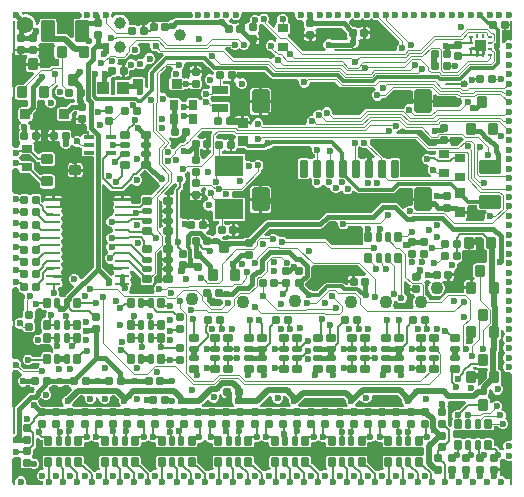
<source format=gbl>
G04*
G04 #@! TF.GenerationSoftware,Altium Limited,Altium Designer,22.11.1 (43)*
G04*
G04 Layer_Physical_Order=4*
G04 Layer_Color=9720587*
%FSLAX25Y25*%
%MOIN*%
G70*
G04*
G04 #@! TF.SameCoordinates,6C2C6F5A-0F70-48ED-B40A-F86F199C1FEC*
G04*
G04*
G04 #@! TF.FilePolarity,Positive*
G04*
G01*
G75*
%ADD13C,0.00787*%
%ADD17C,0.01968*%
%ADD18R,0.00787X0.21260*%
%ADD19R,0.00787X0.09055*%
%ADD20R,0.00787X0.23622*%
%ADD21R,0.00787X0.07874*%
%ADD22R,0.00787X0.08268*%
%ADD23R,0.00787X0.42126*%
%ADD24R,0.19685X0.00787*%
%ADD25R,0.26772X0.00787*%
%ADD26R,0.17717X0.00787*%
%ADD27R,0.00787X0.22441*%
%ADD28R,0.00787X0.06299*%
%ADD29R,0.05512X0.00787*%
G04:AMPARAMS|DCode=32|XSize=35.43mil|YSize=37.4mil|CornerRadius=3.54mil|HoleSize=0mil|Usage=FLASHONLY|Rotation=90.000|XOffset=0mil|YOffset=0mil|HoleType=Round|Shape=RoundedRectangle|*
%AMROUNDEDRECTD32*
21,1,0.03543,0.03032,0,0,90.0*
21,1,0.02835,0.03740,0,0,90.0*
1,1,0.00709,0.01516,0.01417*
1,1,0.00709,0.01516,-0.01417*
1,1,0.00709,-0.01516,-0.01417*
1,1,0.00709,-0.01516,0.01417*
%
%ADD32ROUNDEDRECTD32*%
G04:AMPARAMS|DCode=33|XSize=35.43mil|YSize=37.4mil|CornerRadius=3.54mil|HoleSize=0mil|Usage=FLASHONLY|Rotation=90.000|XOffset=0mil|YOffset=0mil|HoleType=Round|Shape=RoundedRectangle|*
%AMROUNDEDRECTD33*
21,1,0.03543,0.03032,0,0,90.0*
21,1,0.02835,0.03740,0,0,90.0*
1,1,0.00709,0.01516,0.01417*
1,1,0.00709,0.01516,-0.01417*
1,1,0.00709,-0.01516,-0.01417*
1,1,0.00709,-0.01516,0.01417*
%
%ADD33ROUNDEDRECTD33*%
G04:AMPARAMS|DCode=39|XSize=27.56mil|YSize=23.62mil|CornerRadius=2.36mil|HoleSize=0mil|Usage=FLASHONLY|Rotation=180.000|XOffset=0mil|YOffset=0mil|HoleType=Round|Shape=RoundedRectangle|*
%AMROUNDEDRECTD39*
21,1,0.02756,0.01890,0,0,180.0*
21,1,0.02284,0.02362,0,0,180.0*
1,1,0.00472,-0.01142,0.00945*
1,1,0.00472,0.01142,0.00945*
1,1,0.00472,0.01142,-0.00945*
1,1,0.00472,-0.01142,-0.00945*
%
%ADD39ROUNDEDRECTD39*%
G04:AMPARAMS|DCode=43|XSize=25.59mil|YSize=31.5mil|CornerRadius=2.56mil|HoleSize=0mil|Usage=FLASHONLY|Rotation=90.000|XOffset=0mil|YOffset=0mil|HoleType=Round|Shape=RoundedRectangle|*
%AMROUNDEDRECTD43*
21,1,0.02559,0.02638,0,0,90.0*
21,1,0.02047,0.03150,0,0,90.0*
1,1,0.00512,0.01319,0.01024*
1,1,0.00512,0.01319,-0.01024*
1,1,0.00512,-0.01319,-0.01024*
1,1,0.00512,-0.01319,0.01024*
%
%ADD43ROUNDEDRECTD43*%
G04:AMPARAMS|DCode=44|XSize=17.72mil|YSize=31.5mil|CornerRadius=1.77mil|HoleSize=0mil|Usage=FLASHONLY|Rotation=90.000|XOffset=0mil|YOffset=0mil|HoleType=Round|Shape=RoundedRectangle|*
%AMROUNDEDRECTD44*
21,1,0.01772,0.02795,0,0,90.0*
21,1,0.01417,0.03150,0,0,90.0*
1,1,0.00354,0.01398,0.00709*
1,1,0.00354,0.01398,-0.00709*
1,1,0.00354,-0.01398,-0.00709*
1,1,0.00354,-0.01398,0.00709*
%
%ADD44ROUNDEDRECTD44*%
G04:AMPARAMS|DCode=48|XSize=12.6mil|YSize=31.5mil|CornerRadius=1.26mil|HoleSize=0mil|Usage=FLASHONLY|Rotation=90.000|XOffset=0mil|YOffset=0mil|HoleType=Round|Shape=RoundedRectangle|*
%AMROUNDEDRECTD48*
21,1,0.01260,0.02898,0,0,90.0*
21,1,0.01008,0.03150,0,0,90.0*
1,1,0.00252,0.01449,0.00504*
1,1,0.00252,0.01449,-0.00504*
1,1,0.00252,-0.01449,-0.00504*
1,1,0.00252,-0.01449,0.00504*
%
%ADD48ROUNDEDRECTD48*%
G04:AMPARAMS|DCode=54|XSize=27.56mil|YSize=23.62mil|CornerRadius=2.36mil|HoleSize=0mil|Usage=FLASHONLY|Rotation=90.000|XOffset=0mil|YOffset=0mil|HoleType=Round|Shape=RoundedRectangle|*
%AMROUNDEDRECTD54*
21,1,0.02756,0.01890,0,0,90.0*
21,1,0.02284,0.02362,0,0,90.0*
1,1,0.00472,0.00945,0.01142*
1,1,0.00472,0.00945,-0.01142*
1,1,0.00472,-0.00945,-0.01142*
1,1,0.00472,-0.00945,0.01142*
%
%ADD54ROUNDEDRECTD54*%
%ADD85C,0.01575*%
%ADD86C,0.00492*%
%ADD87C,0.01181*%
%ADD88C,0.02362*%
%ADD89C,0.03900*%
%ADD90C,0.04331*%
%ADD91C,0.05512*%
G04:AMPARAMS|DCode=92|XSize=35.83mil|YSize=33.47mil|CornerRadius=3.35mil|HoleSize=0mil|Usage=FLASHONLY|Rotation=0.000|XOffset=0mil|YOffset=0mil|HoleType=Round|Shape=RoundedRectangle|*
%AMROUNDEDRECTD92*
21,1,0.03583,0.02677,0,0,0.0*
21,1,0.02913,0.03347,0,0,0.0*
1,1,0.00669,0.01457,-0.01339*
1,1,0.00669,-0.01457,-0.01339*
1,1,0.00669,-0.01457,0.01339*
1,1,0.00669,0.01457,0.01339*
%
%ADD92ROUNDEDRECTD92*%
G04:AMPARAMS|DCode=93|XSize=35.43mil|YSize=37.4mil|CornerRadius=3.54mil|HoleSize=0mil|Usage=FLASHONLY|Rotation=180.000|XOffset=0mil|YOffset=0mil|HoleType=Round|Shape=RoundedRectangle|*
%AMROUNDEDRECTD93*
21,1,0.03543,0.03032,0,0,180.0*
21,1,0.02835,0.03740,0,0,180.0*
1,1,0.00709,-0.01417,0.01516*
1,1,0.00709,0.01417,0.01516*
1,1,0.00709,0.01417,-0.01516*
1,1,0.00709,-0.01417,-0.01516*
%
%ADD93ROUNDEDRECTD93*%
G04:AMPARAMS|DCode=94|XSize=35.43mil|YSize=37.4mil|CornerRadius=3.54mil|HoleSize=0mil|Usage=FLASHONLY|Rotation=180.000|XOffset=0mil|YOffset=0mil|HoleType=Round|Shape=RoundedRectangle|*
%AMROUNDEDRECTD94*
21,1,0.03543,0.03032,0,0,180.0*
21,1,0.02835,0.03740,0,0,180.0*
1,1,0.00709,-0.01417,0.01516*
1,1,0.00709,0.01417,0.01516*
1,1,0.00709,0.01417,-0.01516*
1,1,0.00709,-0.01417,-0.01516*
%
%ADD94ROUNDEDRECTD94*%
%ADD95R,0.03937X0.04331*%
G04:AMPARAMS|DCode=96|XSize=70.87mil|YSize=45.28mil|CornerRadius=4.53mil|HoleSize=0mil|Usage=FLASHONLY|Rotation=0.000|XOffset=0mil|YOffset=0mil|HoleType=Round|Shape=RoundedRectangle|*
%AMROUNDEDRECTD96*
21,1,0.07087,0.03622,0,0,0.0*
21,1,0.06181,0.04528,0,0,0.0*
1,1,0.00906,0.03091,-0.01811*
1,1,0.00906,-0.03091,-0.01811*
1,1,0.00906,-0.03091,0.01811*
1,1,0.00906,0.03091,0.01811*
%
%ADD96ROUNDEDRECTD96*%
G04:AMPARAMS|DCode=97|XSize=59.06mil|YSize=25.59mil|CornerRadius=2.56mil|HoleSize=0mil|Usage=FLASHONLY|Rotation=90.000|XOffset=0mil|YOffset=0mil|HoleType=Round|Shape=RoundedRectangle|*
%AMROUNDEDRECTD97*
21,1,0.05906,0.02047,0,0,90.0*
21,1,0.05394,0.02559,0,0,90.0*
1,1,0.00512,0.01024,0.02697*
1,1,0.00512,0.01024,-0.02697*
1,1,0.00512,-0.01024,-0.02697*
1,1,0.00512,-0.01024,0.02697*
%
%ADD97ROUNDEDRECTD97*%
G04:AMPARAMS|DCode=98|XSize=78.74mil|YSize=57.09mil|CornerRadius=5.71mil|HoleSize=0mil|Usage=FLASHONLY|Rotation=90.000|XOffset=0mil|YOffset=0mil|HoleType=Round|Shape=RoundedRectangle|*
%AMROUNDEDRECTD98*
21,1,0.07874,0.04567,0,0,90.0*
21,1,0.06732,0.05709,0,0,90.0*
1,1,0.01142,0.02284,0.03366*
1,1,0.01142,0.02284,-0.03366*
1,1,0.01142,-0.02284,-0.03366*
1,1,0.01142,-0.02284,0.03366*
%
%ADD98ROUNDEDRECTD98*%
%ADD99R,0.01968X0.01968*%
%ADD100R,0.09449X0.06693*%
G04:AMPARAMS|DCode=101|XSize=25.59mil|YSize=31.5mil|CornerRadius=2.56mil|HoleSize=0mil|Usage=FLASHONLY|Rotation=0.000|XOffset=0mil|YOffset=0mil|HoleType=Round|Shape=RoundedRectangle|*
%AMROUNDEDRECTD101*
21,1,0.02559,0.02638,0,0,0.0*
21,1,0.02047,0.03150,0,0,0.0*
1,1,0.00512,0.01024,-0.01319*
1,1,0.00512,-0.01024,-0.01319*
1,1,0.00512,-0.01024,0.01319*
1,1,0.00512,0.01024,0.01319*
%
%ADD101ROUNDEDRECTD101*%
G04:AMPARAMS|DCode=102|XSize=17.72mil|YSize=31.5mil|CornerRadius=1.77mil|HoleSize=0mil|Usage=FLASHONLY|Rotation=0.000|XOffset=0mil|YOffset=0mil|HoleType=Round|Shape=RoundedRectangle|*
%AMROUNDEDRECTD102*
21,1,0.01772,0.02795,0,0,0.0*
21,1,0.01417,0.03150,0,0,0.0*
1,1,0.00354,0.00709,-0.01398*
1,1,0.00354,-0.00709,-0.01398*
1,1,0.00354,-0.00709,0.01398*
1,1,0.00354,0.00709,0.01398*
%
%ADD102ROUNDEDRECTD102*%
G04:AMPARAMS|DCode=103|XSize=27.56mil|YSize=36.22mil|CornerRadius=2.76mil|HoleSize=0mil|Usage=FLASHONLY|Rotation=90.000|XOffset=0mil|YOffset=0mil|HoleType=Round|Shape=RoundedRectangle|*
%AMROUNDEDRECTD103*
21,1,0.02756,0.03071,0,0,90.0*
21,1,0.02205,0.03622,0,0,90.0*
1,1,0.00551,0.01535,0.01102*
1,1,0.00551,0.01535,-0.01102*
1,1,0.00551,-0.01535,-0.01102*
1,1,0.00551,-0.01535,0.01102*
%
%ADD103ROUNDEDRECTD103*%
G04:AMPARAMS|DCode=104|XSize=27.56mil|YSize=55.12mil|CornerRadius=2.76mil|HoleSize=0mil|Usage=FLASHONLY|Rotation=270.000|XOffset=0mil|YOffset=0mil|HoleType=Round|Shape=RoundedRectangle|*
%AMROUNDEDRECTD104*
21,1,0.02756,0.04961,0,0,270.0*
21,1,0.02205,0.05512,0,0,270.0*
1,1,0.00551,-0.02480,-0.01102*
1,1,0.00551,-0.02480,0.01102*
1,1,0.00551,0.02480,0.01102*
1,1,0.00551,0.02480,-0.01102*
%
%ADD104ROUNDEDRECTD104*%
G04:AMPARAMS|DCode=105|XSize=27.56mil|YSize=36.22mil|CornerRadius=2.76mil|HoleSize=0mil|Usage=FLASHONLY|Rotation=0.000|XOffset=0mil|YOffset=0mil|HoleType=Round|Shape=RoundedRectangle|*
%AMROUNDEDRECTD105*
21,1,0.02756,0.03071,0,0,0.0*
21,1,0.02205,0.03622,0,0,0.0*
1,1,0.00551,0.01102,-0.01535*
1,1,0.00551,-0.01102,-0.01535*
1,1,0.00551,-0.01102,0.01535*
1,1,0.00551,0.01102,0.01535*
%
%ADD105ROUNDEDRECTD105*%
G04:AMPARAMS|DCode=106|XSize=70.87mil|YSize=45.28mil|CornerRadius=4.53mil|HoleSize=0mil|Usage=FLASHONLY|Rotation=90.000|XOffset=0mil|YOffset=0mil|HoleType=Round|Shape=RoundedRectangle|*
%AMROUNDEDRECTD106*
21,1,0.07087,0.03622,0,0,90.0*
21,1,0.06181,0.04528,0,0,90.0*
1,1,0.00906,0.01811,0.03091*
1,1,0.00906,0.01811,-0.03091*
1,1,0.00906,-0.01811,-0.03091*
1,1,0.00906,-0.01811,0.03091*
%
%ADD106ROUNDEDRECTD106*%
G04:AMPARAMS|DCode=107|XSize=33.47mil|YSize=33.47mil|CornerRadius=3.35mil|HoleSize=0mil|Usage=FLASHONLY|Rotation=270.000|XOffset=0mil|YOffset=0mil|HoleType=Round|Shape=RoundedRectangle|*
%AMROUNDEDRECTD107*
21,1,0.03347,0.02677,0,0,270.0*
21,1,0.02677,0.03347,0,0,270.0*
1,1,0.00669,-0.01339,-0.01339*
1,1,0.00669,-0.01339,0.01339*
1,1,0.00669,0.01339,0.01339*
1,1,0.00669,0.01339,-0.01339*
%
%ADD107ROUNDEDRECTD107*%
%ADD108O,0.04961X0.00984*%
%ADD109R,0.00984X0.01378*%
%ADD110R,0.01378X0.00984*%
%ADD111R,0.01968X0.01176*%
G36*
X83193Y157087D02*
X82780Y156915D01*
X82281Y156417D01*
X82025Y156366D01*
X81900Y156491D01*
X81248Y156761D01*
X80544D01*
X79893Y156491D01*
X79394Y155993D01*
X79124Y155341D01*
Y154637D01*
X78752Y154381D01*
X78479Y154198D01*
X78296Y153925D01*
X77934Y153822D01*
X77461Y153749D01*
X77252Y153889D01*
X76929Y153953D01*
X76476D01*
Y151969D01*
X75492D01*
Y153953D01*
X75039D01*
X74717Y153889D01*
X74457Y153716D01*
X74435Y153706D01*
X73597D01*
X73575Y153716D01*
X73315Y153889D01*
X72992Y153953D01*
X72675D01*
X72276Y154422D01*
X72272Y154668D01*
X72404Y155311D01*
X72835Y155635D01*
X73349Y155248D01*
X73406Y155191D01*
X74057Y154921D01*
X74762D01*
X75413Y155191D01*
X75911Y155689D01*
X76181Y156341D01*
Y157045D01*
X76164Y157087D01*
X76690Y157874D01*
X83037D01*
X83193Y157087D01*
D02*
G37*
G36*
X120200Y155248D02*
X120256Y155191D01*
X120907Y154921D01*
X121612D01*
X121763Y154984D01*
X128785Y147961D01*
X128918Y147171D01*
X128419Y146673D01*
X128150Y146022D01*
Y145317D01*
X127593Y144603D01*
X107545D01*
X107152Y145390D01*
X107205Y145461D01*
X107210Y145462D01*
X112796D01*
X113333Y145569D01*
X113608Y145753D01*
X114018D01*
X114670Y146022D01*
X115168Y146521D01*
X115438Y147172D01*
Y147877D01*
X115277Y148266D01*
X115346Y148404D01*
X116055Y148867D01*
X116378Y148803D01*
X116831D01*
Y150787D01*
Y152772D01*
X116378D01*
X116055Y152708D01*
X115796Y152534D01*
X115773Y152525D01*
X114935D01*
X114913Y152534D01*
X114653Y152708D01*
X114331Y152772D01*
X113585D01*
X112206Y154151D01*
X112198Y154299D01*
X112436Y155034D01*
X112815Y155191D01*
X112872Y155248D01*
X113386Y155635D01*
X113900Y155248D01*
X113957Y155191D01*
X114608Y154921D01*
X115313D01*
X115964Y155191D01*
X116021Y155248D01*
X116535Y155635D01*
X117050Y155248D01*
X117107Y155191D01*
X117758Y154921D01*
X118463D01*
X119114Y155191D01*
X119171Y155248D01*
X119685Y155635D01*
X120200Y155248D01*
D02*
G37*
G36*
X60057Y157087D02*
X60039Y157045D01*
Y156341D01*
X59478Y155637D01*
X54445D01*
X53908Y155530D01*
X53452Y155226D01*
X53147Y154921D01*
X52797D01*
X52146Y154652D01*
X52020Y154526D01*
X51929Y154544D01*
X50039D01*
X49717Y154480D01*
X49457Y154306D01*
X49435Y154297D01*
X48597D01*
X48575Y154306D01*
X48315Y154480D01*
X47992Y154544D01*
X47539D01*
Y152559D01*
X46555D01*
Y154544D01*
X46102D01*
X45780Y154480D01*
X45506Y154297D01*
X45324Y154023D01*
X45313Y153972D01*
X45141Y153636D01*
X44646Y153363D01*
X44193D01*
Y151378D01*
X43209D01*
Y153363D01*
X42756D01*
X42433Y153298D01*
X42173Y153125D01*
X42151Y153116D01*
X41313D01*
X41291Y153125D01*
X41031Y153298D01*
X40709Y153363D01*
X39441D01*
X38790Y153527D01*
X38682Y154131D01*
Y154327D01*
X38482Y155073D01*
X38096Y155743D01*
X37550Y156289D01*
X36881Y156675D01*
X36134Y156875D01*
X35362D01*
X34615Y156675D01*
X33946Y156289D01*
X33534Y155877D01*
X32867Y156323D01*
X32874Y156341D01*
Y157045D01*
X32857Y157087D01*
X33383Y157874D01*
X59530D01*
X60057Y157087D01*
D02*
G37*
G36*
X89753Y157090D02*
X89102Y156820D01*
X88603Y156322D01*
X88334Y155671D01*
Y154966D01*
X88186Y154182D01*
X87900Y153991D01*
X87708Y153704D01*
X87641Y153366D01*
Y152846D01*
X86913Y152545D01*
X85167Y154291D01*
X85285Y154410D01*
X85555Y155061D01*
Y155766D01*
X85285Y156417D01*
X84787Y156915D01*
X84373Y157087D01*
X84530Y157874D01*
X89745D01*
X89753Y157090D01*
D02*
G37*
G36*
X23049Y157087D02*
X23031Y157045D01*
Y156341D01*
X23040Y156320D01*
X22514Y155532D01*
X21417D01*
X21010Y155451D01*
X20665Y155221D01*
X20435Y154876D01*
X20354Y154469D01*
Y149301D01*
X19566Y148975D01*
X18557Y149984D01*
X18036Y150332D01*
X17421Y150454D01*
X17421Y150454D01*
X14686D01*
Y154469D01*
X14605Y154876D01*
X14374Y155221D01*
X14029Y155451D01*
X13622Y155532D01*
X10000D01*
X9593Y155451D01*
X9248Y155221D01*
X9017Y154876D01*
X8936Y154469D01*
Y153893D01*
X8270Y153416D01*
X7677Y153657D01*
Y153984D01*
X7449Y154835D01*
X7009Y155598D01*
X6385Y156221D01*
X5622Y156662D01*
X4771Y156890D01*
X3890D01*
X3721Y156844D01*
X3710Y156851D01*
X3622Y157087D01*
X4170Y157874D01*
X22523D01*
X23049Y157087D01*
D02*
G37*
G36*
X94309D02*
X94291Y157045D01*
Y156341D01*
X94561Y155689D01*
X95060Y155191D01*
X95711Y154921D01*
X96415D01*
X96466Y154942D01*
X97228Y154406D01*
Y152992D01*
X97292Y152670D01*
X97466Y152410D01*
X97475Y152388D01*
Y151549D01*
X97466Y151527D01*
X97292Y151268D01*
X97228Y150945D01*
Y150492D01*
X101198D01*
Y150945D01*
X101134Y151268D01*
X100960Y151527D01*
X100951Y151549D01*
Y151782D01*
X101677Y152532D01*
X109851D01*
X111598Y150785D01*
Y149646D01*
X111662Y149323D01*
X111845Y149050D01*
X111592Y148272D01*
X106512D01*
X106415Y148369D01*
X105764Y148639D01*
X105059D01*
X104408Y148369D01*
X103910Y147871D01*
X103640Y147219D01*
Y146515D01*
X103910Y145863D01*
X104383Y145390D01*
X104376Y145255D01*
X104190Y144603D01*
X96699D01*
X91788Y149514D01*
X91787Y149626D01*
X91933Y150346D01*
X92219Y150537D01*
X92411Y150823D01*
X92478Y151161D01*
Y153366D01*
X92411Y153704D01*
X92219Y153991D01*
X91933Y154182D01*
X91877Y154966D01*
Y155671D01*
X91607Y156322D01*
X91109Y156820D01*
X90458Y157090D01*
X90466Y157874D01*
X93782D01*
X94309Y157087D01*
D02*
G37*
G36*
X164665Y151559D02*
X165118D01*
X165441Y151623D01*
X165714Y151805D01*
X165748Y151856D01*
X166535Y151617D01*
Y148737D01*
X165748Y148211D01*
X165707Y148228D01*
X165002D01*
X164351Y147959D01*
X163852Y147460D01*
X163803Y147341D01*
X163016Y147498D01*
Y151384D01*
X163228Y151559D01*
X163681D01*
Y153543D01*
X164665D01*
Y151559D01*
D02*
G37*
G36*
X83431Y153642D02*
X83448D01*
X83538Y153507D01*
X88007Y149039D01*
X87899Y148106D01*
X87507Y147847D01*
X87224Y147959D01*
X86573Y148228D01*
X85868D01*
X85217Y147959D01*
X84719Y147460D01*
X84449Y146809D01*
Y146104D01*
X84719Y145453D01*
X85217Y144955D01*
X85868Y144685D01*
X86061D01*
X87577Y143169D01*
X87576Y143166D01*
X87078Y142667D01*
X86922Y142291D01*
X86246Y142042D01*
X86217Y142036D01*
X86032Y142042D01*
X85832Y142176D01*
X85505Y142241D01*
X73801D01*
X70832Y145210D01*
X71152Y145997D01*
X72748D01*
X72810Y145847D01*
X73308Y145349D01*
X73960Y145079D01*
X74664D01*
X75316Y145349D01*
X75689Y145722D01*
X76161Y145250D01*
X76812Y144980D01*
X77517D01*
X78168Y145250D01*
X78667Y145748D01*
X78936Y146400D01*
Y146819D01*
X79075Y146933D01*
X79724D01*
Y148721D01*
X80216D01*
Y149213D01*
X82201D01*
Y149665D01*
X82137Y149988D01*
X81963Y150248D01*
X81954Y150270D01*
Y151108D01*
X81963Y151130D01*
X82137Y151390D01*
X82201Y151713D01*
Y153376D01*
X82467Y153622D01*
X82680Y153752D01*
X82957Y153838D01*
X83431Y153642D01*
D02*
G37*
G36*
X45946Y146695D02*
Y145991D01*
X46216Y145340D01*
X46714Y144841D01*
X47365Y144571D01*
X48070D01*
X48221Y144634D01*
X48690Y144164D01*
X48967Y143979D01*
X49293Y143914D01*
X50161D01*
X50400Y143127D01*
X50322Y143075D01*
X50322Y143075D01*
X45605Y138358D01*
X45344Y137967D01*
X45252Y137506D01*
X45252Y137506D01*
Y132647D01*
X44801Y132234D01*
X44133Y132689D01*
Y135197D01*
X44061Y135558D01*
X43856Y135864D01*
X43550Y136068D01*
X43189Y136140D01*
X40276D01*
X39915Y136068D01*
X39609Y135864D01*
X39404Y135558D01*
X39332Y135197D01*
Y135039D01*
X34252D01*
Y130043D01*
X32677D01*
Y135039D01*
X32677Y135039D01*
X32677D01*
X32744Y135799D01*
X33108Y136042D01*
X33270Y136204D01*
X34016D01*
X34338Y136268D01*
X34598Y136442D01*
X34620Y136451D01*
X35458D01*
X35481Y136442D01*
X35740Y136268D01*
X36063Y136204D01*
X36516D01*
Y138189D01*
Y140174D01*
X36063D01*
X35740Y140110D01*
X35481Y139936D01*
X35464Y139929D01*
X34815Y140366D01*
X35031Y140888D01*
Y141593D01*
X35242Y141908D01*
X37065D01*
X37392Y141972D01*
X37669Y142157D01*
X39525Y144014D01*
X39844Y143695D01*
X40495Y143426D01*
X41200D01*
X41851Y143695D01*
X42350Y144194D01*
X42619Y144845D01*
Y145550D01*
X42350Y146201D01*
X41929Y146622D01*
X41979Y146984D01*
X42170Y147409D01*
X45389D01*
X45946Y146695D01*
D02*
G37*
G36*
X157776Y146358D02*
Y144587D01*
X157382D01*
Y143307D01*
X156398D01*
Y144587D01*
X155414D01*
Y143307D01*
X154430D01*
Y144587D01*
X154036D01*
Y144980D01*
X152756D01*
Y145965D01*
X154036D01*
Y146358D01*
Y148327D01*
X157776D01*
Y146358D01*
D02*
G37*
G36*
X9479Y147381D02*
X9593Y147305D01*
X10000Y147224D01*
X13622D01*
X13720Y147243D01*
X13791D01*
X13963Y146999D01*
X14139Y146456D01*
X14031Y146294D01*
X13958Y145925D01*
Y142894D01*
X14031Y142525D01*
X14240Y142212D01*
X14553Y142004D01*
X14921Y141930D01*
X15486D01*
Y139752D01*
X13292D01*
X12965Y139687D01*
X12688Y139502D01*
X12314Y139128D01*
X9489D01*
X9270Y139307D01*
Y139744D01*
X6890D01*
X4509D01*
Y138721D01*
X4582Y138352D01*
X4791Y138039D01*
X5104Y137830D01*
X5472Y137757D01*
X6737D01*
X7038Y137030D01*
X3865Y133857D01*
X3681Y133580D01*
X3657Y133463D01*
X1732D01*
X1364Y133390D01*
X1051Y133181D01*
X842Y132869D01*
X787Y132593D01*
X0Y132671D01*
Y143975D01*
X787Y144052D01*
X835Y143811D01*
X1018Y143538D01*
X1292Y143355D01*
X1614Y143291D01*
X2264D01*
Y145079D01*
X3248D01*
Y143291D01*
X3898D01*
X4220Y143355D01*
X4307Y143413D01*
X4461Y143506D01*
X4571Y143475D01*
X4722Y143308D01*
X4791Y142433D01*
X4582Y142121D01*
X4509Y141752D01*
Y140728D01*
X6890D01*
X9270D01*
Y141752D01*
X9197Y142121D01*
X8988Y142433D01*
X8676Y142642D01*
X8615Y142654D01*
X8581Y142744D01*
X8531Y143474D01*
X8628Y143538D01*
X8810Y143811D01*
X8874Y144134D01*
Y144587D01*
X6890D01*
Y145571D01*
X8874D01*
Y146024D01*
X8810Y146346D01*
X8637Y146606D01*
X8628Y146628D01*
Y146683D01*
X9415Y147388D01*
X9479Y147381D01*
D02*
G37*
G36*
X86107Y135812D02*
X86107Y135812D01*
X86498Y135551D01*
X86959Y135459D01*
X94974D01*
X95500Y134672D01*
X95473Y134604D01*
Y133900D01*
X95742Y133248D01*
X96241Y132750D01*
X96892Y132480D01*
X97597D01*
X98248Y132750D01*
X98746Y133248D01*
X99016Y133900D01*
Y134450D01*
X107510D01*
X109099Y132861D01*
X109375Y132676D01*
X109702Y132612D01*
X120455D01*
X121135Y132015D01*
X121194Y131885D01*
X121185Y131667D01*
X121171Y131643D01*
X121085Y131603D01*
X120650Y131423D01*
X120152Y130925D01*
X119882Y130274D01*
Y129569D01*
X120152Y128918D01*
X120650Y128419D01*
X121301Y128150D01*
X122006D01*
X122657Y128419D01*
X123155Y128918D01*
X123218Y129068D01*
X124016D01*
X124342Y129133D01*
X124619Y129318D01*
X127088Y131787D01*
X132632D01*
X133344Y131331D01*
Y128457D01*
X136811D01*
X140279D01*
Y130032D01*
X141007Y130333D01*
X141464Y129876D01*
X141741Y129691D01*
X142067Y129626D01*
X147976D01*
X148443Y129158D01*
X148720Y128973D01*
X149046Y128909D01*
X149372D01*
X149914Y128159D01*
Y127454D01*
X149976Y127304D01*
X148722Y126050D01*
X141544D01*
X141218Y125985D01*
X141066Y125884D01*
X140279Y126118D01*
Y127472D01*
X136811D01*
X133274D01*
X132636Y126969D01*
X131931D01*
X131280Y126699D01*
X130781Y126200D01*
X130762Y126152D01*
X130433Y125549D01*
X130071Y125548D01*
X118191D01*
X117864Y125483D01*
X117588Y125298D01*
X115584Y123294D01*
X107253D01*
X106600Y123947D01*
Y124516D01*
X106330Y125167D01*
X105832Y125665D01*
X105180Y125935D01*
X104475D01*
X103824Y125665D01*
X103326Y125167D01*
X103179Y124811D01*
X103022Y124780D01*
X102371Y125050D01*
X101666D01*
X101015Y124780D01*
X100516Y124282D01*
X100247Y123631D01*
Y123031D01*
X99648D01*
X98997Y122762D01*
X98498Y122263D01*
X98228Y121612D01*
Y120907D01*
X97672Y120194D01*
X83629D01*
X83465Y120358D01*
Y120825D01*
X83195Y121476D01*
X82696Y121974D01*
X82045Y122244D01*
X81340D01*
X80689Y121974D01*
X80191Y121476D01*
X79921Y120825D01*
Y120599D01*
X79184Y120000D01*
X79054Y120039D01*
Y120335D01*
X76772D01*
Y120827D01*
X76280D01*
Y123109D01*
X75433D01*
X75072Y123037D01*
X74905Y122925D01*
X74652Y122856D01*
X74005Y122993D01*
X73946Y123022D01*
X73708Y123180D01*
X73386Y123245D01*
X72592D01*
X72353Y124032D01*
X72396Y124061D01*
X72588Y124347D01*
X72655Y124685D01*
Y126890D01*
X72588Y127228D01*
X72396Y127514D01*
X72110Y127706D01*
X71772Y127773D01*
X66811D01*
X66378Y127900D01*
X66144Y128382D01*
X66069Y128563D01*
X65688Y128944D01*
X66153Y129409D01*
X66215Y129559D01*
X66617D01*
X66943Y129624D01*
X67068Y129707D01*
X71772D01*
X72110Y129775D01*
X72396Y129966D01*
X72588Y130253D01*
X72655Y130590D01*
Y132795D01*
X72588Y133133D01*
X72396Y133420D01*
X72110Y133611D01*
X71772Y133678D01*
X70144D01*
Y134629D01*
X70236D01*
X70559Y134694D01*
X70819Y134867D01*
X70841Y134876D01*
X71679D01*
X71701Y134867D01*
X71961Y134694D01*
X72284Y134629D01*
X72736D01*
Y136614D01*
X73228D01*
Y137106D01*
X75016D01*
Y137756D01*
X75110Y137871D01*
X84048D01*
X86107Y135812D01*
D02*
G37*
G36*
X151378Y134751D02*
Y134687D01*
X151648Y134036D01*
X151681Y134002D01*
X151711Y133858D01*
X151566Y133051D01*
X151098Y132583D01*
X150215D01*
X149747Y133051D01*
X149471Y133236D01*
X149144Y133300D01*
X143943D01*
X143915Y133343D01*
X144336Y134130D01*
X149145D01*
X149145Y134130D01*
X149606Y134222D01*
X149997Y134483D01*
X150591Y135077D01*
X151378Y134751D01*
D02*
G37*
G36*
X64746Y139798D02*
X65122Y139547D01*
X66446Y138223D01*
X66446Y138223D01*
X66837Y137962D01*
X67155Y137864D01*
X67276Y137441D01*
X67256Y137251D01*
X66523Y136841D01*
X66318Y136926D01*
X65614D01*
X64962Y136657D01*
X64464Y136158D01*
X64194Y135507D01*
Y134802D01*
X64464Y134151D01*
X64962Y133653D01*
X65327Y133502D01*
X65629Y133335D01*
X65813Y132576D01*
X65140Y132127D01*
X65003Y132184D01*
X64298D01*
X63647Y131914D01*
X63149Y131416D01*
X62879Y130765D01*
Y130060D01*
X63149Y129409D01*
X63530Y129027D01*
X63065Y128563D01*
X62984Y128368D01*
X62837Y128356D01*
X62185Y128495D01*
X62155Y128645D01*
X61963Y128931D01*
X61677Y129123D01*
X61339Y129190D01*
X59134D01*
X58796Y129123D01*
X58510Y128931D01*
X58318Y128645D01*
X58251Y128307D01*
Y128272D01*
X57464Y127746D01*
X57439Y127756D01*
X56734D01*
X56710Y127746D01*
X55923Y128272D01*
Y128307D01*
X55856Y128645D01*
X55664Y128931D01*
X55378Y129123D01*
X55040Y129190D01*
X52835D01*
X52676Y129159D01*
X52417Y129167D01*
X51742Y129539D01*
X51619Y129835D01*
X51121Y130333D01*
X50470Y130603D01*
X49765D01*
X49051Y131160D01*
Y137015D01*
X51709Y139673D01*
X52893D01*
X53633Y138894D01*
X53633Y138707D01*
X53135Y138208D01*
X52865Y137557D01*
Y136852D01*
X52907Y136068D01*
X52601Y135864D01*
X52396Y135558D01*
X52324Y135197D01*
Y132520D01*
X52396Y132159D01*
X52601Y131853D01*
X52907Y131648D01*
X53268Y131576D01*
X56181D01*
X56542Y131648D01*
X56848Y131853D01*
X57053Y132159D01*
X57182Y132228D01*
X57522Y132087D01*
X58226D01*
X58878Y132356D01*
X58879Y132357D01*
X59286Y132317D01*
X59560Y132135D01*
X59882Y132070D01*
X62166D01*
X62488Y132135D01*
X62762Y132317D01*
X62945Y132591D01*
X63009Y132913D01*
Y134803D01*
X62945Y135126D01*
X62771Y135386D01*
X62762Y135408D01*
Y136246D01*
X62771Y136268D01*
X62945Y136528D01*
X63009Y136850D01*
Y137303D01*
X61024D01*
X59039D01*
Y136850D01*
X59103Y136528D01*
X58814Y135703D01*
X58499Y135517D01*
X58226Y135630D01*
X57522D01*
X57182Y135489D01*
X57053Y135558D01*
X56848Y135864D01*
X56542Y136068D01*
X56409Y136852D01*
Y137557D01*
X56389Y137605D01*
X56389Y138457D01*
X56887Y138956D01*
X57157Y139607D01*
Y140312D01*
X57716Y141019D01*
X63526D01*
X64746Y139798D01*
D02*
G37*
G36*
X15201Y133235D02*
X15248Y132861D01*
X14915Y132617D01*
X14885Y132604D01*
X14386Y132106D01*
X14117Y131455D01*
Y130750D01*
X14386Y130099D01*
X14885Y129601D01*
X15536Y129331D01*
X16241D01*
X17019Y129344D01*
X17202Y129071D01*
X17475Y128888D01*
X17798Y128824D01*
X19688D01*
X19942Y128875D01*
X19975Y128867D01*
X20216Y128730D01*
X20669Y128382D01*
Y127994D01*
X20265Y127389D01*
X19803D01*
X19266Y127282D01*
X18810Y126978D01*
X17736Y125904D01*
X15866D01*
X15505Y125832D01*
X15199Y125628D01*
X14995Y125322D01*
X14923Y124961D01*
Y122283D01*
X14995Y121923D01*
X15199Y121616D01*
X15505Y121412D01*
X15866Y121340D01*
X18780D01*
X19141Y121412D01*
X19447Y121616D01*
X19651Y121923D01*
X19723Y122283D01*
Y123917D01*
X20385Y124579D01*
X21400D01*
X21481Y124457D01*
X21491Y124435D01*
Y123597D01*
X21481Y123574D01*
X21308Y123315D01*
X21244Y122992D01*
Y122539D01*
X23228D01*
Y122047D01*
X23720D01*
Y120259D01*
X24370D01*
X24789Y119540D01*
Y119085D01*
X24896Y118547D01*
X25201Y118091D01*
X25385Y117907D01*
X25084Y117179D01*
X23945D01*
X23665Y117124D01*
X23428Y116965D01*
X23270Y116728D01*
X23235Y116555D01*
X22983Y116359D01*
X22427Y116144D01*
X21957Y116339D01*
X21252D01*
X20601Y116069D01*
X20292Y115760D01*
X19504Y116028D01*
Y117677D01*
X19440Y118000D01*
X19257Y118273D01*
X18984Y118456D01*
X18661Y118520D01*
X16772D01*
X16449Y118456D01*
X16189Y118282D01*
X16167Y118273D01*
X15329D01*
X15307Y118282D01*
X15047Y118456D01*
X14724Y118520D01*
X14272D01*
Y116535D01*
Y114551D01*
X14724D01*
X15047Y114615D01*
X15307Y114788D01*
X15333Y114799D01*
X15333Y114799D01*
X15365Y114789D01*
X15945Y114132D01*
Y113427D01*
X16215Y112776D01*
X16713Y112278D01*
X17364Y112008D01*
X18069D01*
X18720Y112278D01*
X19218Y112776D01*
X19407Y113230D01*
X19596Y113321D01*
X20020Y113409D01*
X20265Y113401D01*
X20601Y113065D01*
X21252Y112795D01*
X21957D01*
X22068Y112841D01*
X22127Y112783D01*
X22403Y112598D01*
X22730Y112533D01*
X23037D01*
X23268Y112128D01*
X23377Y111772D01*
X23270Y111610D01*
X23214Y111331D01*
Y110323D01*
X23270Y110043D01*
X23428Y109806D01*
X23665Y109648D01*
X23945Y109592D01*
X26842D01*
X27040Y109430D01*
Y72616D01*
X23112Y68687D01*
X22324Y68955D01*
X22055Y69606D01*
X21556Y70104D01*
X20905Y70374D01*
X20200D01*
X19549Y70104D01*
X19051Y69606D01*
X18781Y68955D01*
Y68250D01*
X19051Y67599D01*
X19549Y67100D01*
X20200Y66831D01*
X20468Y66043D01*
X18003Y63578D01*
X17698Y63122D01*
X17641Y62837D01*
X17615Y62810D01*
X17402D01*
X17102Y62751D01*
X17021Y62696D01*
X16825Y62581D01*
X16246D01*
X16050Y62696D01*
X15969Y62751D01*
X15846Y62775D01*
X15513Y63238D01*
X15381Y63598D01*
X15468Y63807D01*
Y64512D01*
X15198Y65163D01*
X15126Y65235D01*
X15452Y66022D01*
X15611D01*
X16033Y66106D01*
X16391Y66345D01*
X16630Y66703D01*
X16714Y67126D01*
X16630Y67548D01*
X16391Y67907D01*
X16299Y67968D01*
X16289Y67993D01*
Y68818D01*
X16299Y68843D01*
X16391Y68905D01*
X16584Y69193D01*
X13622D01*
Y70177D01*
X16584D01*
X16391Y70466D01*
X16299Y70527D01*
X16289Y70552D01*
Y71377D01*
X16299Y71402D01*
X16391Y71464D01*
X16630Y71822D01*
X16714Y72244D01*
X16630Y72667D01*
X16391Y73025D01*
X16299Y73086D01*
X16289Y73111D01*
Y73936D01*
X16299Y73961D01*
X16391Y74023D01*
X16630Y74381D01*
X16714Y74803D01*
X16630Y75226D01*
X16391Y75584D01*
X16299Y75645D01*
X16289Y75670D01*
Y76495D01*
X16299Y76520D01*
X16391Y76582D01*
X16630Y76940D01*
X16714Y77362D01*
X16630Y77785D01*
X16391Y78143D01*
X16299Y78204D01*
X16289Y78229D01*
Y79054D01*
X16299Y79079D01*
X16391Y79141D01*
X16630Y79499D01*
X16714Y79921D01*
X16630Y80344D01*
X16391Y80702D01*
X16299Y80763D01*
X16289Y80788D01*
Y81613D01*
X16299Y81638D01*
X16391Y81700D01*
X16630Y82058D01*
X16714Y82480D01*
X16630Y82903D01*
X16391Y83261D01*
X16299Y83322D01*
X16289Y83348D01*
Y84172D01*
X16299Y84197D01*
X16391Y84259D01*
X16630Y84617D01*
X16714Y85039D01*
X16630Y85462D01*
X16391Y85820D01*
X16299Y85881D01*
X16289Y85907D01*
Y86731D01*
X16299Y86756D01*
X16391Y86818D01*
X16630Y87176D01*
X16714Y87598D01*
X16630Y88021D01*
X16391Y88379D01*
X16299Y88441D01*
X16289Y88466D01*
Y89290D01*
X16299Y89315D01*
X16391Y89377D01*
X16630Y89735D01*
X16714Y90158D01*
X16630Y90580D01*
X16391Y90938D01*
X16299Y91000D01*
X16289Y91025D01*
Y91849D01*
X16299Y91874D01*
X16391Y91936D01*
X16584Y92224D01*
X13622D01*
Y93209D01*
X16584D01*
X16391Y93497D01*
X16299Y93559D01*
X16289Y93584D01*
Y94408D01*
X16299Y94433D01*
X16391Y94495D01*
X16584Y94784D01*
X13622D01*
X10582D01*
X10242Y94053D01*
X9662Y94530D01*
Y96220D01*
X9598Y96543D01*
X9415Y96817D01*
X9142Y96999D01*
X8819Y97063D01*
X6929D01*
X6607Y96999D01*
X6347Y96826D01*
X6325Y96817D01*
X5486D01*
X5464Y96826D01*
X5204Y96999D01*
X4882Y97063D01*
X2992D01*
X2670Y96999D01*
X2396Y96817D01*
X2383Y96797D01*
X2185Y96777D01*
X1534Y97047D01*
X829D01*
X787Y97030D01*
X0Y97556D01*
Y105200D01*
X787Y105726D01*
X829Y105709D01*
X1534D01*
X2306Y105176D01*
Y104803D01*
X2373Y104465D01*
X2565Y104179D01*
X2851Y103987D01*
X3189Y103920D01*
X5724D01*
X9111Y100533D01*
X9136Y100516D01*
Y99825D01*
X9209Y99456D01*
X9418Y99144D01*
X9730Y98935D01*
X10099Y98862D01*
X13131D01*
X13499Y98935D01*
X13812Y99144D01*
X14021Y99456D01*
X14094Y99825D01*
Y102660D01*
X14021Y103028D01*
X13812Y103341D01*
X13499Y103550D01*
X13131Y103623D01*
X10099D01*
X9730Y103550D01*
X9418Y103341D01*
X9166Y103316D01*
X7143Y105339D01*
Y107008D01*
X7076Y107346D01*
X6884Y107632D01*
X6598Y107824D01*
X6260Y107891D01*
X3319D01*
X3307Y107893D01*
X2928D01*
X2683Y108484D01*
X2626Y108541D01*
X2239Y109055D01*
X2626Y109570D01*
X2683Y109626D01*
X2928Y110217D01*
X3307D01*
X3319Y110219D01*
X5724D01*
X7930Y108013D01*
X8256Y107796D01*
X8640Y107719D01*
X9136D01*
Y107305D01*
X9209Y106937D01*
X9418Y106624D01*
X9730Y106415D01*
X10099Y106342D01*
X13131D01*
X13499Y106415D01*
X13812Y106624D01*
X14021Y106937D01*
X14094Y107305D01*
Y110140D01*
X14021Y110509D01*
X13812Y110821D01*
X13499Y111030D01*
X13131Y111103D01*
X10099D01*
X9730Y111030D01*
X9418Y110821D01*
X9280Y110615D01*
X8838Y110459D01*
X8384Y110397D01*
X7143Y111638D01*
Y113307D01*
X7076Y113645D01*
X6997Y113763D01*
X7200Y114355D01*
X7346Y114551D01*
X7382D01*
Y116535D01*
Y118520D01*
X6929D01*
X6607Y118456D01*
X6347Y118282D01*
X6325Y118273D01*
X6285D01*
X5755Y118885D01*
X5709Y119000D01*
Y119644D01*
X5439Y120295D01*
X5181Y120553D01*
X5507Y121340D01*
X5788D01*
X6149Y121412D01*
X6455Y121616D01*
X6659Y121923D01*
X6731Y122283D01*
Y124035D01*
X7686Y124991D01*
X7991Y125446D01*
X8098Y125984D01*
Y128130D01*
X8833Y128572D01*
X8885Y128570D01*
X9213Y128505D01*
X10521D01*
X10925Y127900D01*
Y127195D01*
X11195Y126544D01*
X11693Y126046D01*
X12344Y125776D01*
X13049D01*
X13700Y126046D01*
X14199Y126544D01*
X14469Y127195D01*
Y127900D01*
X14199Y128551D01*
X13700Y129050D01*
X13049Y129320D01*
X12994Y129386D01*
X13011Y129469D01*
Y132159D01*
X14372Y133520D01*
X15201Y133235D01*
D02*
G37*
G36*
X56445Y116068D02*
X56705Y115894D01*
X57028Y115830D01*
X57561D01*
X57564Y115829D01*
X57889Y115043D01*
X56938Y114091D01*
X56258D01*
X55931Y114026D01*
X55655Y113841D01*
X54007Y112194D01*
X53329Y112049D01*
X52990Y112262D01*
X52778Y112474D01*
X52714Y112575D01*
X52588Y113092D01*
X52592Y113433D01*
X52713Y113614D01*
X52778Y113941D01*
Y114348D01*
X52713Y114675D01*
X52529Y114952D01*
X52059Y115421D01*
X52561Y116033D01*
X52768Y115894D01*
X53091Y115830D01*
X54980D01*
X55303Y115894D01*
X55563Y116068D01*
X55585Y116077D01*
X56423D01*
X56445Y116068D01*
D02*
G37*
G36*
X150367Y115407D02*
X150374Y115332D01*
X148247Y113205D01*
X146243D01*
X146102Y113316D01*
X145681Y113993D01*
X145686Y114016D01*
Y114469D01*
X143701D01*
Y115453D01*
X145686D01*
Y115905D01*
X145937Y116212D01*
X149562D01*
X150367Y115407D01*
D02*
G37*
G36*
X130635Y118749D02*
X130911Y118564D01*
X131238Y118499D01*
X136145D01*
X139057Y115588D01*
X139333Y115403D01*
X139660Y115338D01*
X141467D01*
X141716Y115133D01*
Y114016D01*
X141721Y113993D01*
X141300Y113316D01*
X141159Y113205D01*
X138788D01*
X135298Y116696D01*
X135021Y116881D01*
X134695Y116946D01*
X128388D01*
X127916Y117733D01*
X128086Y118051D01*
X128226D01*
X128878Y118321D01*
X129376Y118819D01*
X129398Y118872D01*
X130327Y119057D01*
X130635Y118749D01*
D02*
G37*
G36*
X842Y129100D02*
X1051Y128787D01*
X1364Y128578D01*
X1732Y128505D01*
X4567D01*
X5259Y127962D01*
X5288Y127907D01*
Y126566D01*
X4626Y125904D01*
X2874D01*
X2513Y125832D01*
X2207Y125628D01*
X2003Y125322D01*
X1931Y124961D01*
Y122283D01*
X2003Y121923D01*
X2207Y121616D01*
X2513Y121412D01*
X2522Y121410D01*
X2522Y121410D01*
X2710Y120570D01*
X2435Y120295D01*
X2165Y119644D01*
Y118939D01*
X2431Y118297D01*
X2396Y118273D01*
X2213Y118000D01*
X2149Y117677D01*
Y115394D01*
X2213Y115071D01*
X2396Y114798D01*
X2423Y114780D01*
X2548Y114034D01*
X2509Y113848D01*
X2373Y113645D01*
X2306Y113307D01*
Y112934D01*
X1534Y112402D01*
X829D01*
X787Y112384D01*
X0Y112911D01*
Y129298D01*
X787Y129375D01*
X842Y129100D01*
D02*
G37*
G36*
X66652Y117465D02*
X66375Y117188D01*
X66190Y116911D01*
X66125Y116584D01*
Y116514D01*
X66092Y116464D01*
X65905Y115764D01*
X65453D01*
Y113779D01*
Y111795D01*
X65905D01*
X66027Y111695D01*
Y110843D01*
X63736Y108552D01*
X63009Y108853D01*
Y109213D01*
X62945Y109535D01*
X62762Y109809D01*
X62488Y109991D01*
X62429Y110003D01*
Y111951D01*
X62551Y112033D01*
X62554Y112034D01*
X62576Y112042D01*
X63411D01*
X63433Y112033D01*
X63693Y111859D01*
X64016Y111795D01*
X64468D01*
Y113779D01*
Y115764D01*
X64016D01*
X63693Y115700D01*
X63433Y115526D01*
X63411Y115517D01*
X62573D01*
X62551Y115526D01*
X62291Y115700D01*
X61968Y115764D01*
X61779D01*
X61478Y116492D01*
X63178Y118192D01*
X66351D01*
X66652Y117465D01*
D02*
G37*
G36*
X73978Y116828D02*
X74255Y116643D01*
X74490Y115945D01*
X74464Y115902D01*
X73780Y115371D01*
X73327D01*
Y113386D01*
Y111401D01*
X73780D01*
X74102Y111465D01*
X74376Y111648D01*
X74559Y111922D01*
X74945Y112279D01*
X75410Y112329D01*
X75433Y112324D01*
X77351D01*
X77633Y112042D01*
X77633Y112042D01*
X78024Y111781D01*
X78484Y111689D01*
X78484Y111689D01*
X83954D01*
X83954Y111689D01*
X84415Y111781D01*
X84805Y112042D01*
X84968Y112205D01*
X85589D01*
X86240Y112475D01*
X86738Y112973D01*
X86777Y113067D01*
X99325D01*
X99852Y112280D01*
X99803Y112163D01*
Y111459D01*
X100073Y110808D01*
X100571Y110309D01*
X100722Y110247D01*
Y109084D01*
X100433D01*
X100103Y109018D01*
X99823Y108831D01*
X99724Y108682D01*
X99308Y108612D01*
X99276D01*
X98859Y108682D01*
X98760Y108831D01*
X98480Y109018D01*
X98150Y109084D01*
X96103D01*
X95772Y109018D01*
X95492Y108831D01*
X95305Y108551D01*
X95240Y108221D01*
Y102827D01*
X95305Y102497D01*
X95492Y102217D01*
X95772Y102030D01*
X96103Y101964D01*
X98150D01*
X98480Y102030D01*
X98760Y102217D01*
X98799Y102275D01*
X99586Y102288D01*
X99968Y101675D01*
X99837Y101332D01*
X99803Y101250D01*
Y100545D01*
X100073Y99894D01*
X100571Y99396D01*
X101222Y99126D01*
X101927D01*
X102578Y99396D01*
X103077Y99894D01*
X103117Y99992D01*
X103970D01*
X104010Y99894D01*
X104508Y99396D01*
X105159Y99126D01*
X105864D01*
X105955Y99066D01*
Y98735D01*
X106225Y98084D01*
X106723Y97586D01*
X107374Y97316D01*
X108079D01*
X108730Y97586D01*
X109228Y98084D01*
X110058Y98030D01*
X110211Y97662D01*
X110709Y97164D01*
X111360Y96894D01*
X112065D01*
X112716Y97164D01*
X113215Y97662D01*
X113314Y97902D01*
X114212Y98118D01*
X114657Y97672D01*
X114657Y97672D01*
X115048Y97411D01*
X115509Y97319D01*
X126753D01*
X126753Y97319D01*
X127214Y97411D01*
X127604Y97672D01*
X129035Y99103D01*
X132975D01*
X133344Y98654D01*
Y95780D01*
X136811D01*
Y94795D01*
X133344D01*
Y93484D01*
X132716Y93065D01*
X132012D01*
X131360Y92795D01*
X130862Y92297D01*
X129968Y92196D01*
X128507Y93657D01*
X128051Y93962D01*
X127514Y94069D01*
X123464D01*
X122926Y93962D01*
X122470Y93657D01*
X119686Y90873D01*
X105153D01*
X104615Y90767D01*
X104160Y90462D01*
X102012Y88315D01*
X85003D01*
X84465Y88208D01*
X84009Y87903D01*
X79037Y82931D01*
X78733Y82475D01*
X78723Y82424D01*
X77588D01*
X77266Y82360D01*
X76992Y82178D01*
X76901Y82042D01*
X72318D01*
X71780Y81934D01*
X71669Y81860D01*
X71395D01*
X71353Y81851D01*
X70202D01*
X69788Y82304D01*
X70113Y83055D01*
X70630D01*
X70953Y83119D01*
X71213Y83292D01*
X71235Y83302D01*
X72073D01*
X72095Y83292D01*
X72355Y83119D01*
X72677Y83055D01*
X73130D01*
Y85039D01*
Y87024D01*
X72677D01*
X72355Y86960D01*
X72095Y86786D01*
X72073Y86777D01*
X71235D01*
X71213Y86786D01*
X70953Y86960D01*
X70630Y87024D01*
X70538D01*
Y87992D01*
X77363D01*
Y95866D01*
X73581D01*
X73032Y96596D01*
Y97301D01*
X73588Y98015D01*
X76206D01*
X76532Y98080D01*
X76809Y98265D01*
X82493Y103949D01*
X82678Y104226D01*
X82743Y104552D01*
Y105129D01*
X82893Y105191D01*
X83392Y105689D01*
X83661Y106341D01*
Y107045D01*
X83392Y107696D01*
X82893Y108195D01*
X82242Y108465D01*
X81537D01*
X80886Y108195D01*
X80388Y107696D01*
X79603Y107860D01*
X79093Y108071D01*
X78388D01*
X78150Y107972D01*
X77363Y108456D01*
Y110433D01*
X69751D01*
Y111401D01*
X69843D01*
X70165Y111465D01*
X70425Y111639D01*
X70447Y111648D01*
X71285D01*
X71308Y111639D01*
X71567Y111465D01*
X71890Y111401D01*
X72343D01*
Y113386D01*
Y115371D01*
X71890D01*
X71567Y115306D01*
X71308Y115133D01*
X71285Y115124D01*
X70447D01*
X70425Y115133D01*
X70165Y115306D01*
X69843Y115371D01*
X68310D01*
X68226Y115454D01*
X67827Y116060D01*
X67812Y116140D01*
X67830Y116230D01*
X68808Y117208D01*
X73598D01*
X73978Y116828D01*
D02*
G37*
G36*
X137832Y111749D02*
X138109Y111564D01*
X138435Y111499D01*
X141150D01*
X141282Y111339D01*
Y110639D01*
X140661Y110000D01*
X139438D01*
X139370Y109986D01*
X139192Y110163D01*
X138541Y110433D01*
X137837D01*
X137185Y110163D01*
X136687Y109665D01*
X136417Y109014D01*
Y108309D01*
X136687Y107658D01*
X137185Y107159D01*
X137837Y106890D01*
X138310D01*
X138689Y106195D01*
X138696Y106162D01*
X138656Y106122D01*
X138386Y105471D01*
Y104766D01*
X138656Y104115D01*
X139154Y103616D01*
X139528Y103461D01*
X139371Y102674D01*
X129454D01*
X129328Y102827D01*
Y108221D01*
X129262Y108551D01*
X129075Y108831D01*
X128795Y109018D01*
X128465Y109084D01*
X126418D01*
X126087Y109018D01*
X125807Y108831D01*
X125708Y108682D01*
X125292Y108612D01*
X125260D01*
X124844Y108682D01*
X124744Y108831D01*
X124464Y109018D01*
X124134Y109084D01*
X123524D01*
X123490Y109253D01*
X123305Y109529D01*
X119071Y113764D01*
X119095Y113821D01*
Y114526D01*
X119651Y115240D01*
X134342D01*
X137832Y111749D01*
D02*
G37*
G36*
X116262Y112728D02*
X116319Y112671D01*
X116971Y112402D01*
X117675D01*
X117919Y112503D01*
X121004Y109418D01*
X121000Y109339D01*
X120990Y109320D01*
X120951Y109287D01*
X120134Y109018D01*
X119804Y109084D01*
X119272D01*
Y105524D01*
X118288D01*
Y109084D01*
X117756D01*
X117426Y109018D01*
X117146Y108831D01*
X117047Y108682D01*
X116630Y108612D01*
X116598D01*
X116182Y108682D01*
X116083Y108831D01*
X115803Y109018D01*
X115473Y109084D01*
X115026D01*
Y112609D01*
X115177Y112671D01*
X115234Y112728D01*
X115748Y113115D01*
X116262Y112728D01*
D02*
G37*
G36*
X47727Y101566D02*
X48183Y101261D01*
X48482Y101202D01*
X48498Y101162D01*
X48996Y100663D01*
X49108Y99765D01*
X46013Y96670D01*
X43563D01*
X43233Y96604D01*
X42953Y96417D01*
X42766Y96137D01*
X42700Y95807D01*
Y94316D01*
X42202Y93818D01*
X40361D01*
X39977Y93742D01*
X39451Y94292D01*
X39383Y94495D01*
X39576Y94784D01*
X36615D01*
X33653D01*
X33846Y94495D01*
X33938Y94433D01*
X33948Y94408D01*
Y93584D01*
X33938Y93559D01*
X33846Y93497D01*
X33606Y93139D01*
X33522Y92716D01*
X33606Y92294D01*
X33846Y91936D01*
X33938Y91874D01*
X33947Y91849D01*
Y91025D01*
X33938Y91000D01*
X33846Y90938D01*
X33606Y90580D01*
X33522Y90158D01*
X32844Y89567D01*
X32719D01*
X32067Y89297D01*
X31569Y88799D01*
X31299Y88148D01*
Y87443D01*
X31569Y86792D01*
X32067Y86293D01*
X32719Y86024D01*
X33035D01*
X33231Y85830D01*
X33573Y85301D01*
X33573Y85296D01*
X33522Y85039D01*
X33573Y84783D01*
X33573Y84778D01*
X33231Y84248D01*
X33035Y84055D01*
X32719D01*
X32067Y83785D01*
X31569Y83287D01*
X31299Y82636D01*
Y81931D01*
X31569Y81280D01*
X31993Y80856D01*
X31569Y80433D01*
X31299Y79782D01*
Y79077D01*
X31569Y78426D01*
X31920Y78075D01*
X31900Y77431D01*
X31815Y77179D01*
X31605Y77092D01*
X31107Y76594D01*
X30837Y75943D01*
Y75238D01*
X31107Y74587D01*
X31605Y74089D01*
X32256Y73819D01*
X32961D01*
X33160Y73901D01*
X33456Y73711D01*
X33521Y73596D01*
X33634Y72736D01*
X36615D01*
Y71752D01*
X33653D01*
X33846Y71464D01*
X33938Y71402D01*
X33947Y71377D01*
Y70552D01*
X33938Y70527D01*
X33846Y70466D01*
X33606Y70108D01*
X33584Y69995D01*
X32781Y69685D01*
X32781D01*
X29850Y72616D01*
Y100164D01*
X30577Y100465D01*
X32638Y98405D01*
X32963Y98187D01*
X33347Y98111D01*
X36516D01*
X36900Y98187D01*
X37226Y98405D01*
X39219Y100398D01*
X40220Y100286D01*
X40433Y100073D01*
X41085Y99803D01*
X41789D01*
X42441Y100073D01*
X42939Y100571D01*
X43209Y101222D01*
Y101927D01*
X42939Y102578D01*
X42726Y102791D01*
X42614Y103793D01*
X43726Y104905D01*
X44388D01*
X47727Y101566D01*
D02*
G37*
G36*
X54687Y100348D02*
X54705Y99453D01*
X54259Y99007D01*
X54041Y98681D01*
X53965Y98297D01*
Y97277D01*
X53938Y97224D01*
X53288Y96670D01*
X52461D01*
Y94784D01*
X51477D01*
Y96670D01*
X50931D01*
X50575Y97422D01*
X50574Y97427D01*
X53556Y100409D01*
X53578Y100441D01*
X54436Y100574D01*
X54687Y100348D01*
D02*
G37*
G36*
X154901Y92677D02*
X154982Y92270D01*
X155212Y91925D01*
X155558Y91694D01*
X155965Y91613D01*
X157679D01*
X158006Y90826D01*
X157750Y90570D01*
X157480Y89919D01*
Y89214D01*
X157610Y88902D01*
X157170Y88115D01*
X151176D01*
X151109Y88292D01*
X151045Y88902D01*
X151219Y89018D01*
X151423Y89324D01*
X151495Y89685D01*
Y90531D01*
X149213D01*
Y91516D01*
X151495D01*
Y92362D01*
X151451Y92584D01*
X151755Y93049D01*
X151995Y93284D01*
X154901D01*
Y92677D01*
D02*
G37*
G36*
X49787Y94667D02*
Y93760D01*
X49853Y93430D01*
X49882Y93385D01*
X50037Y93140D01*
X49848Y92347D01*
X49788Y92047D01*
Y91831D01*
X51969D01*
Y90847D01*
X49788D01*
Y90630D01*
X49848Y90330D01*
X49902Y90249D01*
X50018Y90053D01*
Y89475D01*
X49902Y89279D01*
X49848Y89197D01*
X49788Y88898D01*
Y88681D01*
X51969D01*
Y87697D01*
X49788D01*
Y87480D01*
X49848Y87181D01*
X50037Y86387D01*
X49919Y86200D01*
X49818Y86099D01*
X49787Y86078D01*
X49029Y85848D01*
X48934Y85912D01*
Y95059D01*
X49000Y95101D01*
X49787Y94667D01*
D02*
G37*
G36*
X59039Y104489D02*
Y103386D01*
X59103Y103063D01*
X59286Y102790D01*
Y102328D01*
X59103Y102055D01*
X59039Y101732D01*
Y99843D01*
X59103Y99520D01*
X59277Y99260D01*
X59286Y99238D01*
Y98400D01*
X59277Y98378D01*
X59103Y98118D01*
X59039Y97795D01*
Y97343D01*
X63009D01*
Y97795D01*
X62945Y98118D01*
X62771Y98378D01*
X62770Y98380D01*
X62761Y98404D01*
X62760Y98503D01*
X63412Y99236D01*
X64202D01*
X64444Y98797D01*
X64569Y98448D01*
X64328Y97867D01*
Y97162D01*
X64598Y96511D01*
X65096Y96013D01*
X65185Y95976D01*
X65196Y95866D01*
X65002Y95079D01*
X64351Y94809D01*
X63852Y94311D01*
X63583Y93660D01*
Y92955D01*
X63852Y92304D01*
X64351Y91805D01*
X65002Y91536D01*
X65707D01*
X65945Y91634D01*
X66733Y91151D01*
Y87992D01*
X68832D01*
Y87024D01*
X68740D01*
X68418Y86960D01*
X68144Y86777D01*
X67962Y86504D01*
X67897Y86181D01*
Y83898D01*
X67374Y83280D01*
X67287Y83236D01*
X66713Y82998D01*
X66514Y83018D01*
X66502Y83037D01*
X66228Y83220D01*
X65905Y83284D01*
X65065D01*
X64616Y83912D01*
X64814Y84590D01*
X64916Y84737D01*
X65124Y84876D01*
X65307Y85150D01*
X65371Y85472D01*
Y86122D01*
X63583D01*
Y86614D01*
X63091D01*
Y88599D01*
X62638D01*
X62315Y88535D01*
X62056Y88361D01*
X62033Y88352D01*
X61195D01*
X61173Y88361D01*
X60913Y88535D01*
X60591Y88599D01*
X58701D01*
X58409Y88541D01*
X57833Y88779D01*
X57128D01*
X56760Y88627D01*
X56058Y88989D01*
X55972Y89088D01*
Y97881D01*
X56615Y98524D01*
X56833Y98850D01*
X56909Y99234D01*
Y100467D01*
X56909Y100467D01*
X57407Y100965D01*
X57677Y101616D01*
Y102321D01*
X57407Y102972D01*
X57361Y103019D01*
X57546Y103947D01*
X57696Y104010D01*
X58195Y104508D01*
X58252Y104646D01*
X59039Y104489D01*
D02*
G37*
G36*
X108465Y87360D02*
Y86655D01*
X108734Y86004D01*
X109233Y85506D01*
X109884Y85236D01*
X110589D01*
X111240Y85506D01*
X111738Y86004D01*
X111964Y86549D01*
X116196D01*
X116732Y85786D01*
Y85081D01*
X116944Y84570D01*
X116781Y84326D01*
X116716Y83996D01*
Y81358D01*
X116781Y81028D01*
X116951Y80774D01*
X116920Y80616D01*
X116691Y79987D01*
X106456D01*
X104737Y81706D01*
X104460Y81890D01*
X104134Y81955D01*
X91328D01*
X91266Y82106D01*
X90767Y82604D01*
X90116Y82874D01*
X89411D01*
X89346Y82847D01*
X88458Y82934D01*
X87959Y83432D01*
X87308Y83702D01*
X86604D01*
X85952Y83432D01*
X85607Y83087D01*
X84196D01*
X83895Y83815D01*
X85585Y85505D01*
X102594D01*
X103132Y85612D01*
X103588Y85916D01*
X105735Y88064D01*
X107904D01*
X108465Y87360D01*
D02*
G37*
G36*
X157265Y81768D02*
Y79193D01*
X157339Y78824D01*
X157547Y78512D01*
X157860Y78303D01*
X158229Y78229D01*
X158258D01*
Y74431D01*
X158090Y74262D01*
X157471Y73906D01*
X157323Y73936D01*
X154489D01*
X154120Y73862D01*
X153807Y73654D01*
X153598Y73341D01*
X153525Y72972D01*
Y69941D01*
X153598Y69572D01*
X153807Y69260D01*
X154076Y69080D01*
X154085Y69022D01*
X153719Y68293D01*
X153445D01*
Y65814D01*
X152953D01*
Y65322D01*
X150572D01*
Y64298D01*
X150484Y64190D01*
X145237D01*
X144911Y64125D01*
X144634Y63940D01*
X142570Y61877D01*
X138845D01*
X138789Y62087D01*
X138426Y62716D01*
X137913Y63229D01*
X137615Y63401D01*
Y66703D01*
X137550Y67029D01*
X137365Y67306D01*
X137110Y67561D01*
X137111Y67794D01*
X137801Y68357D01*
X137998Y68276D01*
X138703D01*
X138909Y68361D01*
X138964Y68381D01*
X139402Y67726D01*
X139372Y67679D01*
X139133Y67440D01*
X138770Y66812D01*
X138583Y66111D01*
Y65385D01*
X138770Y64684D01*
X139133Y64056D01*
X139646Y63543D01*
X140275Y63180D01*
X140976Y62992D01*
X141701D01*
X142402Y63180D01*
X143031Y63543D01*
X143544Y64056D01*
X143907Y64684D01*
X144095Y65385D01*
Y66111D01*
X143907Y66812D01*
X143544Y67440D01*
X143306Y67679D01*
X143300Y67687D01*
X143801Y68297D01*
X144008Y68158D01*
X144331Y68094D01*
X144783D01*
Y70079D01*
X145276D01*
Y70571D01*
X147063D01*
Y71220D01*
X147001Y71536D01*
X147460Y71727D01*
X147959Y72225D01*
X148228Y72876D01*
Y73581D01*
X148218Y73606D01*
X148744Y74393D01*
X148977D01*
X149299Y74458D01*
X149573Y74640D01*
X149756Y74914D01*
X149820Y75236D01*
Y77520D01*
X149771Y77762D01*
X149966Y77997D01*
X150397Y78299D01*
X150748Y78229D01*
X151674D01*
Y80709D01*
X152166D01*
Y81201D01*
X154546D01*
Y82224D01*
X155263Y82658D01*
X156376D01*
X157265Y81768D01*
D02*
G37*
G36*
X117709Y70527D02*
X117408Y69800D01*
X116674D01*
X116351Y69735D01*
X116091Y69562D01*
X116069Y69553D01*
X115231D01*
X115209Y69562D01*
X114949Y69735D01*
X114626Y69800D01*
X114174D01*
Y67815D01*
X113681D01*
Y67323D01*
X111894D01*
Y66673D01*
X111879Y66655D01*
X111068Y66624D01*
X110600Y67092D01*
X110209Y67353D01*
X109748Y67444D01*
X109748Y67444D01*
X104954D01*
X104493Y67353D01*
X104102Y67092D01*
X101601Y64590D01*
X100120D01*
X99822Y64888D01*
X99171Y65158D01*
X99034D01*
X97585Y66607D01*
X97580Y67407D01*
X97747Y67573D01*
X97878Y67600D01*
X98334Y67904D01*
X99222Y68792D01*
X99527Y69248D01*
X99634Y69785D01*
Y71456D01*
X99634Y71457D01*
Y72518D01*
X99991Y73075D01*
X100377Y73230D01*
X115006D01*
X117709Y70527D01*
D02*
G37*
G36*
X49723Y77974D02*
X49787Y77636D01*
Y77618D01*
X49787Y77618D01*
X49853Y77288D01*
X49853Y77287D01*
X49889Y77124D01*
X49921Y76509D01*
X49848Y76205D01*
X49788Y75906D01*
Y75689D01*
X51969D01*
Y74705D01*
X49788D01*
Y74488D01*
X49848Y74189D01*
X49879Y74143D01*
X50018Y73908D01*
Y73336D01*
X49879Y73102D01*
X49848Y73055D01*
X49788Y72756D01*
Y72539D01*
X51969D01*
Y71555D01*
X49788D01*
Y71339D01*
X49848Y71039D01*
X49921Y70735D01*
X49889Y70120D01*
X49853Y69957D01*
X49853Y69956D01*
X49787Y69626D01*
X49787Y69626D01*
X49787Y69228D01*
Y69095D01*
X51969D01*
Y68110D01*
X49787D01*
Y67879D01*
X49449Y67415D01*
X49055Y67225D01*
X48605D01*
X47954Y66955D01*
X47455Y66456D01*
X47186Y65805D01*
Y65100D01*
X47400Y64583D01*
X47195Y64080D01*
X46995Y63796D01*
X39265D01*
X38903Y64548D01*
X39173Y65199D01*
Y65904D01*
X39075Y66140D01*
X39383Y66345D01*
X39623Y66703D01*
X39707Y67126D01*
X39623Y67548D01*
X39383Y67907D01*
X39291Y67968D01*
X39281Y67993D01*
Y68818D01*
X39291Y68843D01*
X39383Y68905D01*
X39623Y69263D01*
X39707Y69685D01*
X39623Y70108D01*
X39383Y70466D01*
X39291Y70527D01*
X39282Y70552D01*
Y71377D01*
X39291Y71402D01*
X39383Y71464D01*
X40310Y71550D01*
X42700Y69160D01*
Y67579D01*
X42766Y67248D01*
X42953Y66969D01*
X43233Y66781D01*
X43563Y66716D01*
X46201D01*
X46531Y66781D01*
X46811Y66969D01*
X46999Y67248D01*
X47064Y67579D01*
Y69277D01*
X48050Y70263D01*
X48235Y70540D01*
X48300Y70867D01*
Y77515D01*
X49024Y78239D01*
X49723Y77974D01*
D02*
G37*
G36*
X132497Y66769D02*
X132724Y66617D01*
X132661Y66299D01*
Y65847D01*
X134646D01*
Y64862D01*
X132661D01*
Y64410D01*
X132725Y64087D01*
X132908Y63813D01*
X133181Y63631D01*
X133504Y63566D01*
X133752D01*
X134079Y62779D01*
X134015Y62716D01*
X133652Y62087D01*
X133465Y61386D01*
Y60661D01*
X133652Y59960D01*
X133879Y59567D01*
X133602Y58923D01*
X133457Y58779D01*
X127173D01*
X127028Y58923D01*
X126751Y59567D01*
X126978Y59960D01*
X127165Y60661D01*
Y61234D01*
X127369Y61368D01*
X128124Y61330D01*
X128622Y60831D01*
X129274Y60561D01*
X129978D01*
X130630Y60831D01*
X131128Y61330D01*
X131398Y61981D01*
Y62685D01*
X131128Y63337D01*
X130630Y63835D01*
X130376Y63940D01*
Y67862D01*
X131103Y68163D01*
X132497Y66769D01*
D02*
G37*
G36*
X67383Y62231D02*
X67643Y62057D01*
X67965Y61993D01*
X69521D01*
X70016Y61389D01*
X70058Y61230D01*
X70012Y61120D01*
Y60415D01*
X70037Y60357D01*
X69243Y59564D01*
X66487D01*
X64786Y61265D01*
X65087Y61993D01*
X65918D01*
X66241Y62057D01*
X66501Y62231D01*
X66523Y62240D01*
X67361D01*
X67383Y62231D01*
D02*
G37*
G36*
X829Y65945D02*
X1534D01*
X2149Y65534D01*
Y65000D01*
X2213Y64678D01*
X2396Y64404D01*
X2670Y64221D01*
X2992Y64157D01*
X3612D01*
X4147Y63390D01*
Y62685D01*
X4209Y62535D01*
X4121Y62447D01*
X3936Y62170D01*
X3871Y61844D01*
Y58430D01*
X3762Y58356D01*
X3579Y58083D01*
X3515Y57760D01*
Y56270D01*
X2838Y55728D01*
X2744Y55709D01*
X2108D01*
X1457Y55439D01*
X959Y54941D01*
X787Y54527D01*
X0Y54684D01*
Y65436D01*
X787Y65962D01*
X829Y65945D01*
D02*
G37*
G36*
X9272Y59035D02*
X9768Y58871D01*
X9882Y58701D01*
X10162Y58514D01*
X10492Y58448D01*
X11128D01*
X11490Y57696D01*
X11220Y57045D01*
Y56341D01*
X10623Y55725D01*
X10492D01*
X10162Y55660D01*
X9882Y55472D01*
X9695Y55193D01*
X9629Y54862D01*
Y52224D01*
X9695Y51894D01*
X9882Y51614D01*
X9882Y51142D01*
X9695Y50862D01*
X9670Y50737D01*
X9076Y50272D01*
X8915Y50197D01*
X8211D01*
X7559Y49927D01*
X7061Y49429D01*
X6791Y48778D01*
Y48073D01*
X7061Y47422D01*
X7559Y46923D01*
X8211Y46654D01*
X8915D01*
X9567Y46923D01*
X9909Y47265D01*
X10162Y47096D01*
X10492Y47031D01*
X12475D01*
X12593Y46983D01*
X13183Y46462D01*
X13203Y46421D01*
Y46032D01*
X13472Y45381D01*
X13491Y45363D01*
X13449Y44395D01*
X13191Y44198D01*
X13034Y44206D01*
X12870Y44242D01*
X12870Y44242D01*
X12540Y44308D01*
X12539Y44308D01*
X12142Y44308D01*
X10492D01*
X10162Y44242D01*
X9882Y44055D01*
X9695Y43775D01*
X9629Y43445D01*
Y42736D01*
X6817D01*
X6817Y42736D01*
X6319Y43234D01*
X5667Y43504D01*
X4963D01*
X4311Y43234D01*
X3813Y42736D01*
X3543Y42085D01*
Y41380D01*
X3813Y40729D01*
X4311Y40230D01*
X4963Y39961D01*
X5667D01*
X6319Y40230D01*
X6817Y40729D01*
X6817Y40729D01*
X8934D01*
X8948Y40722D01*
X9137Y40422D01*
X8839Y39494D01*
X8341Y38996D01*
X8278Y38845D01*
X3700D01*
X2890Y39655D01*
X2953Y39805D01*
Y40510D01*
X2683Y41161D01*
X2185Y41659D01*
X1534Y41929D01*
X829D01*
X787Y41912D01*
X0Y42438D01*
Y53190D01*
X787Y53347D01*
X959Y52934D01*
X1457Y52435D01*
X2108Y52165D01*
X2813D01*
X2839Y52157D01*
X3552Y51746D01*
X3579Y51611D01*
X3762Y51338D01*
X4035Y51155D01*
X4358Y51091D01*
X6641D01*
X6964Y51155D01*
X7237Y51338D01*
X7420Y51611D01*
X7484Y51934D01*
Y53823D01*
X7420Y54146D01*
X7246Y54406D01*
X7237Y54428D01*
Y55266D01*
X7246Y55288D01*
X7420Y55548D01*
X7484Y55871D01*
Y57760D01*
X7457Y57895D01*
X7782Y58480D01*
X7966Y58683D01*
X8085D01*
X8736Y58953D01*
X8871Y59087D01*
X9272Y59035D01*
D02*
G37*
G36*
X2743Y37389D02*
X3020Y37204D01*
X3124Y36437D01*
X3109Y36384D01*
X2540Y36148D01*
X2041Y35649D01*
X1772Y34998D01*
Y34293D01*
X2041Y33642D01*
X2540Y33144D01*
X3191Y32874D01*
X3896D01*
X4547Y33144D01*
X4644Y33241D01*
X5678D01*
X5690Y33181D01*
X5872Y32908D01*
X6146Y32725D01*
X6469Y32661D01*
X7138D01*
X7469Y31874D01*
X7326Y31659D01*
X7219Y31121D01*
Y30871D01*
X7119Y30771D01*
X6041D01*
X5503Y30664D01*
X5047Y30360D01*
X1073Y26386D01*
X787Y25958D01*
X728Y25945D01*
X0Y26094D01*
Y37877D01*
X787Y38403D01*
X829Y38386D01*
X1534D01*
X1684Y38448D01*
X2743Y37389D01*
D02*
G37*
G36*
X154595Y39470D02*
X154907Y39261D01*
X155276Y39187D01*
X158111D01*
X158207Y39082D01*
X158335Y38221D01*
X158126Y37908D01*
X158053Y37539D01*
Y35816D01*
X156027Y33790D01*
X155678Y33269D01*
X155207Y33213D01*
X155147Y33450D01*
X155133Y33948D01*
X155261Y34139D01*
X155334Y34508D01*
Y35531D01*
X152953D01*
Y36516D01*
X155334D01*
Y37539D01*
X155261Y37908D01*
X155052Y38221D01*
X154739Y38429D01*
X154370Y38503D01*
X153818D01*
X153423Y39290D01*
X153610Y39541D01*
X154547D01*
X154595Y39470D01*
D02*
G37*
G36*
X18816Y33181D02*
X18999Y32908D01*
X19272Y32725D01*
X19502Y32679D01*
X19662Y32412D01*
X19809Y31874D01*
X17753Y29818D01*
X17353Y29651D01*
X16854Y29153D01*
X16585Y28502D01*
Y27797D01*
X16854Y27146D01*
X17198Y26803D01*
X16997Y26080D01*
X16957Y26015D01*
X16208D01*
X16031Y26133D01*
X15709Y26197D01*
X13425D01*
X13103Y26133D01*
X12926Y26015D01*
X11484D01*
X11307Y26133D01*
X10985Y26197D01*
X9648D01*
X8858Y26987D01*
Y27124D01*
X8589Y27775D01*
X8900Y28578D01*
X9447Y29125D01*
X9582Y29099D01*
X10081Y28600D01*
X10732Y28330D01*
X11437D01*
X12088Y28600D01*
X12586Y29099D01*
X12856Y29750D01*
Y30455D01*
X12586Y31106D01*
X12088Y31604D01*
X12042Y31891D01*
X12295Y32661D01*
X12618Y32725D01*
X12891Y32908D01*
X13074Y33181D01*
X13086Y33241D01*
X14844D01*
X14941Y33144D01*
X15593Y32874D01*
X16297D01*
X16949Y33144D01*
X17045Y33241D01*
X18804D01*
X18816Y33181D01*
D02*
G37*
G36*
X163852Y50965D02*
X163909Y50908D01*
X164296Y50394D01*
X163909Y49879D01*
X163852Y49823D01*
X163583Y49171D01*
Y48467D01*
X163852Y47815D01*
X163909Y47758D01*
X164296Y47244D01*
X163909Y46730D01*
X163852Y46673D01*
X163583Y46022D01*
Y45317D01*
X163852Y44666D01*
X163909Y44609D01*
X164296Y44094D01*
X163909Y43580D01*
X163852Y43523D01*
X163583Y42872D01*
Y42167D01*
X163852Y41516D01*
X163909Y41459D01*
X164296Y40945D01*
X163909Y40431D01*
X163852Y40374D01*
X163583Y39722D01*
Y39018D01*
X163852Y38366D01*
X164351Y37868D01*
X165002Y37598D01*
X165707D01*
X165748Y37615D01*
X166535Y37089D01*
Y15273D01*
X165748Y14747D01*
X165707Y14764D01*
X165002D01*
X164351Y14494D01*
X163852Y13996D01*
X163583Y13345D01*
Y12640D01*
X163852Y11989D01*
X163859Y11982D01*
X163850Y11841D01*
X163807Y11801D01*
X162918Y11645D01*
X162540Y11802D01*
X162323Y12127D01*
X161536Y12914D01*
X161210Y13132D01*
X160826Y13208D01*
X160450D01*
Y14705D01*
X160384Y15035D01*
X160197Y15315D01*
X159917Y15502D01*
X159587Y15568D01*
X157540D01*
X157210Y15502D01*
X157165Y15472D01*
X156920Y15317D01*
X156127Y15507D01*
X155827Y15566D01*
X154410D01*
X154110Y15507D01*
X154029Y15452D01*
X153833Y15337D01*
X153255D01*
X153058Y15452D01*
X152977Y15507D01*
X152678Y15566D01*
X151260D01*
X150961Y15507D01*
X150167Y15317D01*
X149922Y15472D01*
X149878Y15502D01*
X149548Y15568D01*
X147500D01*
X147455Y15559D01*
X146787Y15968D01*
X146668Y16114D01*
Y17745D01*
X146787Y17890D01*
X147455Y18300D01*
X147500Y18291D01*
X149548D01*
X149878Y18356D01*
X149922Y18386D01*
X150167Y18541D01*
X150961Y18352D01*
X151260Y18292D01*
X152678D01*
X152977Y18352D01*
X153058Y18406D01*
X153255Y18521D01*
X153833D01*
X154029Y18406D01*
X154110Y18352D01*
X154410Y18292D01*
X155827D01*
X156127Y18352D01*
X156920Y18541D01*
X157165Y18386D01*
X157210Y18356D01*
X157540Y18291D01*
X159587D01*
X159917Y18356D01*
X160197Y18543D01*
X160384Y18823D01*
X160450Y19154D01*
Y19620D01*
X161822D01*
X161884Y19469D01*
X162382Y18971D01*
X163033Y18701D01*
X163738D01*
X164389Y18971D01*
X164888Y19469D01*
X165157Y20120D01*
Y20825D01*
X164888Y21476D01*
X164389Y21974D01*
X164129Y22082D01*
X164100Y22225D01*
X164370Y22876D01*
Y23581D01*
X164100Y24232D01*
X163602Y24730D01*
X163451Y24793D01*
X162997Y25289D01*
X163070Y25738D01*
X163189Y26026D01*
Y26730D01*
X162919Y27382D01*
X162421Y27880D01*
X161770Y28150D01*
X161065D01*
X160414Y27880D01*
X159915Y27382D01*
X159861Y27251D01*
X159074Y27408D01*
Y28287D01*
X159001Y28656D01*
X158792Y28969D01*
X158660Y29057D01*
X158474Y29736D01*
X158472Y29982D01*
X158589Y30099D01*
X158858Y30750D01*
Y31455D01*
X158768Y31674D01*
Y31691D01*
X159127Y31963D01*
X159915Y31634D01*
X160184Y30983D01*
X160683Y30484D01*
X161334Y30215D01*
X162039D01*
X162690Y30484D01*
X163188Y30983D01*
X163458Y31634D01*
Y32339D01*
X163188Y32990D01*
X162984Y33194D01*
X162698Y33594D01*
X162741Y34139D01*
X162814Y34508D01*
Y37539D01*
X162741Y37908D01*
X162532Y38221D01*
X162219Y38429D01*
X161917Y38490D01*
Y44311D01*
X162008Y44530D01*
Y45030D01*
X162039Y45185D01*
Y48477D01*
X162219Y48513D01*
X162532Y48722D01*
X162741Y49034D01*
X162814Y49403D01*
Y51571D01*
X163583Y51616D01*
X163852Y50965D01*
D02*
G37*
G36*
X72146Y29118D02*
X72599D01*
X72688Y29135D01*
X73207Y28650D01*
X73282Y28512D01*
X73278Y28502D01*
Y27797D01*
X73547Y27146D01*
X73891Y26803D01*
X73690Y26080D01*
X73650Y26015D01*
X72901D01*
X72724Y26133D01*
X72402Y26197D01*
X70118D01*
X69796Y26133D01*
X69619Y26015D01*
X68177D01*
X68000Y26133D01*
X67677Y26197D01*
X65394D01*
X65071Y26133D01*
X64895Y26015D01*
X63452D01*
X63365Y26073D01*
X63262Y26524D01*
X63248Y26941D01*
X63357Y27014D01*
X64743Y28400D01*
X65635Y28304D01*
X66134Y27805D01*
X66785Y27536D01*
X67490D01*
X68141Y27805D01*
X68639Y28304D01*
X68909Y28955D01*
Y29660D01*
X68864Y29768D01*
X68736Y30146D01*
X69079Y30512D01*
X69866Y30203D01*
Y29961D01*
X69930Y29638D01*
X70113Y29365D01*
X70386Y29182D01*
X70709Y29118D01*
X71162D01*
Y31102D01*
X72146D01*
Y29118D01*
D02*
G37*
G36*
X129986Y28539D02*
X129971Y28502D01*
Y27797D01*
X130240Y27146D01*
X130584Y26803D01*
X130383Y26080D01*
X130342Y26015D01*
X129594D01*
X129418Y26133D01*
X129095Y26197D01*
X126811D01*
X126489Y26133D01*
X126312Y26015D01*
X124869D01*
X124693Y26133D01*
X124370Y26197D01*
X122087D01*
X121764Y26133D01*
X121587Y26015D01*
X120145D01*
X119968Y26133D01*
X119646Y26197D01*
X117362D01*
X117040Y26133D01*
X116863Y26015D01*
X115421D01*
X115244Y26133D01*
X114922Y26197D01*
X114511D01*
X114246Y26660D01*
X114225Y26985D01*
X114382Y27090D01*
X115519Y28227D01*
X116355Y28137D01*
X116474Y28068D01*
X116910Y27632D01*
X117561Y27362D01*
X118266D01*
X118917Y27632D01*
X119415Y28130D01*
X119685Y28782D01*
Y29486D01*
X120248Y30186D01*
X128339D01*
X129986Y28539D01*
D02*
G37*
G36*
X35498D02*
X35482Y28502D01*
Y27797D01*
X35752Y27146D01*
X36096Y26803D01*
X35895Y26080D01*
X35854Y26015D01*
X35106D01*
X34929Y26133D01*
X34607Y26197D01*
X32323D01*
X32001Y26133D01*
X31824Y26015D01*
X30381D01*
X30204Y26133D01*
X29882Y26197D01*
X27599D01*
X27276Y26133D01*
X27099Y26015D01*
X25657D01*
X25480Y26133D01*
X25157Y26197D01*
X22874D01*
X22551Y26133D01*
X22375Y26015D01*
X20933D01*
X20756Y26133D01*
X20433Y26197D01*
X20023D01*
X19697Y26985D01*
X19858Y27146D01*
X20024Y27547D01*
X22368Y29890D01*
X23650D01*
X24213Y29191D01*
Y28486D01*
X24482Y27835D01*
X24981Y27337D01*
X25632Y27067D01*
X26337D01*
X26988Y27337D01*
X27486Y27835D01*
X27756Y28486D01*
Y29191D01*
X27841Y29297D01*
X28194D01*
X28937Y28545D01*
Y28486D01*
X29207Y27835D01*
X29705Y27337D01*
X30356Y27067D01*
X31061D01*
X31712Y27337D01*
X32211Y27835D01*
X32480Y28486D01*
Y29191D01*
X33043Y29890D01*
X34146D01*
X35498Y28539D01*
D02*
G37*
G36*
X111088D02*
X111073Y28502D01*
Y27797D01*
X111343Y27146D01*
X111686Y26803D01*
X111485Y26080D01*
X111445Y26015D01*
X110696D01*
X110520Y26133D01*
X110197Y26197D01*
X107913D01*
X107591Y26133D01*
X107414Y26015D01*
X105972D01*
X105795Y26133D01*
X105473Y26197D01*
X103189D01*
X102867Y26133D01*
X102690Y26015D01*
X101248D01*
X101071Y26133D01*
X100748Y26197D01*
X98465D01*
X98142Y26133D01*
X97966Y26015D01*
X96523D01*
X96346Y26133D01*
X96024Y26197D01*
X95614D01*
X95288Y26985D01*
X95449Y27146D01*
X95539Y27365D01*
X97376Y29201D01*
X110426D01*
X111088Y28539D01*
D02*
G37*
G36*
X86334Y29653D02*
X86588Y29338D01*
Y28633D01*
X86858Y27982D01*
X87356Y27483D01*
X88007Y27214D01*
X88712D01*
X89363Y27483D01*
X89862Y27982D01*
X90131Y28633D01*
Y29338D01*
X90323Y29577D01*
X91110Y29620D01*
X92191Y28539D01*
X92175Y28502D01*
Y27797D01*
X92445Y27146D01*
X92788Y26803D01*
X92588Y26080D01*
X92547Y26015D01*
X91799D01*
X91622Y26133D01*
X91300Y26197D01*
X89016D01*
X88693Y26133D01*
X88517Y26015D01*
X87074D01*
X86897Y26133D01*
X86575Y26197D01*
X84291D01*
X83969Y26133D01*
X83792Y26015D01*
X82636D01*
X82398Y26717D01*
X82402Y26780D01*
X82423Y26841D01*
X82683Y27014D01*
X85367Y29698D01*
X86334Y29653D01*
D02*
G37*
G36*
X151187Y27648D02*
X151207Y27430D01*
X148778Y25000D01*
X148778Y25000D01*
X148073D01*
X147422Y24730D01*
X146923Y24232D01*
X146654Y23581D01*
Y22876D01*
X146865Y22365D01*
X146703Y22122D01*
X146637Y21791D01*
Y19872D01*
X145850Y19546D01*
X145292Y20104D01*
Y21417D01*
X145228Y21740D01*
X145054Y22000D01*
X145045Y22022D01*
Y22860D01*
X145054Y22882D01*
X145228Y23142D01*
X145292Y23465D01*
Y25354D01*
X145228Y25677D01*
X145045Y25950D01*
X144815Y26104D01*
X144809Y26162D01*
X145079Y26813D01*
Y27461D01*
X145105Y27567D01*
X145641Y28217D01*
X150943D01*
X151187Y27648D01*
D02*
G37*
G36*
X9288Y15206D02*
X9613Y14988D01*
X9997Y14912D01*
X10023D01*
Y13445D01*
X10089Y13115D01*
X10276Y12835D01*
X10556Y12648D01*
X10886Y12582D01*
X12536D01*
X12933Y12582D01*
X12934Y12582D01*
X13264Y12648D01*
X13264Y12648D01*
X13427Y12684D01*
X14042Y12716D01*
X14346Y12643D01*
X14646Y12583D01*
X16063D01*
X16363Y12643D01*
X16444Y12697D01*
X16640Y12813D01*
X17219D01*
X17415Y12697D01*
X17496Y12643D01*
X17796Y12583D01*
X19213D01*
X19512Y12643D01*
X19817Y12716D01*
X20432Y12684D01*
X20595Y12648D01*
X20595Y12648D01*
X20925Y12582D01*
X20926Y12582D01*
X21323Y12582D01*
X22973D01*
X23303Y12648D01*
X23583Y12835D01*
X23770Y13115D01*
X23836Y13445D01*
Y13959D01*
X24451Y14370D01*
X25156D01*
X25807Y14640D01*
X25864Y14697D01*
X26378Y15083D01*
X26892Y14697D01*
X26949Y14640D01*
X27600Y14370D01*
X28305D01*
X28920Y13959D01*
Y13445D01*
X28986Y13115D01*
X29173Y12835D01*
X29453Y12648D01*
X29783Y12582D01*
X31831D01*
X32161Y12648D01*
X32205Y12677D01*
X32450Y12832D01*
X33244Y12643D01*
X33543Y12583D01*
X34961D01*
X35260Y12643D01*
X35306Y12674D01*
X35392Y12724D01*
X35827Y12776D01*
X36262Y12724D01*
X36347Y12674D01*
X36393Y12643D01*
X36693Y12583D01*
X38110D01*
X38410Y12643D01*
X38714Y12716D01*
X39329Y12684D01*
X39492Y12648D01*
X39493Y12648D01*
X39823Y12582D01*
X39823Y12582D01*
X40220Y12582D01*
X41870D01*
X42200Y12648D01*
X42480Y12835D01*
X42667Y13115D01*
X42733Y13445D01*
Y13959D01*
X43348Y14370D01*
X44053D01*
X44704Y14640D01*
X44761Y14697D01*
X45276Y15083D01*
X45790Y14697D01*
X45847Y14640D01*
X46498Y14370D01*
X47203D01*
X47818Y13959D01*
Y13445D01*
X47884Y13115D01*
X48071Y12835D01*
X48351Y12648D01*
X48681Y12582D01*
X50728D01*
X51059Y12648D01*
X51103Y12677D01*
X51348Y12832D01*
X52141Y12643D01*
X52441Y12583D01*
X53858D01*
X54158Y12643D01*
X54239Y12697D01*
X54435Y12813D01*
X55014D01*
X55210Y12697D01*
X55291Y12643D01*
X55591Y12583D01*
X57008D01*
X57307Y12643D01*
X57612Y12716D01*
X58227Y12684D01*
X58390Y12648D01*
X58390Y12648D01*
X58720Y12582D01*
X58720Y12582D01*
X59118Y12582D01*
X60768D01*
X61098Y12648D01*
X61378Y12835D01*
X61565Y13115D01*
X61625Y13416D01*
X61836Y14091D01*
X61915Y14144D01*
X62620D01*
X63271Y14413D01*
X63770Y14912D01*
X64605D01*
X65103Y14413D01*
X65754Y14144D01*
X66459D01*
X66721Y13416D01*
X66782Y13115D01*
X66969Y12835D01*
X67248Y12648D01*
X67579Y12582D01*
X69626D01*
X69956Y12648D01*
X70001Y12677D01*
X70246Y12832D01*
X71039Y12643D01*
X71339Y12583D01*
X72756D01*
X73055Y12643D01*
X73102Y12674D01*
X73336Y12813D01*
X73908D01*
X74143Y12674D01*
X74189Y12643D01*
X74488Y12583D01*
X75906D01*
X76205Y12643D01*
X76509Y12716D01*
X77124Y12684D01*
X77287Y12648D01*
X77288Y12648D01*
X77618Y12582D01*
X77618Y12582D01*
X78016Y12582D01*
X79665D01*
X79996Y12648D01*
X80276Y12835D01*
X80463Y13115D01*
X80528Y13445D01*
Y13959D01*
X81144Y14370D01*
X81849D01*
X82500Y14640D01*
X82556Y14697D01*
X83071Y15083D01*
X83585Y14697D01*
X83642Y14640D01*
X84293Y14370D01*
X84998D01*
X85614Y13959D01*
Y13445D01*
X85679Y13115D01*
X85866Y12835D01*
X86146Y12648D01*
X86477Y12582D01*
X88524D01*
X88854Y12648D01*
X88899Y12677D01*
X89144Y12832D01*
X89937Y12643D01*
X90237Y12583D01*
X91654D01*
X91953Y12643D01*
X92000Y12674D01*
X92085Y12724D01*
X92520Y12776D01*
X92955Y12724D01*
X93041Y12674D01*
X93087Y12643D01*
X93386Y12583D01*
X94804D01*
X95103Y12643D01*
X95407Y12716D01*
X96022Y12684D01*
X96185Y12648D01*
X96186Y12648D01*
X96516Y12582D01*
X96516Y12582D01*
X96914Y12582D01*
X98563D01*
X98894Y12648D01*
X99174Y12835D01*
X99361Y13115D01*
X99426Y13445D01*
Y13959D01*
X100041Y14370D01*
X100746D01*
X101397Y14640D01*
X101454Y14697D01*
X101969Y15083D01*
X102483Y14697D01*
X102540Y14640D01*
X103191Y14370D01*
X103896D01*
X104511Y13959D01*
Y13445D01*
X104577Y13115D01*
X104764Y12835D01*
X105044Y12648D01*
X105374Y12582D01*
X107024D01*
X107422Y12582D01*
X107422Y12582D01*
X107752Y12648D01*
X107753Y12648D01*
X107915Y12684D01*
X108530Y12716D01*
X108835Y12643D01*
X109134Y12583D01*
X110551D01*
X110851Y12643D01*
X110932Y12697D01*
X111128Y12813D01*
X111707D01*
X111903Y12697D01*
X111984Y12643D01*
X112284Y12583D01*
X113701D01*
X114000Y12643D01*
X114305Y12716D01*
X114920Y12684D01*
X115083Y12648D01*
X115083Y12648D01*
X115413Y12582D01*
X115414Y12582D01*
X115811Y12582D01*
X117461D01*
X117791Y12648D01*
X118071Y12835D01*
X118258Y13115D01*
X118324Y13445D01*
Y13959D01*
X118939Y14370D01*
X119644D01*
X120295Y14640D01*
X120352Y14697D01*
X120866Y15083D01*
X121381Y14697D01*
X121438Y14640D01*
X122089Y14370D01*
X122793D01*
X123409Y13959D01*
Y13445D01*
X123474Y13115D01*
X123661Y12835D01*
X123942Y12648D01*
X124272Y12582D01*
X125921D01*
X126319Y12582D01*
X126319Y12582D01*
X126649Y12648D01*
X126650Y12648D01*
X126813Y12684D01*
X127428Y12716D01*
X127732Y12643D01*
X128032Y12583D01*
X129449D01*
X129748Y12643D01*
X129830Y12697D01*
X130026Y12813D01*
X130604D01*
X130800Y12697D01*
X130882Y12643D01*
X131181Y12583D01*
X132598D01*
X132898Y12643D01*
X133202Y12716D01*
X133817Y12684D01*
X133980Y12648D01*
X133981Y12648D01*
X134311Y12582D01*
X134311Y12582D01*
X134709Y12582D01*
X136358D01*
X136485Y12607D01*
X137087Y12267D01*
X137272Y12091D01*
Y10350D01*
X137087Y10174D01*
X136485Y9834D01*
X136358Y9859D01*
X134311D01*
X133981Y9793D01*
X133936Y9764D01*
X133691Y9609D01*
X132898Y9798D01*
X132598Y9858D01*
X131181D01*
X130882Y9798D01*
X130800Y9744D01*
X130604Y9628D01*
X130026D01*
X129830Y9744D01*
X129748Y9798D01*
X129449Y9858D01*
X128032D01*
X127732Y9798D01*
X126939Y9609D01*
X126694Y9764D01*
X126649Y9793D01*
X126319Y9859D01*
X124272D01*
X123942Y9793D01*
X123661Y9606D01*
X123474Y9326D01*
X123409Y8996D01*
Y6358D01*
X123474Y6028D01*
X123661Y5748D01*
X123810Y5649D01*
X123581Y4921D01*
X122876D01*
X122225Y4651D01*
X121299Y4697D01*
X118790Y7206D01*
X118465Y7423D01*
X118324Y7451D01*
Y8996D01*
X118258Y9326D01*
X118071Y9606D01*
X117791Y9793D01*
X117461Y9859D01*
X115414D01*
X115083Y9793D01*
X115039Y9764D01*
X114794Y9609D01*
X114000Y9798D01*
X113701Y9858D01*
X112284D01*
X111984Y9798D01*
X111903Y9744D01*
X111707Y9628D01*
X111128D01*
X110932Y9744D01*
X110851Y9798D01*
X110551Y9858D01*
X109134D01*
X108835Y9798D01*
X108041Y9609D01*
X107796Y9764D01*
X107752Y9793D01*
X107422Y9859D01*
X105374D01*
X105044Y9793D01*
X104764Y9606D01*
X104577Y9326D01*
X104511Y8996D01*
Y6358D01*
X104577Y6028D01*
X104764Y5748D01*
X104913Y5649D01*
X104683Y4921D01*
X103978D01*
X103327Y4651D01*
X102401Y4697D01*
X99893Y7206D01*
X99567Y7423D01*
X99426Y7451D01*
Y8996D01*
X99361Y9326D01*
X99174Y9606D01*
X98894Y9793D01*
X98563Y9859D01*
X96516D01*
X96186Y9793D01*
X96141Y9764D01*
X95897Y9609D01*
X95103Y9798D01*
X94804Y9858D01*
X93386D01*
X93087Y9798D01*
X93005Y9744D01*
X92809Y9628D01*
X92231D01*
X92035Y9744D01*
X91953Y9798D01*
X91654Y9858D01*
X90237D01*
X89937Y9798D01*
X89144Y9609D01*
X88899Y9764D01*
X88854Y9793D01*
X88524Y9859D01*
X86477D01*
X86146Y9793D01*
X85866Y9606D01*
X85679Y9326D01*
X85614Y8996D01*
Y6358D01*
X85679Y6028D01*
X85866Y5748D01*
X86015Y5649D01*
X85786Y4921D01*
X85081D01*
X84430Y4651D01*
X83504Y4697D01*
X80995Y7206D01*
X80669Y7423D01*
X80528Y7451D01*
Y8996D01*
X80463Y9326D01*
X80276Y9606D01*
X79996Y9793D01*
X79665Y9859D01*
X77618D01*
X77288Y9793D01*
X77244Y9764D01*
X76999Y9609D01*
X76205Y9798D01*
X75906Y9858D01*
X74488D01*
X74189Y9798D01*
X74107Y9744D01*
X73911Y9628D01*
X73333D01*
X73137Y9744D01*
X73055Y9798D01*
X72756Y9858D01*
X71339D01*
X71039Y9798D01*
X70246Y9609D01*
X70001Y9764D01*
X69956Y9793D01*
X69626Y9859D01*
X67579D01*
X67248Y9793D01*
X66969Y9606D01*
X66781Y9326D01*
X66716Y8996D01*
Y6358D01*
X66781Y6028D01*
X66969Y5748D01*
X67117Y5649D01*
X66888Y4921D01*
X66183D01*
X65532Y4651D01*
X64535Y4768D01*
X62097Y7206D01*
X61772Y7423D01*
X61631Y7451D01*
Y8996D01*
X61565Y9326D01*
X61378Y9606D01*
X61098Y9793D01*
X60768Y9859D01*
X58720D01*
X58390Y9793D01*
X58346Y9764D01*
X58101Y9609D01*
X57307Y9798D01*
X57008Y9858D01*
X55591D01*
X55291Y9798D01*
X55210Y9744D01*
X55014Y9628D01*
X54435D01*
X54239Y9744D01*
X54158Y9798D01*
X53858Y9858D01*
X52441D01*
X52141Y9798D01*
X51348Y9609D01*
X51103Y9764D01*
X51059Y9793D01*
X50728Y9859D01*
X48681D01*
X48351Y9793D01*
X48071Y9606D01*
X47884Y9326D01*
X47818Y8996D01*
Y6358D01*
X47884Y6028D01*
X48071Y5748D01*
X48219Y5649D01*
X47990Y4921D01*
X47285D01*
X46634Y4651D01*
X46365Y4383D01*
X45985Y4420D01*
X43200Y7206D01*
X42874Y7423D01*
X42733Y7451D01*
Y8996D01*
X42667Y9326D01*
X42480Y9606D01*
X42200Y9793D01*
X41870Y9859D01*
X39823D01*
X39493Y9793D01*
X39448Y9764D01*
X39203Y9609D01*
X38410Y9798D01*
X38110Y9858D01*
X36693D01*
X36393Y9798D01*
X36312Y9744D01*
X36116Y9628D01*
X35538D01*
X35342Y9744D01*
X35260Y9798D01*
X34961Y9858D01*
X33543D01*
X33244Y9798D01*
X32450Y9609D01*
X32205Y9764D01*
X32161Y9793D01*
X31831Y9859D01*
X29783D01*
X29453Y9793D01*
X29173Y9606D01*
X28986Y9326D01*
X28920Y8996D01*
Y6358D01*
X28986Y6028D01*
X29173Y5748D01*
X29322Y5649D01*
X29093Y4921D01*
X28388D01*
X27737Y4651D01*
X27468Y4383D01*
X27088Y4420D01*
X24302Y7206D01*
X23976Y7423D01*
X23836Y7451D01*
Y8996D01*
X23770Y9326D01*
X23583Y9606D01*
X23303Y9793D01*
X22973Y9859D01*
X20925D01*
X20595Y9793D01*
X20551Y9764D01*
X20306Y9609D01*
X19512Y9798D01*
X19213Y9858D01*
X17796D01*
X17496Y9798D01*
X17415Y9744D01*
X17219Y9628D01*
X16640D01*
X16444Y9744D01*
X16363Y9798D01*
X16063Y9858D01*
X14646D01*
X14346Y9798D01*
X13553Y9609D01*
X13308Y9764D01*
X13264Y9793D01*
X12933Y9859D01*
X10886D01*
X10556Y9793D01*
X10276Y9606D01*
X10089Y9326D01*
X10023Y8996D01*
Y6358D01*
X10089Y6028D01*
X10276Y5748D01*
X10424Y5649D01*
X10195Y4921D01*
X9490D01*
X8839Y4651D01*
X8341Y4153D01*
X8071Y3502D01*
Y2797D01*
X8341Y2146D01*
X8839Y1648D01*
X9490Y1378D01*
X10195D01*
X10236Y1350D01*
Y0D01*
X5037D01*
X4510Y788D01*
X4528Y829D01*
Y1534D01*
X4258Y2185D01*
X3760Y2683D01*
X3108Y2953D01*
X2403D01*
X1752Y2683D01*
X1254Y2185D01*
X984Y1534D01*
Y1230D01*
X309Y643D01*
X257Y628D01*
X0Y706D01*
Y8743D01*
X787Y9269D01*
X829Y9252D01*
X1534D01*
X2185Y9522D01*
X2199Y9536D01*
X2306Y9528D01*
X2984Y9032D01*
X2986Y9028D01*
X2977Y9008D01*
X2804Y8748D01*
X2740Y8425D01*
Y6536D01*
X2804Y6213D01*
X2987Y5939D01*
X3260Y5757D01*
X3583Y5692D01*
X5866D01*
X5959Y5711D01*
X6085Y5585D01*
X6736Y5315D01*
X7441D01*
X8093Y5585D01*
X8591Y6083D01*
X8861Y6734D01*
Y7439D01*
X8591Y8090D01*
X8093Y8589D01*
X7441Y8858D01*
X6736D01*
X6462Y9586D01*
Y9868D01*
X6471Y9890D01*
X6645Y10150D01*
X6709Y10473D01*
Y11786D01*
X7698Y12775D01*
X7915Y13100D01*
X7992Y13484D01*
Y15515D01*
X8160Y15628D01*
X8779Y15715D01*
X9288Y15206D01*
D02*
G37*
G36*
X163999Y8693D02*
X164351Y8341D01*
X165002Y8071D01*
X165707D01*
X165748Y8088D01*
X166535Y7562D01*
Y1969D01*
X164584D01*
X164494Y2185D01*
X163996Y2683D01*
X163345Y2953D01*
X162825D01*
X162592Y3272D01*
X162492Y3483D01*
X162437Y3680D01*
X162550Y3851D01*
X162615Y4173D01*
Y4626D01*
X160630D01*
Y5610D01*
X162615D01*
Y6063D01*
X162550Y6386D01*
X162377Y6645D01*
X162368Y6668D01*
Y7506D01*
X162377Y7528D01*
X162550Y7788D01*
X162615Y8110D01*
Y8515D01*
X162918Y8641D01*
X163034Y8757D01*
X163813Y8835D01*
X163999Y8693D01*
D02*
G37*
%LPC*%
G36*
X118268Y152772D02*
X117815D01*
Y151280D01*
X119111D01*
Y151929D01*
X119046Y152252D01*
X118864Y152525D01*
X118590Y152708D01*
X118268Y152772D01*
D02*
G37*
G36*
X119111Y150295D02*
X117815D01*
Y148803D01*
X118268D01*
X118590Y148867D01*
X118864Y149050D01*
X119046Y149323D01*
X119111Y149646D01*
Y150295D01*
D02*
G37*
G36*
X101198Y149508D02*
X99705D01*
Y148212D01*
X100355D01*
X100677Y148276D01*
X100951Y148459D01*
X101134Y148733D01*
X101198Y149055D01*
Y149508D01*
D02*
G37*
G36*
X98721D02*
X97228D01*
Y149055D01*
X97292Y148733D01*
X97475Y148459D01*
X97749Y148276D01*
X98071Y148212D01*
X98721D01*
Y149508D01*
D02*
G37*
G36*
X82201Y148228D02*
X80709D01*
Y146933D01*
X81358D01*
X81681Y146997D01*
X81954Y147179D01*
X82137Y147453D01*
X82201Y147776D01*
Y148228D01*
D02*
G37*
G36*
X46022Y143898D02*
X45317D01*
X44666Y143628D01*
X44167Y143130D01*
X43898Y142478D01*
X43110Y142062D01*
X43001Y142107D01*
X42296D01*
X41645Y141838D01*
X41147Y141339D01*
X41043Y141319D01*
X40653Y141709D01*
X40002Y141978D01*
X39297D01*
X38646Y141709D01*
X38147Y141210D01*
X37878Y140559D01*
Y140174D01*
X37500D01*
Y138189D01*
Y136204D01*
X37953D01*
X38275Y136268D01*
X38549Y136451D01*
X38732Y136725D01*
X38796Y137047D01*
Y138100D01*
X39297Y138435D01*
X40002D01*
X40653Y138705D01*
X41151Y139203D01*
X41255Y139224D01*
X41645Y138834D01*
X42296Y138564D01*
X43001D01*
X43652Y138834D01*
X44151Y139332D01*
X44420Y139983D01*
X45208Y140400D01*
X45317Y140354D01*
X46022D01*
X46673Y140624D01*
X47171Y141122D01*
X47441Y141774D01*
Y142478D01*
X47171Y143130D01*
X46673Y143628D01*
X46022Y143898D01*
D02*
G37*
G36*
X75016Y136122D02*
X73721D01*
Y134629D01*
X73927D01*
X74319Y134388D01*
X74606Y133913D01*
Y133506D01*
X74876Y132855D01*
X75374Y132356D01*
X76026Y132087D01*
X76730D01*
X77381Y132356D01*
X77880Y132855D01*
X78150Y133506D01*
Y134211D01*
X77880Y134862D01*
X77381Y135360D01*
X76730Y135630D01*
X76026D01*
X75804Y135538D01*
X75016Y136031D01*
Y136122D01*
D02*
G37*
G36*
X84961Y132515D02*
X83170D01*
Y128457D01*
X86145D01*
Y131331D01*
X86055Y131784D01*
X85798Y132168D01*
X85414Y132425D01*
X84961Y132515D01*
D02*
G37*
G36*
X82185D02*
X80394D01*
X79941Y132425D01*
X79557Y132168D01*
X79300Y131784D01*
X79210Y131331D01*
Y128457D01*
X82185D01*
Y132515D01*
D02*
G37*
G36*
X86145Y127472D02*
X83170D01*
Y123414D01*
X84961D01*
X85414Y123504D01*
X85798Y123761D01*
X86055Y124145D01*
X86145Y124599D01*
Y127472D01*
D02*
G37*
G36*
X82185D02*
X79210D01*
Y124599D01*
X79300Y124145D01*
X79557Y123761D01*
X79941Y123504D01*
X80394Y123414D01*
X82185D01*
Y127472D01*
D02*
G37*
G36*
X78110Y123109D02*
X77264D01*
Y121319D01*
X79054D01*
Y122165D01*
X78982Y122526D01*
X78777Y122832D01*
X78471Y123037D01*
X78110Y123109D01*
D02*
G37*
G36*
X62166Y139583D02*
X61516D01*
Y138287D01*
X63009D01*
Y138740D01*
X62945Y139063D01*
X62762Y139336D01*
X62488Y139519D01*
X62166Y139583D01*
D02*
G37*
G36*
X60532D02*
X59882D01*
X59560Y139519D01*
X59286Y139336D01*
X59103Y139063D01*
X59039Y138740D01*
Y138287D01*
X60532D01*
Y139583D01*
D02*
G37*
G36*
X22736Y121555D02*
X21244D01*
Y121102D01*
X21308Y120780D01*
X21491Y120506D01*
X21764Y120324D01*
X22087Y120259D01*
X22736D01*
Y121555D01*
D02*
G37*
G36*
X8819Y118520D02*
X8366D01*
Y117028D01*
X9662D01*
Y117677D01*
X9598Y118000D01*
X9415Y118273D01*
X9142Y118456D01*
X8819Y118520D01*
D02*
G37*
G36*
X13287D02*
X12835D01*
X12512Y118456D01*
X12239Y118273D01*
X12056Y118000D01*
X11992Y117677D01*
Y117028D01*
X13287D01*
Y118520D01*
D02*
G37*
G36*
Y116043D02*
X11992D01*
Y115394D01*
X12056Y115071D01*
X12239Y114798D01*
X12512Y114615D01*
X12835Y114551D01*
X13287D01*
Y116043D01*
D02*
G37*
G36*
X9662D02*
X8366D01*
Y114551D01*
X8819D01*
X9142Y114615D01*
X9415Y114798D01*
X9598Y115071D01*
X9662Y115394D01*
Y116043D01*
D02*
G37*
G36*
X22383Y107363D02*
X21359D01*
Y105475D01*
X23346D01*
Y106400D01*
X23273Y106769D01*
X23064Y107081D01*
X22751Y107290D01*
X22383Y107363D01*
D02*
G37*
G36*
X20375D02*
X19351D01*
X18982Y107290D01*
X18670Y107081D01*
X18461Y106769D01*
X18388Y106400D01*
Y105475D01*
X20375D01*
Y107363D01*
D02*
G37*
G36*
X23346Y104490D02*
X21359D01*
Y102602D01*
X22383D01*
X22751Y102675D01*
X23064Y102884D01*
X23273Y103197D01*
X23346Y103565D01*
Y104490D01*
D02*
G37*
G36*
X20375D02*
X18388D01*
Y103565D01*
X18461Y103197D01*
X18670Y102884D01*
X18982Y102675D01*
X19351Y102602D01*
X20375D01*
Y104490D01*
D02*
G37*
G36*
X15611Y96380D02*
X14115D01*
Y95768D01*
X16584D01*
X16391Y96056D01*
X16033Y96295D01*
X15611Y96380D01*
D02*
G37*
G36*
X13130D02*
X11634D01*
X11212Y96295D01*
X10854Y96056D01*
X10661Y95768D01*
X13130D01*
Y96380D01*
D02*
G37*
G36*
X84961Y99838D02*
X83170D01*
Y95780D01*
X86145D01*
Y98654D01*
X86055Y99107D01*
X85798Y99491D01*
X85414Y99748D01*
X84961Y99838D01*
D02*
G37*
G36*
X82185D02*
X80394D01*
X79941Y99748D01*
X79557Y99491D01*
X79300Y99107D01*
X79210Y98654D01*
Y95780D01*
X82185D01*
Y99838D01*
D02*
G37*
G36*
X86145Y94795D02*
X83170D01*
Y90737D01*
X84961D01*
X85414Y90827D01*
X85798Y91084D01*
X86055Y91468D01*
X86145Y91921D01*
Y94795D01*
D02*
G37*
G36*
X82185D02*
X79210D01*
Y91921D01*
X79300Y91468D01*
X79557Y91084D01*
X79941Y90827D01*
X80394Y90737D01*
X82185D01*
Y94795D01*
D02*
G37*
G36*
X74567Y87024D02*
X74114D01*
Y85532D01*
X75410D01*
Y86181D01*
X75346Y86504D01*
X75163Y86777D01*
X74890Y86960D01*
X74567Y87024D01*
D02*
G37*
G36*
X75410Y84547D02*
X74114D01*
Y83055D01*
X74567D01*
X74890Y83119D01*
X75163Y83302D01*
X75346Y83575D01*
X75410Y83898D01*
Y84547D01*
D02*
G37*
G36*
X38603Y96380D02*
X37107D01*
Y95768D01*
X39576D01*
X39383Y96056D01*
X39025Y96295D01*
X38603Y96380D01*
D02*
G37*
G36*
X36122D02*
X34626D01*
X34204Y96295D01*
X33846Y96056D01*
X33653Y95768D01*
X36122D01*
Y96380D01*
D02*
G37*
G36*
X63009Y96358D02*
X61516D01*
Y95063D01*
X62166D01*
X62488Y95127D01*
X62762Y95310D01*
X62945Y95583D01*
X63009Y95906D01*
Y96358D01*
D02*
G37*
G36*
X60532D02*
X59039D01*
Y95906D01*
X59103Y95583D01*
X59286Y95310D01*
X59560Y95127D01*
X59882Y95063D01*
X60532D01*
Y96358D01*
D02*
G37*
G36*
X64528Y88599D02*
X64075D01*
Y87106D01*
X65371D01*
Y87756D01*
X65307Y88078D01*
X65124Y88352D01*
X64850Y88535D01*
X64528Y88599D01*
D02*
G37*
G36*
X154546Y80216D02*
X152658D01*
Y78229D01*
X153583D01*
X153952Y78303D01*
X154264Y78512D01*
X154473Y78824D01*
X154546Y79193D01*
Y80216D01*
D02*
G37*
G36*
X147063Y69587D02*
X145768D01*
Y68094D01*
X146221D01*
X146543Y68158D01*
X146817Y68341D01*
X146999Y68615D01*
X147063Y68937D01*
Y69587D01*
D02*
G37*
G36*
X152461Y68293D02*
X151536D01*
X151167Y68220D01*
X150855Y68011D01*
X150646Y67698D01*
X150572Y67329D01*
Y66306D01*
X152461D01*
Y68293D01*
D02*
G37*
G36*
X113189Y69800D02*
X112737D01*
X112414Y69735D01*
X112141Y69553D01*
X111958Y69279D01*
X111894Y68957D01*
Y68307D01*
X113189D01*
Y69800D01*
D02*
G37*
%LPD*%
D13*
X6988Y16413D02*
X6918Y16626D01*
X6721Y17225D02*
X6481Y17667D01*
X6721Y17225D02*
X6918Y16626D01*
X43701Y151378D02*
X45866D01*
X47047Y152362D02*
Y152559D01*
X46260Y151575D02*
X47047Y152362D01*
X46063Y151575D02*
X46260D01*
X45866Y151378D02*
X46063Y151575D01*
X148032Y82481D02*
X149213Y83661D01*
X156791D02*
X159864Y80589D01*
X149213Y83661D02*
X156791D01*
X148032Y80315D02*
Y82481D01*
X94685Y45965D02*
X95178Y45472D01*
X38701Y74578D02*
Y74651D01*
X43701Y69488D02*
Y69578D01*
X36614Y74803D02*
X38549D01*
X43701Y69488D02*
X44587Y68602D01*
X44882D01*
X38549Y74803D02*
X38701Y74651D01*
Y74578D02*
X43701Y69578D01*
X34573Y77362D02*
X38656D01*
X38754Y77264D01*
X38976D02*
X44193Y72047D01*
X38754Y77264D02*
X38976D01*
X44193Y75197D02*
X44882D01*
X43701Y75689D02*
Y75720D01*
X39499Y79921D02*
X43701Y75720D01*
Y75689D02*
X44193Y75197D01*
X394Y145079D02*
X2756D01*
X394Y133661D02*
Y145079D01*
X105915Y49105D02*
Y53335D01*
X108661Y47343D02*
Y52756D01*
X110827Y54921D01*
X164173Y153543D02*
X166142D01*
Y151575D02*
Y153543D01*
X155739Y147021D02*
X156890Y145870D01*
X155739Y147021D02*
Y147119D01*
X156890Y143307D02*
Y145870D01*
X154093Y145473D02*
X155739Y147119D01*
X152756Y145473D02*
X154093D01*
X154922Y143307D02*
X156890D01*
X152855Y143405D02*
X153249D01*
X153347Y143307D02*
X154922D01*
X152756Y143504D02*
X152855Y143405D01*
X153249D02*
X153347Y143307D01*
X152756Y143504D02*
Y145473D01*
X149016Y143504D02*
X152756D01*
X148425Y142913D02*
X149016Y143504D01*
X115059Y54823D02*
X115354Y55118D01*
X137894Y54823D02*
X138189Y55118D01*
X92224Y54823D02*
X92520Y55118D01*
X69390Y54823D02*
X69685Y55118D01*
X55413Y51673D02*
X55709Y51378D01*
X13696Y64160D02*
Y67052D01*
X13622Y67126D02*
X13696Y67052D01*
X15354Y17717D02*
X15896D01*
X18504Y14764D02*
Y17717D01*
X18805Y18018D01*
X15053Y18018D02*
X15354Y17717D01*
X14567Y20472D02*
X15053Y19986D01*
Y18018D02*
Y19986D01*
X18805Y18018D02*
Y19986D01*
X71218Y17759D02*
Y18185D01*
Y17759D02*
X71767Y17209D01*
X71218Y18185D02*
X71239Y18206D01*
X68602Y15030D02*
X68602Y14764D01*
X60630Y15915D02*
X62372D01*
X62592Y16136D02*
Y19691D01*
X62372Y15915D02*
X62592Y16136D01*
X65974Y19911D02*
X66536Y20472D01*
X65974Y15915D02*
Y19911D01*
X60251Y55286D02*
X60433Y55103D01*
Y48917D02*
Y55103D01*
X62894Y79496D02*
Y79648D01*
X61243Y80686D02*
X61811Y80118D01*
X62894Y79496D02*
X63551Y78839D01*
X64522D01*
X62424Y80118D02*
X62894Y79648D01*
X61811Y80118D02*
X62424D01*
X61024Y80905D02*
X61243Y80686D01*
X61024Y80905D02*
Y81102D01*
X65258Y78103D02*
X65684D01*
X64522Y78839D02*
X65258Y78103D01*
X128937Y45472D02*
X129626D01*
X106102Y45472D02*
X106791D01*
X83268D02*
X83957D01*
X46063Y59941D02*
Y60630D01*
X60433Y45472D02*
X61122D01*
X148031Y76378D02*
Y80512D01*
X38656Y82480D02*
X38799Y82624D01*
X36615Y82480D02*
X38656D01*
X38799Y82624D02*
X42709D01*
X36614Y79921D02*
X39499D01*
X44805Y78642D02*
X44882D01*
X43920Y79528D02*
X44805Y78642D01*
X43920Y79528D02*
Y81413D01*
X42709Y82624D02*
X43920Y81413D01*
X139404Y108963D02*
X139438Y108996D01*
X138490Y108963D02*
X139404D01*
X139438Y108996D02*
X140661D01*
X138189Y108661D02*
X138490Y108963D01*
X140661Y108996D02*
X141684Y107973D01*
X33347Y99114D02*
X36516D01*
X30118Y102343D02*
X33347Y99114D01*
X36477Y103012D02*
Y105905D01*
X34646Y101181D02*
X36477Y103012D01*
X40581Y103642D02*
X41044D01*
X44193Y106791D01*
X36516Y99114D02*
X39370Y101968D01*
Y102431D02*
X40581Y103642D01*
X39370Y101968D02*
Y102431D01*
X159864Y80140D02*
Y80589D01*
X153150Y135039D02*
X153347Y135236D01*
X155709D01*
X155905Y135433D01*
X80595Y154611D02*
X81102Y155118D01*
X141684Y107973D02*
X145717D01*
X146682Y108937D01*
X149094D02*
X149213Y109055D01*
X146682Y108937D02*
X149094D01*
X148425Y146850D02*
X149016Y147441D01*
X152756D01*
Y149409D01*
X64468Y51112D02*
X65059Y50522D01*
Y49409D02*
Y50522D01*
X64702Y54662D02*
X65158Y55118D01*
X64468Y51112D02*
Y52825D01*
X64702Y53058D01*
X61122Y45472D02*
X65059Y49409D01*
X64702Y53058D02*
Y54662D01*
X90158Y63780D02*
X91443Y65065D01*
Y66837D01*
X91898Y67292D01*
X87303Y67421D02*
X92027D01*
X48228Y57776D02*
X53642D01*
X46063Y59941D02*
X48228Y57776D01*
X45965Y53642D02*
Y56201D01*
X45866Y56299D02*
X45965Y56201D01*
Y53642D02*
X46063Y53543D01*
X1181Y11024D02*
X4331D01*
X4724Y11417D01*
X4291Y105905D02*
X4725D01*
X5158D01*
X4291Y112205D02*
X4725D01*
X5158D01*
X38583Y118555D02*
X40427Y120399D01*
Y121295D02*
X40729Y121597D01*
X40427Y120399D02*
Y121295D01*
X7908Y60630D02*
X11516D01*
X7733Y60455D02*
X7908Y60630D01*
X25274Y116065D02*
X25394Y115945D01*
X25274Y116065D02*
Y117295D01*
X23157Y119412D02*
X25274Y117295D01*
X12992Y56267D02*
Y56693D01*
X38583Y117717D02*
Y118555D01*
X37697Y116831D02*
X38583Y117717D01*
X37402Y116831D02*
X37697D01*
X33670Y113446D02*
X37735D01*
X37795Y113386D01*
X30118Y102343D02*
Y108679D01*
X32266Y110827D01*
X32874D01*
X37362Y106791D02*
X37402D01*
X36477Y105905D02*
X37362Y106791D01*
X34246Y107770D02*
X36713Y110236D01*
X37795D01*
X34097Y107770D02*
X34246D01*
X33610Y113506D02*
X33670Y113446D01*
X31404Y124711D02*
X31890Y125197D01*
X28655Y124409D02*
X28956Y124711D01*
X31404D01*
X5158Y105905D02*
X9821Y101242D01*
X11615D01*
X5158Y112205D02*
X8640Y108723D01*
X11615D01*
X144291Y13436D02*
X145664Y14809D01*
X143504Y20472D02*
X145664Y18312D01*
Y14809D02*
Y18312D01*
X144291Y13386D02*
Y13436D01*
X143504Y12598D02*
X144291Y13386D01*
X143110Y12598D02*
X143504D01*
X5757Y18329D02*
X6481Y17667D01*
X4724Y11417D02*
X4921D01*
X164961Y4331D02*
X166142D01*
Y3937D02*
Y4331D01*
X32950Y72227D02*
X32959Y72235D01*
X36606D02*
X36614Y72244D01*
X32959Y72235D02*
X36606D01*
X13584Y87636D02*
X13622Y87598D01*
X7874Y90748D02*
X10933Y87689D01*
X11404D02*
X11457Y87636D01*
X13584D01*
X10933Y87689D02*
X11404D01*
X7874Y74606D02*
X10630Y77362D01*
X13622D01*
X46340Y83858D02*
X47867Y82332D01*
X52884Y51673D02*
X55413D01*
X161614Y10445D02*
X161915Y10143D01*
X71850Y45472D02*
Y48917D01*
X96755Y43212D02*
X98425Y44882D01*
X115059Y52293D02*
Y54823D01*
X7874Y82677D02*
X8033Y82518D01*
X74877Y45448D02*
X74902Y45472D01*
X54725Y133858D02*
X57874D01*
X57874Y133858D01*
X57874Y133858D02*
X61024D01*
X61024Y133858D01*
X57874D02*
X57874Y133858D01*
X18110Y59941D02*
X19980Y58071D01*
X129626Y45472D02*
X131496Y47343D01*
Y52756D01*
X137894Y52293D02*
X138189Y51998D01*
X49459Y46112D02*
Y49163D01*
X18110Y49213D02*
X21555D01*
X80595Y153036D02*
Y154611D01*
X80216Y152657D02*
X80595Y153036D01*
X55186Y79263D02*
Y81035D01*
X55905Y99234D02*
Y101969D01*
X57087Y77165D02*
Y77362D01*
X4724Y7087D02*
X7089D01*
X4921Y19094D02*
X5646Y18369D01*
X4921Y11417D02*
X6988Y13484D01*
X5709Y18329D02*
X5757D01*
X5646Y18369D02*
X5709D01*
X7089Y7087D02*
X7089Y7087D01*
X144694Y139773D02*
X147598D01*
X144685Y139764D02*
X144694Y139773D01*
X147598D02*
X147608Y139782D01*
X131496Y52756D02*
X133661Y54921D01*
X27559Y55905D02*
X27756D01*
X25394Y58071D02*
X27559Y55905D01*
X54969Y81252D02*
Y98297D01*
Y81252D02*
X55186Y81035D01*
Y79263D02*
X57087Y77362D01*
X54969Y98297D02*
X55905Y99234D01*
X120571Y42421D02*
X120669Y42520D01*
X117618Y42421D02*
X120571D01*
X117520Y45472D02*
Y48917D01*
X120546Y45448D02*
X120571Y45472D01*
X117520Y45472D02*
X117544Y45448D01*
X49409Y46063D02*
X49836D01*
X49409D02*
X49459Y46112D01*
X34437Y77227D02*
X34573Y77362D01*
X49459Y49163D02*
X49508Y49213D01*
X144499Y51115D02*
X144948D01*
X144198Y51416D02*
X144499Y51115D01*
X147146Y48917D02*
X147441D01*
X144948Y51115D02*
X147146Y48917D01*
X94685Y42323D02*
X95374D01*
X96263Y43212D01*
X96755D01*
X96359Y46457D02*
X96659D01*
X98234Y48031D01*
X94685Y45965D02*
Y48917D01*
X94685Y48917D02*
X94685Y48917D01*
X98234Y48031D02*
X98425D01*
X18110Y49213D02*
X18110Y49213D01*
X35965Y58928D02*
X37469Y60432D01*
X39271D01*
X39469Y60630D01*
X40250Y55998D02*
X40551Y56299D01*
X40250Y54325D02*
Y55998D01*
X32609Y75591D02*
X32677D01*
X34313Y77227D02*
X34437D01*
X33071Y79429D02*
X33497D01*
X33952Y79884D01*
X36577D01*
X36614Y79921D01*
X69390Y52293D02*
X69685Y51998D01*
X36614Y87598D02*
X38656D01*
X33230Y87636D02*
X36577D01*
X36614Y87598D01*
X44882Y84744D02*
X45768Y83858D01*
X46340D01*
X47867Y82332D02*
X47867D01*
X36614Y90158D02*
X40200D01*
X44587Y91043D02*
X44882Y91339D01*
X40200Y90158D02*
X41086Y91043D01*
X42618Y92815D02*
X44585Y94782D01*
X36614Y92716D02*
X40262D01*
X40361Y92815D01*
X42618D01*
X54724Y133858D02*
X54725Y133858D01*
X14967Y46391D02*
X14974Y46385D01*
X14967Y46391D02*
Y49206D01*
X14961Y49213D02*
X14967Y49206D01*
X12402Y55676D02*
X12992Y56267D01*
X12402Y54429D02*
Y55676D01*
X8760Y17153D02*
X9997Y15915D01*
X8760Y17153D02*
Y17564D01*
X161614Y10445D02*
Y11417D01*
X158563Y13091D02*
X159449Y12205D01*
X160826D01*
X161417Y9843D02*
X161833D01*
X160630Y9055D02*
X161417Y9843D01*
X160826Y12205D02*
X161614Y11417D01*
X157004Y10154D02*
X157293D01*
X155905Y9055D02*
X157004Y10154D01*
X152540Y10217D02*
X152867D01*
X151181Y9055D02*
X151378D01*
X152565Y10518D02*
Y11417D01*
Y10518D02*
X152867Y10217D01*
X151378Y9055D02*
X152540Y10217D01*
X151969Y13386D02*
X152461Y12894D01*
Y11522D02*
X152565Y11417D01*
X152461Y11522D02*
Y12894D01*
X155118Y13386D02*
X155512Y12992D01*
Y9449D02*
Y12992D01*
Y9449D02*
X155905Y9055D01*
X146654D02*
X147965Y10367D01*
X148502Y11002D02*
Y13364D01*
X148524Y13386D01*
X148142Y10217D02*
Y10643D01*
X148502Y11002D01*
X146457Y9055D02*
X146654D01*
X60236Y122146D02*
Y122146D01*
X57087Y123130D02*
X59252D01*
X60236Y122146D01*
X59449Y125984D02*
X60236Y126772D01*
X57087Y125984D02*
X59449D01*
X140354Y45472D02*
Y48917D01*
Y45472D02*
X140354Y45472D01*
X140354Y48917D02*
X140354Y48917D01*
X50295Y59843D02*
X52362D01*
X53642Y57776D02*
X55512Y55905D01*
X49508Y60630D02*
X50295Y59843D01*
X140354Y38878D02*
X140354Y38878D01*
X140354Y38878D02*
Y42323D01*
X61388Y36644D02*
X61417Y36614D01*
X60502Y38878D02*
X61388Y37992D01*
Y36644D02*
Y37992D01*
X60433Y38878D02*
X60502D01*
X78347Y38287D02*
X78937Y38878D01*
X78347Y36614D02*
Y38287D01*
X83268Y38878D02*
X83858Y38287D01*
Y36614D02*
Y38287D01*
X100817Y36644D02*
Y37992D01*
X101703Y38878D01*
X100787Y36614D02*
X100817Y36644D01*
X106102Y38878D02*
X106693Y38287D01*
Y36614D02*
Y38287D01*
X128937Y38878D02*
X129528Y38287D01*
Y36614D02*
Y38287D01*
X123652Y37992D02*
X124537Y38878D01*
X123622Y36614D02*
X123652Y36644D01*
Y37992D01*
X151969Y26772D02*
X156693D01*
X148425Y23228D02*
X151969Y26772D01*
X147274Y38878D02*
X147441D01*
X148455Y35463D02*
X150295Y37303D01*
Y38053D01*
X146388Y34550D02*
X147835Y33103D01*
Y32677D02*
Y33103D01*
X146388Y37992D02*
X147274Y38878D01*
X146388Y34550D02*
Y37992D01*
X152787Y40545D02*
X155571D01*
X156693Y41667D01*
X150295Y38053D02*
X152787Y40545D01*
X55512Y55905D02*
X55709D01*
X91898Y67292D02*
X92028Y67421D01*
X71239Y20451D02*
X71260Y20472D01*
X71767Y15044D02*
X72047Y14764D01*
X71239Y18206D02*
Y20451D01*
X71767Y15044D02*
Y17209D01*
X75418Y17795D02*
X75812Y18188D01*
Y20300D01*
X75984Y20472D01*
X75418Y14985D02*
Y17795D01*
X75197Y14764D02*
X75418Y14985D01*
X82284Y54692D02*
Y55118D01*
X83268Y48917D02*
Y53708D01*
X82284Y54692D02*
X83268Y53708D01*
X105915Y49105D02*
X106102Y48917D01*
X92027Y67421D02*
X92028Y67421D01*
X102953Y49803D02*
Y54930D01*
X101772Y48917D02*
X102067D01*
X102953Y54930D02*
X103241Y55218D01*
X92224Y52293D02*
X92520Y51998D01*
X39469Y53543D02*
X40250Y54325D01*
X19987Y46741D02*
X20669Y47423D01*
X19987Y46314D02*
Y46741D01*
X20669Y47423D02*
Y48327D01*
X21555Y49213D01*
X90547Y17204D02*
X90746Y17005D01*
Y14963D02*
Y17005D01*
Y14963D02*
X90945Y14764D01*
X90547Y17204D02*
X90644Y17301D01*
Y19986D01*
X90158Y20472D02*
X90644Y19986D01*
X94816Y17750D02*
Y18176D01*
X94849Y18209D01*
Y20439D01*
X94384Y15053D02*
Y17317D01*
X94849Y20439D02*
X94882Y20472D01*
X94384Y17317D02*
X94816Y17750D01*
X94095Y14764D02*
X94384Y15053D01*
X44193Y106791D02*
X44488D01*
X1607Y107480D02*
X2198Y106890D01*
X1181Y107480D02*
X1607D01*
X2198Y106890D02*
X3307D01*
X4291Y105905D01*
X1607Y110630D02*
X2198Y111221D01*
X3307D01*
X1181Y110630D02*
X1607D01*
X3307Y111221D02*
X4291Y112205D01*
X11516Y53543D02*
X12402Y54429D01*
X44193Y72047D02*
X44882D01*
X32677Y75591D02*
X34313Y77227D01*
X39148Y84547D02*
X44685D01*
X44882Y84744D01*
X36614Y85039D02*
X38656D01*
X39148Y84547D01*
X44390Y88681D02*
X44882Y88189D01*
X39738Y88681D02*
X44390D01*
X41086Y91043D02*
X44587D01*
X33071Y87795D02*
X33230Y87636D01*
X38656Y87598D02*
X39738Y88681D01*
X10115Y91676D02*
X11570Y90222D01*
X13558D01*
X7874Y94882D02*
Y95079D01*
Y94882D02*
X10115Y92641D01*
Y91676D02*
Y92641D01*
X13558Y90222D02*
X13622Y90158D01*
X7874Y90748D02*
Y90945D01*
X9449Y85039D02*
X13622D01*
X7874Y86614D02*
X9449Y85039D01*
X7874Y86614D02*
Y86811D01*
X13584Y82518D02*
X13622Y82480D01*
X8033Y82518D02*
X13584D01*
X7874Y78740D02*
X9055Y79921D01*
X13622D01*
X7874Y78543D02*
Y78740D01*
Y74410D02*
Y74606D01*
X10115Y70726D02*
X11570Y72180D01*
X7874Y70276D02*
Y70473D01*
X10115Y72714D01*
X11570Y72180D02*
X13558D01*
X10115Y73285D02*
X11570Y74739D01*
X13558D02*
X13622Y74803D01*
X10115Y72714D02*
Y73285D01*
X11570Y74739D02*
X13558D01*
X10115Y68580D02*
Y70726D01*
X7874Y66339D02*
X10115Y68580D01*
X13558Y72180D02*
X13622Y72244D01*
X7874Y66142D02*
Y66339D01*
X1181Y95276D02*
X1280Y95177D01*
X3839D02*
X3937Y95079D01*
X1280Y95177D02*
X3839D01*
X1378Y91142D02*
X3740D01*
X3937Y90945D01*
X1181Y91339D02*
X1378Y91142D01*
X1181Y87402D02*
X1476Y87106D01*
X3642D02*
X3937Y86811D01*
X1476Y87106D02*
X3642D01*
X1181Y83465D02*
X1482Y83163D01*
X3451D02*
X3937Y82677D01*
X1482Y83163D02*
X3451D01*
X1482Y79226D02*
X3254D01*
X3937Y78543D01*
X1181Y79528D02*
X1482Y79226D01*
X3150Y75289D02*
X3937Y74502D01*
X1181Y75591D02*
X1482Y75289D01*
X3937Y74410D02*
Y74502D01*
X1482Y75289D02*
X3150D01*
X3057Y71352D02*
X3937Y70473D01*
X1181Y71654D02*
X1482Y71352D01*
X3937Y70276D02*
Y70473D01*
X1482Y71352D02*
X3057D01*
X1482Y67415D02*
X2860D01*
X3937Y66339D01*
Y66142D02*
Y66339D01*
X1181Y67717D02*
X1482Y67415D01*
X9646Y24409D02*
X9843D01*
X6988Y13484D02*
Y16413D01*
X4724Y19094D02*
X4921D01*
X7089Y7087D02*
X7480D01*
X7089Y7087D02*
X7089Y7087D01*
X38032Y18175D02*
Y20315D01*
X38189Y20472D01*
X37721Y15083D02*
Y17864D01*
Y15083D02*
X37721Y15083D01*
X37721Y17864D02*
X38032Y18175D01*
X33536Y18090D02*
X33902Y17724D01*
X33465Y20472D02*
X33536Y20401D01*
Y18090D02*
Y20401D01*
X33902Y17122D02*
Y17724D01*
Y17122D02*
X33922Y17101D01*
Y15094D02*
Y17101D01*
Y15094D02*
X34252Y14764D01*
X37402Y14764D02*
X37721Y15083D01*
X55392Y17503D02*
Y18356D01*
Y17503D02*
X55807Y17089D01*
Y15256D02*
X56299Y14764D01*
X55392Y18356D02*
X56102Y19066D01*
Y19685D02*
X56404Y19986D01*
X56601D01*
X56102Y19066D02*
Y19685D01*
X55807Y15256D02*
Y17089D01*
X56601Y19986D02*
X57087Y20472D01*
X52451Y17933D02*
Y20384D01*
Y17933D02*
X52841Y17543D01*
Y15073D02*
Y17543D01*
X52362Y20472D02*
X52451Y20384D01*
X52841Y15073D02*
X53150Y14764D01*
X137894Y52293D02*
Y54823D01*
X92224Y52293D02*
Y54823D01*
X9050Y19685D02*
X9838Y20472D01*
X9843D01*
X8968Y17564D02*
X9050Y17646D01*
Y19685D01*
X9997Y15915D02*
X11024D01*
X37240Y44649D02*
X39469Y42421D01*
X36407Y44649D02*
X37240D01*
X23715Y44581D02*
X24502D01*
X21555Y42421D02*
X23715Y44581D01*
X21555Y42126D02*
Y42421D01*
X24502Y44581D02*
X24803Y44882D01*
X36106Y44951D02*
X36407Y44649D01*
X44882Y28346D02*
X46703D01*
X46850Y28494D01*
X71875Y45448D02*
X74877D01*
X18110Y59941D02*
Y60630D01*
X5709Y18329D02*
Y18369D01*
X7283Y21457D02*
Y22047D01*
X9646Y24409D01*
X137402Y20472D02*
X137888Y19986D01*
Y16443D02*
Y19986D01*
Y16443D02*
X138189Y16142D01*
X4921Y19094D02*
X7283Y21457D01*
X136978Y6496D02*
X139469Y4006D01*
X136221Y6496D02*
X136978D01*
X139469Y1476D02*
Y4006D01*
X141732Y9055D02*
Y11220D01*
X142323Y11811D01*
Y11811D01*
X143110Y12598D01*
X69390Y52293D02*
Y54823D01*
X106791Y45472D02*
X108661Y47343D01*
X83957Y45472D02*
X85827Y47343D01*
Y52756D01*
X87992Y54921D01*
Y55118D01*
X110827Y54921D02*
Y55118D01*
X133661Y54921D02*
Y55118D01*
X19980Y58071D02*
X25394D01*
X27953Y19685D02*
X28740Y20472D01*
X28740D01*
X27953Y16142D02*
Y19685D01*
X46850Y16142D02*
Y19685D01*
X47638Y20472D01*
X84646Y16142D02*
Y19685D01*
X85433Y20472D01*
X103543Y16142D02*
Y19685D01*
X104331Y20472D01*
X122441Y16142D02*
Y19685D01*
X123228Y20472D01*
X118504D02*
X119285Y19691D01*
X119285Y16148D02*
X119291Y16142D01*
X119285Y19691D02*
X119285Y16148D01*
X119065Y15915D02*
X119291Y16142D01*
X124409Y15915D02*
X125295Y15030D01*
X122667Y15915D02*
X124409D01*
X125295Y14764D02*
Y15030D01*
X122441Y16142D02*
X122667Y15915D01*
X117323D02*
X119065D01*
X141929Y9055D02*
X144095Y6890D01*
Y1181D02*
Y6890D01*
X139469Y1476D02*
X139764Y1181D01*
X135335Y7382D02*
X136221Y6496D01*
X141732Y9055D02*
X141929D01*
X143307Y20472D02*
X143504D01*
X158563Y13091D02*
Y13386D01*
X46063Y53543D02*
X49508D01*
X52683Y41694D02*
X55671D01*
X46063Y49213D02*
X46063Y49213D01*
X52645Y41656D02*
X52683Y41694D01*
X55671D02*
X55709Y41732D01*
X46063Y49213D02*
X49508D01*
X50229Y45669D02*
X55709D01*
X49836Y46063D02*
X50229Y45669D01*
X49508Y42126D02*
X49977Y41656D01*
X52645D01*
X39469Y53543D02*
X42913D01*
X42913Y49213D02*
X43012Y49114D01*
Y46161D02*
X43110Y46063D01*
X39469Y49213D02*
X42913D01*
X43012Y46161D02*
Y49114D01*
X67421Y45374D02*
X67520Y45472D01*
X64764Y38976D02*
X64813Y38927D01*
X64764Y45276D02*
X64862Y45374D01*
X64813Y38927D02*
X67471D01*
X67520Y38878D01*
Y42323D01*
X64862Y45374D02*
X67421D01*
X67520Y45472D02*
Y48917D01*
X71850Y45472D02*
X71875Y45448D01*
X78937Y48917D02*
X79331Y49311D01*
X115059Y52293D02*
X115354Y51998D01*
X79331Y49311D02*
Y55118D01*
X71850Y38878D02*
Y42323D01*
X71949Y42421D01*
X74902D02*
X75000Y42520D01*
X71949Y42421D02*
X74902D01*
X71850Y48917D02*
X71850Y48917D01*
X102067D02*
X102953Y49803D01*
X94685Y38878D02*
Y42323D01*
X90354Y38878D02*
Y42323D01*
X90305Y38927D02*
X90354Y38878D01*
X90256Y45374D02*
X90354Y45472D01*
X95374Y45472D02*
X96359Y46457D01*
X87599Y38976D02*
X87648Y38927D01*
X95178Y45472D02*
X95374D01*
X87599Y45276D02*
X87697Y45374D01*
X87648Y38927D02*
X90305D01*
X87697Y45374D02*
X90256D01*
X90354Y45472D02*
Y48917D01*
X110482Y38927D02*
X113140D01*
X110433Y45276D02*
X110531Y45374D01*
X113091D02*
X113189Y45472D01*
Y48917D01*
X113140Y38927D02*
X113189Y38878D01*
Y42323D01*
X124606Y48917D02*
X125000Y49311D01*
X117520Y38878D02*
Y42323D01*
X117544Y45448D02*
X120546D01*
X117520Y42323D02*
X117618Y42421D01*
X125000Y49311D02*
Y55118D01*
X52589Y51378D02*
X52884Y51673D01*
X110531Y45374D02*
X113091D01*
X110433Y38976D02*
X110482Y38927D01*
X133366Y45374D02*
X135925D01*
X133317Y38927D02*
X135974D01*
X133268Y45276D02*
X133366Y45374D01*
X135974Y38927D02*
X136024Y38878D01*
Y42323D01*
X133268Y38976D02*
X133317Y38927D01*
X135925Y45374D02*
X136024Y45472D01*
X128937Y48917D02*
Y55118D01*
X136024Y45472D02*
Y48917D01*
X11516Y49213D02*
X14961D01*
X21555Y60630D02*
X27756D01*
X17913Y56299D02*
X18012Y56201D01*
Y53642D02*
Y56201D01*
X11122Y41732D02*
X11516Y42126D01*
X5315Y41732D02*
X11122D01*
X11516Y53543D02*
X14961D01*
X18012Y53642D02*
X18110Y53543D01*
X21555D01*
X131890Y6988D02*
Y7677D01*
Y6988D02*
X132382Y6496D01*
X135335Y7382D02*
Y7677D01*
X125295D02*
X125591Y7382D01*
Y1181D02*
Y7382D01*
X128740Y6988D02*
Y7677D01*
Y6988D02*
X130315Y5413D01*
Y1181D02*
Y5413D01*
X132382Y6496D02*
X132559Y6496D01*
X135039Y1181D02*
Y4015D01*
X132559Y6496D02*
X135039Y4015D01*
X128740Y14764D02*
Y17717D01*
Y14764D02*
X128740Y14764D01*
X131890D02*
Y17717D01*
X127953Y20472D02*
X128439Y19986D01*
Y18018D02*
X128740Y17717D01*
X128439Y18018D02*
Y19986D01*
X131890Y17717D02*
X132191Y18018D01*
Y19986D01*
X132677Y20472D01*
X137963Y15915D02*
X138189Y16142D01*
X135335Y15030D02*
X135335Y14764D01*
X135335Y15030D02*
X136221Y15915D01*
X137963D01*
X112992Y6988D02*
Y7677D01*
Y6988D02*
X113484Y6496D01*
X116437Y7382D02*
Y7677D01*
X120866Y1181D02*
Y3711D01*
X106398Y7677D02*
X106693Y7382D01*
Y1181D02*
Y7382D01*
X109843Y6988D02*
X109843Y7677D01*
X109843Y6988D02*
X111417Y5413D01*
X111417Y1181D01*
X113484Y6496D02*
X113661D01*
X116142Y1181D02*
Y4015D01*
X113661Y6496D02*
X116142Y4015D01*
X116437Y7382D02*
X117323Y6496D01*
X118081Y6496D02*
X120866Y3711D01*
X117323Y6496D02*
X118081Y6496D01*
X109843Y14764D02*
Y17717D01*
X112992Y14764D02*
Y17717D01*
X109055Y20472D02*
X109541Y19986D01*
X109541Y18018D02*
X109843Y17717D01*
X109541Y19986D02*
X109541Y18018D01*
X112992Y17717D02*
X113294Y18018D01*
Y19986D01*
X113780Y20472D01*
X116437Y14764D02*
Y15030D01*
X117323Y15915D01*
X106398Y14764D02*
Y15030D01*
X103770Y15915D02*
X105512D01*
X103543Y16142D02*
X103770Y15915D01*
X105512D02*
X106398Y15030D01*
X94095Y6988D02*
X94095Y7677D01*
X94095Y6988D02*
X94587Y6496D01*
X97539Y7382D02*
Y7677D01*
X101969Y1181D02*
Y3711D01*
X87500Y7677D02*
X87795Y7382D01*
Y1181D02*
Y7382D01*
X90945Y6988D02*
Y7677D01*
Y6988D02*
X92520Y5413D01*
Y1181D02*
Y5413D01*
X94587Y6496D02*
X94763Y6496D01*
X97244Y1181D02*
Y4015D01*
X94763Y6496D02*
X97244Y4015D01*
X97539Y7382D02*
X98425Y6496D01*
X99183Y6496D02*
X101969Y3711D01*
X98425Y6496D02*
X99183Y6496D01*
X99606Y20472D02*
X100388Y19691D01*
X100167Y15915D02*
X100394Y16142D01*
X97539Y15030D02*
X97539Y14764D01*
X97539Y15030D02*
X98425Y15915D01*
X100388Y16148D02*
X100394Y16142D01*
X100388Y16148D02*
Y19691D01*
X98425Y15915D02*
X100167D01*
X87500Y14764D02*
Y15030D01*
X84872Y15915D02*
X86614D01*
X84646Y16142D02*
X84872Y15915D01*
X86614D02*
X87500Y15030D01*
X75197Y6988D02*
Y7677D01*
Y6988D02*
X75689Y6496D01*
X78642Y7382D02*
Y7677D01*
X83071Y1181D02*
Y3711D01*
X68602Y7677D02*
X68898Y7382D01*
Y1181D02*
Y7382D01*
X72047Y6988D02*
Y7677D01*
Y6988D02*
X73622Y5413D01*
Y1181D02*
Y5413D01*
X75689Y6496D02*
X75866Y6496D01*
X78347Y1181D02*
Y4015D01*
X75866Y6496D02*
X78347Y4015D01*
X78642Y7382D02*
X79528Y6496D01*
X80285D02*
X83071Y3711D01*
X79528Y6496D02*
X80285D01*
X80709Y20472D02*
X81490Y19691D01*
X81270Y15915D02*
X81496Y16142D01*
X78642Y14764D02*
Y15030D01*
X79528Y15915D01*
X81490Y16148D02*
X81496Y16142D01*
X81490Y16148D02*
Y19691D01*
X79528Y15915D02*
X81270D01*
X65974D02*
X67717D01*
X68602Y15030D01*
X56299Y6988D02*
Y7677D01*
Y6988D02*
X56791Y6496D01*
X59744Y7382D02*
Y7677D01*
X64173Y1181D02*
Y3711D01*
X49705Y7677D02*
X50000Y7382D01*
Y1181D02*
Y7382D01*
X53150Y6988D02*
Y7677D01*
Y6988D02*
X54725Y5413D01*
Y1181D02*
Y5413D01*
X56791Y6496D02*
X56968D01*
X59449Y1181D02*
Y4015D01*
X56968Y6496D02*
X59449Y4015D01*
X59744Y7382D02*
X60630Y6496D01*
X61388D02*
X64173Y3711D01*
X60630Y6496D02*
X61388D01*
X61811Y20472D02*
X62592Y19691D01*
X59744Y14764D02*
Y15030D01*
X60630Y15915D01*
X49705Y14764D02*
Y15030D01*
X47077Y15915D02*
X48819D01*
X46850Y16142D02*
X47077Y15915D01*
X48819D02*
X49705Y15030D01*
X37402Y6988D02*
Y7677D01*
Y6988D02*
X37894Y6496D01*
X40846Y7382D02*
Y7677D01*
X45276Y1181D02*
Y3711D01*
X30807Y7677D02*
X31102Y7382D01*
Y1181D02*
Y7382D01*
X34252Y6988D02*
Y7677D01*
Y6988D02*
X35827Y5413D01*
X35827Y1181D01*
X37894Y6496D02*
X38070D01*
X40551Y1181D02*
Y4015D01*
X38070Y6496D02*
X40551Y4015D01*
X40846Y7382D02*
X41732Y6496D01*
X42490Y6496D02*
X45276Y3711D01*
X41732Y6496D02*
X42490Y6496D01*
X42913Y20472D02*
X43695Y19691D01*
X43475Y15915D02*
X43701Y16142D01*
X40846Y14764D02*
X40846Y15030D01*
X41732Y15915D01*
X43695Y16148D02*
X43701Y16142D01*
X43695Y16148D02*
Y19691D01*
X41732Y15915D02*
X43475D01*
X30807Y14764D02*
Y15030D01*
X28179Y15915D02*
X29921D01*
X27953Y16142D02*
X28179Y15915D01*
X29921D02*
X30807Y15030D01*
X11024Y15915D02*
X11909Y15030D01*
Y14764D02*
Y15030D01*
X22835Y15915D02*
X24577D01*
X24797Y16148D02*
Y19691D01*
Y16148D02*
X24803Y16142D01*
X21949Y15030D02*
X22835Y15915D01*
X21949Y14764D02*
Y15030D01*
X24577Y15915D02*
X24803Y16142D01*
X24016Y20472D02*
X24797Y19691D01*
X18805Y19986D02*
X19291Y20472D01*
X15354Y14764D02*
X15354Y14764D01*
X15354Y14764D02*
Y17717D01*
X22835Y6496D02*
X23592Y6496D01*
X26378Y3711D01*
X21949Y7382D02*
X22835Y6496D01*
X19173Y6496D02*
X21654Y4015D01*
Y1181D02*
Y4015D01*
X18996Y6496D02*
X19173Y6496D01*
X16929Y1181D02*
Y5413D01*
X15354Y6988D02*
X16929Y5413D01*
X15354Y6988D02*
Y7677D01*
X12205Y1181D02*
Y7382D01*
X11909Y7677D02*
X12205Y7382D01*
X26378Y1181D02*
X26378Y3711D01*
X21949Y7382D02*
Y7677D01*
X18504Y6988D02*
X18996Y6496D01*
X18504Y6988D02*
Y7677D01*
D17*
X17717Y113780D02*
X17717Y113780D01*
Y116535D01*
X13484Y148849D02*
X17421D01*
X22483Y131006D02*
Y132655D01*
X157087Y31102D02*
X157162Y31178D01*
X157011Y31027D02*
X157087Y31102D01*
X75394Y29018D02*
Y31496D01*
X22516Y130645D02*
X22680Y130809D01*
X20079Y135059D02*
X22483Y132655D01*
X22441Y128347D02*
X22516Y128422D01*
X20079Y135059D02*
Y135158D01*
X22597Y137676D01*
X22441Y128240D02*
X22835Y127846D01*
X22441Y128240D02*
Y128347D01*
X20975Y145295D02*
X23031D01*
X12205Y150128D02*
Y151378D01*
X17421Y148849D02*
X20975Y145295D01*
X23031D02*
X23819Y144508D01*
Y144410D02*
Y144508D01*
X12205Y150128D02*
X13484Y148849D01*
X22516Y128422D02*
Y130645D01*
X22483Y131006D02*
X22680Y130809D01*
X22835Y126181D02*
X23031Y125984D01*
X22835Y126181D02*
Y127846D01*
X9843Y24409D02*
X14567D01*
X19292D01*
X24016D01*
X28740D01*
X52362D02*
X57087D01*
X61811D01*
X142429Y16732D02*
X142717D01*
X143110D01*
X61811Y24409D02*
X66536D01*
X71260D01*
X75985D01*
X80709D01*
X85433D02*
X90158D01*
X94882D01*
X99607D01*
X104331D01*
X109055D01*
X113780D01*
X118504D01*
X123228D02*
X127953D01*
X132677D01*
X75394Y31496D02*
Y31937D01*
X73374Y33957D02*
X75394Y31937D01*
X69999Y33957D02*
X73374D01*
X138878Y23130D02*
X139253D01*
X140551Y18504D02*
Y18611D01*
X140256Y18905D02*
X140551Y18611D01*
X80709Y24409D02*
X85433D01*
X47638D02*
X52362D01*
X118504D02*
X123228D01*
X139253Y23130D02*
X140256Y22127D01*
X132677Y24409D02*
X137402D01*
X137402D02*
X137599D01*
X138878Y23130D01*
X140256Y18905D02*
Y22127D01*
X160433Y59736D02*
X160925Y59243D01*
X160433Y59736D02*
Y65814D01*
X160925Y51411D02*
Y59243D01*
X160433Y50919D02*
X160925Y51411D01*
X159864Y66383D02*
Y80140D01*
X93872Y28225D02*
X93947Y28150D01*
X94053D01*
X96711Y30807D02*
X111091D01*
X94053Y28150D02*
X96711Y30807D01*
X93872Y28225D02*
Y29129D01*
X112769Y28225D02*
Y29129D01*
X113246Y28225D02*
X116813Y31791D01*
X112920Y28225D02*
X113246D01*
X112769D02*
X112845Y28150D01*
X112920Y28225D01*
X111091Y30807D02*
X112769Y29129D01*
X159864Y66383D02*
X160433Y65814D01*
Y45185D02*
Y50919D01*
X56152Y28150D02*
X62221D01*
X66036Y31965D01*
X143739Y31398D02*
X145313Y29823D01*
X68007Y31965D02*
X69999Y33957D01*
X66036Y31965D02*
X68007D01*
X75049Y28150D02*
X81548D01*
X153955Y29823D02*
X155159Y31027D01*
X81548Y28150D02*
X85041Y31643D01*
X145313Y29823D02*
X153955D01*
X160236Y44989D02*
X160433Y45185D01*
X129004Y31791D02*
X131667Y29129D01*
X116813Y31791D02*
X129004D01*
X160236Y44882D02*
Y44989D01*
X38681Y29683D02*
Y29841D01*
X91358Y31643D02*
X93872Y29129D01*
X160312Y36145D02*
Y44807D01*
X56076Y28225D02*
X56152Y28150D01*
X75116Y28740D02*
X75394Y29018D01*
X160236Y44882D02*
X160312Y44807D01*
X157162Y32654D02*
X160433Y35925D01*
X56076Y28225D02*
Y29129D01*
X28740Y24409D02*
X33465D01*
X140964Y5315D02*
X141535D01*
X42913Y24409D02*
X47638D01*
X40238Y31398D02*
X53807D01*
X37254Y28256D02*
X38681Y29683D01*
X131742Y28150D02*
X134990Y31398D01*
X18356Y28150D02*
X21703Y31496D01*
X34811D02*
X37179Y29129D01*
X21703Y31496D02*
X34811D01*
X37179Y28225D02*
X37254Y28150D01*
X37179Y28225D02*
Y29129D01*
X38681Y29841D02*
X40238Y31398D01*
X160312Y36145D02*
X160433Y36024D01*
X53807Y31398D02*
X56076Y29129D01*
X134990Y31398D02*
X143739D01*
X75116Y28216D02*
Y28740D01*
X75394Y31496D02*
X75394Y31496D01*
X75049Y28150D02*
X75116Y28216D01*
X37254Y28150D02*
Y28256D01*
X85041Y31643D02*
X91358D01*
X157162Y31178D02*
Y32654D01*
X155159Y31027D02*
X157011D01*
X131667Y28225D02*
Y29129D01*
Y28225D02*
X131742Y28150D01*
X140551Y18504D02*
X140658D01*
X28740Y24409D02*
X28740Y24409D01*
X138878Y7401D02*
Y12894D01*
X33465Y24409D02*
X38189D01*
X138878Y12894D02*
X142717Y16732D01*
X143110D02*
X143307Y16535D01*
X140658Y18504D02*
X142429Y16732D01*
X138878Y7401D02*
X140964Y5315D01*
X38189Y24409D02*
X42913D01*
X47638D02*
X47638Y24409D01*
X141535Y5315D02*
X141732Y5118D01*
D18*
X394Y27559D02*
D03*
D19*
X394Y4528D02*
D03*
D20*
X394Y53937D02*
D03*
D21*
X166142Y3937D02*
D03*
D22*
X394Y101378D02*
D03*
D23*
Y133661D02*
D03*
D24*
X12992Y157480D02*
D03*
D25*
X46457D02*
D03*
D26*
X85236D02*
D03*
D27*
X166142Y26181D02*
D03*
D28*
Y151575D02*
D03*
D29*
X7480Y394D02*
D03*
D32*
X11615Y101242D02*
D03*
X20867Y104982D02*
D03*
D33*
X11615Y108723D02*
D03*
D39*
X28642Y154134D02*
D03*
Y150197D02*
D03*
X61825Y76772D02*
D03*
Y72835D02*
D03*
X78730Y76700D02*
D03*
Y80637D02*
D03*
X56693Y73228D02*
D03*
Y77165D02*
D03*
X5499Y52879D02*
D03*
Y56816D02*
D03*
X32283Y125197D02*
D03*
Y121260D02*
D03*
X23228Y125984D02*
D03*
Y122047D02*
D03*
X2756Y145079D02*
D03*
Y149016D02*
D03*
X134646Y69291D02*
D03*
Y65354D02*
D03*
X61024Y133858D02*
D03*
Y137795D02*
D03*
X91241Y67421D02*
D03*
Y71358D02*
D03*
X80216Y148721D02*
D03*
Y152657D02*
D03*
X133071Y81102D02*
D03*
Y77165D02*
D03*
X137008Y81102D02*
D03*
Y77165D02*
D03*
X6890Y145079D02*
D03*
Y149016D02*
D03*
X144685Y96457D02*
D03*
Y92520D02*
D03*
X143701Y118898D02*
D03*
Y114961D02*
D03*
X95571Y67421D02*
D03*
Y71358D02*
D03*
X99213Y153937D02*
D03*
Y150000D02*
D03*
X61024Y104331D02*
D03*
Y108268D02*
D03*
Y100787D02*
D03*
Y96850D02*
D03*
X47638Y24409D02*
D03*
Y20472D02*
D03*
X52362Y24409D02*
D03*
Y20472D02*
D03*
X57087Y24409D02*
D03*
Y20472D02*
D03*
X61811Y24409D02*
D03*
Y20472D02*
D03*
X146457Y5118D02*
D03*
Y9055D02*
D03*
X151181D02*
D03*
Y5118D02*
D03*
X155905D02*
D03*
Y9055D02*
D03*
X160630Y5118D02*
D03*
Y9055D02*
D03*
X27756Y51968D02*
D03*
Y55905D02*
D03*
X55709Y51968D02*
D03*
Y55905D02*
D03*
X24016Y24409D02*
D03*
Y20472D02*
D03*
X19292Y24409D02*
D03*
Y20472D02*
D03*
X14567Y24409D02*
D03*
Y20472D02*
D03*
X9843Y24409D02*
D03*
Y20472D02*
D03*
X42914Y24409D02*
D03*
Y20472D02*
D03*
X38189Y24409D02*
D03*
Y20472D02*
D03*
X33465Y24409D02*
D03*
Y20472D02*
D03*
X28740Y24409D02*
D03*
Y20472D02*
D03*
X80709Y24409D02*
D03*
Y20472D02*
D03*
X75985Y24409D02*
D03*
Y20472D02*
D03*
X71260Y24409D02*
D03*
Y20472D02*
D03*
X66536Y24409D02*
D03*
Y20472D02*
D03*
X99607D02*
D03*
Y24409D02*
D03*
X94882D02*
D03*
Y20472D02*
D03*
X90158Y24409D02*
D03*
Y20472D02*
D03*
X85433Y24409D02*
D03*
Y20472D02*
D03*
X118504Y24409D02*
D03*
Y20472D02*
D03*
X113780Y24409D02*
D03*
Y20472D02*
D03*
X109055Y24409D02*
D03*
Y20472D02*
D03*
X104331Y24409D02*
D03*
Y20472D02*
D03*
X132677Y24409D02*
D03*
Y20472D02*
D03*
X127953Y24409D02*
D03*
Y20472D02*
D03*
X123228Y24409D02*
D03*
Y20472D02*
D03*
X4724Y15157D02*
D03*
Y19094D02*
D03*
X141733Y9055D02*
D03*
Y5118D02*
D03*
X55709Y41732D02*
D03*
Y45669D02*
D03*
X143307Y20472D02*
D03*
Y24409D02*
D03*
X4724Y7480D02*
D03*
Y11417D02*
D03*
X143307Y16535D02*
D03*
Y12598D02*
D03*
X148425Y146850D02*
D03*
Y142913D02*
D03*
X137402Y24409D02*
D03*
Y20472D02*
D03*
D43*
X37402Y116831D02*
D03*
X44488D02*
D03*
X44488Y106791D02*
D03*
X37402D02*
D03*
X51969Y68602D02*
D03*
X44882D02*
D03*
Y78642D02*
D03*
X51969D02*
D03*
Y84744D02*
D03*
X44882D02*
D03*
Y94784D02*
D03*
X51969D02*
D03*
X147441Y48917D02*
D03*
X140354D02*
D03*
Y38878D02*
D03*
X147441Y38878D02*
D03*
X128937Y38878D02*
D03*
X136024D02*
D03*
Y48917D02*
D03*
X128937Y48917D02*
D03*
X78937Y48917D02*
D03*
X71851D02*
D03*
Y38878D02*
D03*
X78937D02*
D03*
X60433Y38878D02*
D03*
X67520Y38878D02*
D03*
Y48917D02*
D03*
X60433D02*
D03*
X101772Y48917D02*
D03*
X94685Y48917D02*
D03*
X94685Y38878D02*
D03*
X101772D02*
D03*
X83268Y38878D02*
D03*
X90355Y38878D02*
D03*
Y48917D02*
D03*
X83268D02*
D03*
X124607Y48917D02*
D03*
X117520Y48917D02*
D03*
X117520Y38878D02*
D03*
X124607D02*
D03*
X106103Y38878D02*
D03*
X113189Y38878D02*
D03*
Y48917D02*
D03*
X106103D02*
D03*
D44*
X44488Y110236D02*
D03*
Y113386D02*
D03*
X37402Y113386D02*
D03*
X37402Y110236D02*
D03*
X44882Y75197D02*
D03*
Y72047D02*
D03*
X51969D02*
D03*
Y75197D02*
D03*
X44882Y91339D02*
D03*
Y88189D02*
D03*
X51969D02*
D03*
Y91339D02*
D03*
X147441Y45472D02*
D03*
Y42323D02*
D03*
X140354D02*
D03*
Y45472D02*
D03*
X128937Y42323D02*
D03*
Y45472D02*
D03*
X136024D02*
D03*
Y42323D02*
D03*
X78937Y45472D02*
D03*
Y42323D02*
D03*
X71851D02*
D03*
Y45472D02*
D03*
X60433Y42323D02*
D03*
Y45472D02*
D03*
X67520D02*
D03*
Y42323D02*
D03*
X101772Y45472D02*
D03*
Y42323D02*
D03*
X94685D02*
D03*
Y45472D02*
D03*
X83268Y42323D02*
D03*
X83268Y45472D02*
D03*
X90355Y45472D02*
D03*
Y42323D02*
D03*
X124607Y45472D02*
D03*
Y42323D02*
D03*
X117520D02*
D03*
Y45472D02*
D03*
X106103Y42323D02*
D03*
X106103Y45472D02*
D03*
X113189Y45472D02*
D03*
Y42323D02*
D03*
D48*
X25394Y110827D02*
D03*
Y113386D02*
D03*
Y115945D02*
D03*
X32874D02*
D03*
Y110827D02*
D03*
D54*
X43701Y151378D02*
D03*
X39764D02*
D03*
X159843Y135433D02*
D03*
X155905D02*
D03*
X18743Y130809D02*
D03*
X22680D02*
D03*
X41339Y124803D02*
D03*
X37402D02*
D03*
X141339Y70079D02*
D03*
X145276D02*
D03*
X72047Y151969D02*
D03*
X75984D02*
D03*
X140748Y139764D02*
D03*
X144685D02*
D03*
X113386Y150787D02*
D03*
X117323D02*
D03*
X68910Y63978D02*
D03*
X64973D02*
D03*
X59646Y86614D02*
D03*
X63583D02*
D03*
X69685Y85039D02*
D03*
X73622D02*
D03*
X68898Y113386D02*
D03*
X72835D02*
D03*
X164173Y153543D02*
D03*
X160236D02*
D03*
X50984Y152559D02*
D03*
X47047D02*
D03*
X33071Y138189D02*
D03*
X37008D02*
D03*
X144095Y76378D02*
D03*
X148032D02*
D03*
X144095Y80315D02*
D03*
X148032D02*
D03*
X144685Y143701D02*
D03*
X140748D02*
D03*
X117618Y67815D02*
D03*
X113681D02*
D03*
X61024Y113779D02*
D03*
X64961D02*
D03*
X61024Y81299D02*
D03*
X64961D02*
D03*
X69291Y136614D02*
D03*
X73228D02*
D03*
X68504Y121260D02*
D03*
X72441D02*
D03*
X83366Y67421D02*
D03*
X87303D02*
D03*
X54035Y117815D02*
D03*
X57972D02*
D03*
X137599Y55118D02*
D03*
X133662D02*
D03*
X69095D02*
D03*
X65158D02*
D03*
X91929D02*
D03*
X87992D02*
D03*
X114764D02*
D03*
X110827D02*
D03*
X75591Y31102D02*
D03*
X71654D02*
D03*
X20539Y34646D02*
D03*
X24476D02*
D03*
X11350Y34646D02*
D03*
X7413D02*
D03*
X45343Y34646D02*
D03*
X49280D02*
D03*
X36154Y34646D02*
D03*
X32217D02*
D03*
X7874Y116535D02*
D03*
X3937D02*
D03*
X13780D02*
D03*
X17717D02*
D03*
X50788Y28346D02*
D03*
X46851D02*
D03*
X3937Y66142D02*
D03*
X7874D02*
D03*
X3937Y78543D02*
D03*
X7874D02*
D03*
X3937Y82677D02*
D03*
X7874D02*
D03*
X3937Y90945D02*
D03*
X7874D02*
D03*
X3937Y86811D02*
D03*
X7874D02*
D03*
X3937Y95079D02*
D03*
X7874D02*
D03*
X3937Y74410D02*
D03*
X7874D02*
D03*
X3937Y70276D02*
D03*
X7874D02*
D03*
D85*
X50984Y152605D02*
X51378Y152999D01*
X50984Y152587D02*
Y152605D01*
X51378Y152999D02*
X52999D01*
X133625Y89075D02*
X143209D01*
X146850Y85433D01*
X131345Y88832D02*
X133383D01*
X133625Y89075D01*
X127514Y92664D02*
X131345Y88832D01*
X146850Y85433D02*
X160165D01*
X162697Y82901D01*
X2756Y145079D02*
X6890D01*
X112796Y146867D02*
X113453Y147524D01*
X105412Y146867D02*
X112796D01*
X155596Y126788D02*
X156580Y127772D01*
X153694Y125790D02*
X154430D01*
X153543Y125640D02*
X153694Y125790D01*
X154430D02*
X155428Y126788D01*
X155596D01*
X58087Y86614D02*
X59646D01*
X59451Y83957D02*
X62596D01*
X63484Y83069D01*
Y82812D02*
X64407Y81890D01*
X63484Y82812D02*
Y83069D01*
X64407Y81890D02*
X64567D01*
X64961Y81496D01*
Y81102D02*
Y81496D01*
X58563Y80660D02*
Y83069D01*
X59451Y83957D01*
X72530Y121171D02*
X76428D01*
X73327Y123167D02*
Y127534D01*
X72441Y121260D02*
X72835Y121653D01*
Y122675D01*
X73327Y123167D01*
X73084Y127777D02*
X73327Y127534D01*
X73084Y127777D02*
Y128589D01*
X72933Y128740D02*
X73084Y128589D01*
X76428Y121171D02*
X76772Y120827D01*
X72441Y121260D02*
X72530Y121171D01*
X140796Y93686D02*
X141962Y92520D01*
X144685D01*
X140646Y93686D02*
X140796D01*
X144685Y92520D02*
X147717D01*
X149213Y91024D01*
X8624Y30289D02*
Y31121D01*
X1181Y15149D02*
X1575D01*
X8624Y31121D02*
X10957Y33455D01*
X1575Y15149D02*
X4519D01*
X10957Y33455D02*
Y34252D01*
X7701Y29366D02*
X8624Y30289D01*
X6041Y29366D02*
X7701D01*
X25390Y147937D02*
X25488D01*
X23228Y150098D02*
X25390Y147937D01*
X23228Y150098D02*
Y151378D01*
X26870Y142217D02*
Y145498D01*
X27829Y146457D01*
X31102D01*
X24705Y154134D02*
X28497D01*
X23228Y152657D02*
X24705Y154134D01*
X23228Y151378D02*
Y152657D01*
X28103Y154528D02*
Y156542D01*
X28497Y154134D02*
X28642D01*
X27953Y156693D02*
X28103Y156542D01*
Y154528D02*
X28497Y154134D01*
X10957Y34252D02*
X11350Y34646D01*
X15945D02*
X15945Y34646D01*
X15945Y34646D01*
X11350Y34646D02*
X15945D01*
X15945Y34646D02*
X20539D01*
X7344Y26515D02*
X7344D01*
X9055Y24803D01*
X2067Y25393D02*
X6041Y29366D01*
X7087Y26772D02*
X7344Y26515D01*
X73425Y73622D02*
X73576Y73773D01*
X73425Y73622D02*
X73576Y73471D01*
Y70696D02*
Y73471D01*
Y70696D02*
X74151Y70120D01*
X73576Y74162D02*
X76113Y76700D01*
X73576Y73773D02*
Y74162D01*
X76113Y76700D02*
X78336D01*
X120268Y89468D02*
X123464Y92664D01*
X105153Y89468D02*
X120268D01*
X59167Y73228D02*
Y75483D01*
X56693Y73228D02*
X59167D01*
X61825D01*
X61243Y77165D02*
Y80686D01*
X62031Y76378D02*
X62415D01*
X63498Y75295D01*
X65687Y71105D02*
X66671Y70120D01*
X124606Y42323D02*
X128937D01*
X101772Y45472D02*
X106102D01*
X78937D02*
X83268D01*
X101772Y42323D02*
X106102D01*
X78937Y42323D02*
X83268D01*
X63498Y75295D02*
X63595D01*
X65687Y73203D01*
X61243Y77165D02*
X62031Y76378D01*
X25197Y140544D02*
X26870Y142217D01*
X25197Y128792D02*
Y140544D01*
X33071Y137992D02*
Y138189D01*
X31119Y136811D02*
Y136843D01*
X31311Y137035D01*
X30540Y136232D02*
X30797Y136489D01*
X31311Y137035D02*
X32114D01*
X33071Y137992D01*
X30797Y136734D02*
X30948Y136885D01*
X30797Y136489D02*
Y136734D01*
X30118Y132283D02*
X30540Y132705D01*
Y136232D01*
X28642Y147281D02*
X29183Y146740D01*
X28642Y147281D02*
Y150197D01*
X7283Y150574D02*
X7874Y151165D01*
Y151378D01*
X7283Y149606D02*
Y150574D01*
X19803Y125984D02*
X23031D01*
X17441Y123622D02*
X19803Y125984D01*
X23031D02*
X23228D01*
X17323Y123622D02*
X17441D01*
X25197Y128792D02*
X26194Y127795D01*
X6693Y132666D02*
X9996Y135969D01*
Y136067D01*
X6693Y125984D02*
Y132666D01*
X5335Y124626D02*
X6693Y125984D01*
X4449Y123622D02*
X5335Y124508D01*
X4331Y123622D02*
X4449D01*
X5335Y124508D02*
Y124626D01*
X4331Y152478D02*
Y153543D01*
X2756Y149016D02*
Y150903D01*
Y149016D02*
X6890D01*
X2756Y150903D02*
X4331Y152478D01*
X70411Y79471D02*
X71395Y80455D01*
X72136D02*
X72318Y80637D01*
X71395Y80455D02*
X72136D01*
X72318Y80637D02*
X78730D01*
X140668Y114272D02*
X141019Y114623D01*
X143363D01*
X140672Y118110D02*
X140885D01*
X141279Y118504D01*
X143307D01*
X140455Y114272D02*
X140668D01*
X143363Y114623D02*
X143701Y114961D01*
X143307Y118504D02*
X143701Y118898D01*
X49787Y102165D02*
X50000D01*
X48721Y102559D02*
X49393D01*
X45276Y106004D02*
Y106299D01*
X44488Y106791D02*
X44784D01*
X45276Y106004D02*
X48721Y102559D01*
X49393D02*
X49787Y102165D01*
X44784Y106791D02*
X45276Y106299D01*
X28445Y72034D02*
X32133Y68346D01*
Y67554D02*
X32283Y67404D01*
X32133Y67554D02*
Y68346D01*
X26194Y119085D02*
X28445Y116834D01*
Y72085D02*
Y116834D01*
X18996Y62585D02*
X28445Y72034D01*
X18996Y62205D02*
Y62585D01*
X18110Y60630D02*
X18209Y60728D01*
Y61417D02*
X18996Y62205D01*
X18209Y60728D02*
Y61417D01*
X123464Y92664D02*
X127514D01*
X155066Y81444D02*
X155217Y81595D01*
X152901Y81444D02*
X155066D01*
X152166Y80709D02*
X152901Y81444D01*
X161811Y107382D02*
Y108849D01*
X160335Y105905D02*
X161811Y107382D01*
X161024Y111359D02*
X161860Y110522D01*
Y108898D02*
Y110522D01*
X161811Y108849D02*
X161860Y108898D01*
X161024Y111359D02*
Y112983D01*
X159055Y105905D02*
X160335D01*
X162697Y74754D02*
Y82901D01*
X162522Y74579D02*
X162697Y74754D01*
X162522Y74366D02*
Y74579D01*
X141339Y96457D02*
X144685D01*
X144685Y96457D01*
X153570Y117888D02*
X155807D01*
X158260Y115435D02*
X158571D01*
X152840Y118619D02*
X153570Y117888D01*
X155807D02*
X158260Y115435D01*
X158571D02*
X161024Y112983D01*
X156580Y127772D02*
Y127871D01*
X41732Y133858D02*
X42369Y133221D01*
Y131253D02*
X42520Y131102D01*
X42369Y131253D02*
Y133221D01*
X144653Y146538D02*
X148113D01*
X148425Y146850D01*
X144653Y146538D02*
X144669Y146521D01*
Y143717D02*
Y146521D01*
Y143717D02*
X144685Y143701D01*
X65051Y113870D02*
Y117024D01*
X64961Y113779D02*
X65051Y113870D01*
Y117024D02*
X65059Y117031D01*
X72835Y113386D02*
Y116142D01*
X72835Y116142D01*
X72835Y113386D02*
X72835Y113386D01*
X67716Y81496D02*
X67867Y81345D01*
X56425Y71453D02*
Y72961D01*
X56693Y73228D01*
X56274Y71302D02*
X56425Y71453D01*
X68537Y81345D02*
X70411Y79471D01*
X67867Y81345D02*
X68537D01*
X80031Y81740D02*
Y81937D01*
X102594Y86910D02*
X105153Y89468D01*
X85003Y86910D02*
X102594D01*
X65687Y71105D02*
Y73203D01*
X113386Y150787D02*
X113526Y150647D01*
X112992Y151181D02*
X113386Y150787D01*
X133071Y81102D02*
X137008D01*
X132874D02*
X133071D01*
X61024Y113583D02*
Y113779D01*
Y108268D02*
Y113583D01*
X57480Y87008D02*
X57693D01*
X58087Y86614D01*
X70411Y79372D02*
Y79471D01*
X80031Y81937D02*
X85003Y86910D01*
X76653Y65593D02*
X76809Y65748D01*
X75077Y65593D02*
X76653D01*
X76809Y65748D02*
X78494D01*
X73257Y63773D02*
X75077Y65593D01*
X79921Y69599D02*
X81386Y71063D01*
X82247D01*
X79921Y67175D02*
Y69599D01*
X78494Y65748D02*
X79921Y67175D01*
X83169Y71986D02*
Y75099D01*
X82247Y71063D02*
X83169Y71986D01*
X71804Y63773D02*
X73257D01*
X71654Y63622D02*
X71804Y63773D01*
X69115D02*
X71503D01*
X71654Y63622D01*
X68910Y63978D02*
X69115Y63773D01*
X65367Y62192D02*
X66929Y60630D01*
X64973Y63978D02*
X65367Y63584D01*
Y62192D02*
Y63584D01*
X78927Y80637D02*
X80031Y81740D01*
X98229Y71456D02*
Y72931D01*
X98229Y69785D02*
Y71456D01*
X95859Y75301D02*
X98229Y72931D01*
X92077Y77608D02*
X94384Y75301D01*
X90100Y77608D02*
X92077D01*
X98229Y71456D02*
X98229Y71456D01*
X94384Y75301D02*
X95859D01*
X88337Y77658D02*
X90051D01*
X83169Y75099D02*
X85778Y77707D01*
X90051Y77658D02*
X90100Y77608D01*
X88287Y77707D02*
X88337Y77658D01*
X85778Y77707D02*
X88287D01*
X97341Y68898D02*
X98229Y69785D01*
X97084Y68898D02*
X97341D01*
X95917Y67273D02*
X96162Y67517D01*
Y67975D01*
X97084Y68898D01*
X96162Y66043D02*
Y67027D01*
X95917Y67273D02*
X96162Y67027D01*
Y66043D02*
X98819Y63386D01*
X93854Y72822D02*
Y72840D01*
X93641D02*
X93854D01*
Y72822D02*
X95170Y71506D01*
X92159Y71358D02*
X93641Y72840D01*
X92028Y71358D02*
X92159D01*
X42913Y60630D02*
X44488D01*
X46063D01*
X41732Y133858D02*
X41732Y133858D01*
X41091Y133217D02*
X41732Y133858D01*
X37744Y133217D02*
X41091D01*
X36811Y132283D02*
X37744Y133217D01*
X1181Y15174D02*
X1575Y15567D01*
Y15907D02*
X2067Y16399D01*
Y25393D01*
X1575Y15567D02*
Y15907D01*
X1181Y15149D02*
Y15174D01*
X4519Y15149D02*
X4528Y15157D01*
X4724D01*
X42913Y42126D02*
X44488D01*
X46063D01*
X60433Y42323D02*
Y43898D01*
Y45472D01*
X83268Y42323D02*
Y43898D01*
Y45472D01*
X106102Y42323D02*
Y43898D01*
Y45472D01*
X128937Y42323D02*
Y43898D01*
Y45472D01*
X147441Y42323D02*
Y43898D01*
Y45472D01*
X26194Y119085D02*
Y127795D01*
X43424Y117323D02*
X43701D01*
X43996D01*
X44488Y116831D01*
X41849Y118898D02*
X43424Y117323D01*
X43701D02*
X44193Y116831D01*
X44488Y110236D02*
Y113386D01*
X44488Y106791D02*
Y110236D01*
X44193Y116831D02*
X44488D01*
X44488Y113386D02*
X44488Y113386D01*
Y116831D01*
X44488Y110236D02*
X44488Y110236D01*
X117618Y63484D02*
Y67421D01*
X53937Y122244D02*
Y126772D01*
X152375Y48182D02*
Y50341D01*
X152953Y50919D01*
X152224Y48031D02*
X152375Y48182D01*
X136811Y95288D02*
X138412Y93686D01*
X140646D01*
X146457Y3150D02*
Y5118D01*
X151181Y3150D02*
Y5118D01*
X155905Y3150D02*
Y5118D01*
X160630Y3150D02*
Y5118D01*
X56844Y116489D02*
X57972Y117618D01*
X56844Y115505D02*
Y116489D01*
X56693Y115354D02*
X56844Y115505D01*
X57972Y117618D02*
Y117815D01*
X140523Y141865D02*
Y143476D01*
X140748Y143701D01*
X140373Y141714D02*
X140523Y141865D01*
Y139989D02*
Y141563D01*
Y139989D02*
X140748Y139764D01*
X140373Y141714D02*
X140523Y141563D01*
X72044Y28300D02*
X72195Y28150D01*
X71654Y31102D02*
X72044Y30712D01*
Y28300D02*
Y30712D01*
X50787Y28346D02*
X50886Y28248D01*
X53199D01*
X53297Y28150D01*
X76575Y151378D02*
X78839Y149114D01*
X79823D02*
X80216Y148721D01*
X75984Y151772D02*
Y151969D01*
Y151772D02*
X76378Y151378D01*
X76575D01*
X78839Y149114D02*
X79823D01*
X77645Y155393D02*
Y155442D01*
X75984Y151969D02*
X76378Y152362D01*
Y154126D01*
X77645Y155393D01*
X51968Y68602D02*
Y81693D01*
Y94784D01*
X118772Y105532D02*
Y110000D01*
X118764Y110007D02*
X118772Y110000D01*
Y105532D02*
X118780Y105524D01*
X155758Y36844D02*
X157037Y38123D01*
X157074D01*
X152953Y36024D02*
X153773Y36844D01*
X155758D01*
X20933Y35039D02*
Y35333D01*
X27953Y42352D01*
X20539Y34646D02*
X20933Y35039D01*
X27953Y42352D02*
Y51772D01*
Y42352D02*
X30813D01*
X35760Y37405D01*
X40748Y34646D02*
X40748Y34646D01*
X36154D02*
X36154Y34646D01*
X110433Y153937D02*
X112992Y151378D01*
X53986Y117864D02*
X54035Y117815D01*
X53937Y122244D02*
X54035Y122146D01*
X53150Y153150D02*
X53363D01*
X1181Y156693D02*
X4331Y153543D01*
X16982Y58812D02*
X18110Y59941D01*
X72047Y151969D02*
Y152165D01*
X69685Y154312D02*
X69836Y154162D01*
X69605Y154232D02*
X69685Y154312D01*
X112992Y151181D02*
Y151378D01*
X99213Y153937D02*
X110433D01*
X57242Y111470D02*
X58911D01*
X61024Y113583D01*
X16292Y58812D02*
X16982D01*
X65204Y81345D02*
X67566D01*
X67716Y81496D01*
X14961Y59941D02*
Y60630D01*
Y59941D02*
X16142Y58760D01*
Y58662D02*
Y58760D01*
X28346Y34646D02*
X28346Y34646D01*
X24476D02*
X28346D01*
X52999Y152999D02*
X53150Y153150D01*
X131138Y79950D02*
X131289Y80101D01*
X131873D01*
X132874Y81102D01*
X70051Y154162D02*
X72047Y152165D01*
X69836Y154162D02*
X70051D01*
X138350Y70047D02*
X138366Y70063D01*
X141323D02*
X141339Y70079D01*
X138366Y70063D02*
X141323D01*
X53363Y153150D02*
X54445Y154232D01*
X36956Y67126D02*
X37251Y66831D01*
Y65702D02*
Y66831D01*
X113526Y147664D02*
X113666Y147524D01*
X113453D02*
X113666D01*
X113526Y147664D02*
Y150647D01*
X54445Y154232D02*
X69605D01*
X135236Y70850D02*
X135676Y71290D01*
X135236Y69291D02*
Y70850D01*
X134941Y68996D02*
X135236Y69291D01*
X53986Y117864D02*
Y122097D01*
X54035Y122146D01*
X57091Y111319D02*
X57242Y111470D01*
X36614Y67126D02*
X36956D01*
X99213Y153937D02*
Y156693D01*
X16535Y42126D02*
X16535Y42126D01*
X24476Y34646D02*
X24476Y34646D01*
X37251Y65702D02*
X37402Y65551D01*
X44488Y116831D02*
X44488Y116831D01*
X3937Y116535D02*
Y119291D01*
X3937Y119291D02*
X3937Y119291D01*
Y116535D02*
X3937Y116535D01*
X36614Y67126D02*
Y69685D01*
X9449Y24803D02*
X9843Y24409D01*
X35760Y35039D02*
Y37405D01*
X36154Y34646D02*
X40748D01*
X27756Y51968D02*
X27953Y51772D01*
X27362Y51575D02*
X27756Y51968D01*
X24849Y51378D02*
X25046Y51575D01*
X27362D01*
X24636Y51378D02*
X24849D01*
X9055Y24803D02*
X9449D01*
X143307Y24409D02*
Y27165D01*
X49280Y34646D02*
X53150D01*
X16142Y58662D02*
X16292Y58812D01*
X3543Y34646D02*
X7413D01*
X28346Y34646D02*
X32217D01*
X14961Y42126D02*
X16535D01*
X78937Y42323D02*
X78937Y42323D01*
X128937Y45472D02*
X128937Y45472D01*
X124606Y45472D02*
X128937D01*
X28346Y34646D02*
X28346Y34646D01*
X16535Y42126D02*
X18110D01*
X124606Y42323D02*
X124606Y42323D01*
X83268Y42323D02*
X83268Y42323D01*
X106102Y42323D02*
X106102Y42323D01*
X40748Y34646D02*
X45343D01*
X40748Y34646D02*
X40748Y34646D01*
X35760Y35039D02*
X36154Y34646D01*
D86*
X39146Y150761D02*
X39764Y151378D01*
X34431Y150761D02*
X39146D01*
X31102Y154089D02*
Y156693D01*
Y154089D02*
X34431Y150761D01*
X121260Y156693D02*
X129921Y148031D01*
X124466Y155062D02*
X132677Y146850D01*
X129921Y145669D02*
Y148031D01*
X124466Y155062D02*
Y156637D01*
X124409Y156693D02*
X124466Y156637D01*
X140502Y149754D02*
X149299D01*
X140910Y148770D02*
X149707D01*
X135679Y144931D02*
X140502Y149754D01*
X136087Y143947D02*
X140910Y148770D01*
X149299Y149754D02*
X151563Y152018D01*
X158219D01*
X61024Y100788D02*
Y104330D01*
X159203Y24163D02*
X161417Y26378D01*
X45183Y68602D02*
X47447Y70867D01*
Y77868D01*
X49786Y80208D01*
X44882Y68602D02*
X45183D01*
X66895Y99434D02*
X67374Y98955D01*
X66095Y100089D02*
X66750Y99434D01*
X61722Y100089D02*
X66095D01*
X66750Y99434D02*
X66895D01*
X139349Y145817D02*
X142097D01*
X132305Y143947D02*
X136087D01*
X131897Y144931D02*
X135679D01*
X136495Y142963D02*
X139349Y145817D01*
X132713Y142963D02*
X136495D01*
X142717Y138268D02*
Y145197D01*
X139459Y137589D02*
X142004D01*
X142929Y136663D01*
X160050Y144734D02*
X160483Y144302D01*
X159253Y145473D02*
X159991Y144734D01*
X160483Y141416D02*
Y144302D01*
X159991Y144734D02*
X160050D01*
X159056Y145473D02*
X159253D01*
X159372Y140305D02*
X160483Y141416D01*
X159860Y147687D02*
X160483Y148310D01*
X159056Y147441D02*
X159302Y147687D01*
X159860D01*
X160483Y148310D02*
Y150207D01*
X158121Y150148D02*
Y150601D01*
X157688Y151033D02*
X158121Y150601D01*
Y150148D02*
X158859Y149409D01*
X50999Y145776D02*
X64885D01*
X47718Y146343D02*
X49293Y144767D01*
X66486Y148770D02*
X75107D01*
X64477Y146761D02*
X66486Y148770D01*
X51406Y146761D02*
X64477D01*
X65959Y146850D02*
X74312D01*
X65268Y144767D02*
X65333Y144833D01*
X64885Y145776D02*
X65959Y146850D01*
X65333Y144833D02*
X70003D01*
X49293Y144767D02*
X65268D01*
X48513Y148262D02*
X50999Y145776D01*
X70003Y144833D02*
X73448Y141388D01*
X38928Y145993D02*
X41198Y148262D01*
X48513D01*
X48920Y149247D02*
X51406Y146761D01*
X34556Y149247D02*
X48920D01*
X33099Y149111D02*
X34420D01*
X32895Y148906D02*
X33099Y149111D01*
X34420D02*
X34556Y149247D01*
X34054Y143159D02*
X34453Y142761D01*
X37065D02*
X38928Y144624D01*
X30533Y141228D02*
X32366Y143061D01*
X32433D01*
X32532Y143159D02*
X34054D01*
X34453Y142761D02*
X37065D01*
X32433Y143061D02*
X32532Y143159D01*
X16339Y138899D02*
Y144409D01*
Y133410D02*
Y138899D01*
X13292D02*
X16339D01*
X12668Y138275D02*
X13292Y138899D01*
X4468Y133254D02*
X9489Y138275D01*
X12668D01*
X107729Y58711D02*
X107958Y58939D01*
X105504Y64912D02*
X107529D01*
X88140Y58317D02*
X97702D01*
X82825Y57333D02*
X103840D01*
X106619Y62992D02*
X109877Y59734D01*
X103840Y57333D02*
X104153Y57020D01*
X108514Y63927D02*
X114195D01*
X97702Y58317D02*
X98096Y58711D01*
X98032Y60630D02*
X101223D01*
X104153Y57020D02*
X108753D01*
X98096Y58711D02*
X107729D01*
X107529Y64912D02*
X108514Y63927D01*
X108753Y57020D02*
X109877Y58144D01*
Y59734D01*
X101223Y60630D02*
X105504Y64912D01*
X133270Y74525D02*
Y76573D01*
X160050Y150640D02*
X160483Y150207D01*
X159596Y150640D02*
X160050D01*
X158219Y152018D02*
X159596Y150640D01*
X151971Y151033D02*
X157688D01*
X141467Y116191D02*
X142254Y116978D01*
X145247D02*
X145333Y117065D01*
X142254Y116978D02*
X145247D01*
X145333Y117065D02*
X149915D01*
X150970Y116010D01*
X136498Y119352D02*
X139660Y116191D01*
X31103Y144512D02*
Y144882D01*
X30390Y143799D02*
X31103Y144512D01*
X160851Y89698D02*
X163337Y92184D01*
X159252Y89567D02*
X159383Y89698D01*
X160851D01*
X159806Y87262D02*
X165354Y92810D01*
X147179Y87262D02*
X159806D01*
X75107Y148770D02*
X77116Y146761D01*
X77156D01*
X3347Y37992D02*
X9843D01*
X1181Y40157D02*
X3347Y37992D01*
X71654Y60768D02*
X71784D01*
X69596Y58711D02*
X71654Y60768D01*
X77953Y71100D02*
X78033Y71180D01*
X76021Y67118D02*
X77953Y69050D01*
Y71100D01*
X118603Y75295D02*
X120902Y72996D01*
Y72298D02*
Y72996D01*
X118603Y75295D02*
Y75689D01*
X120902Y72298D02*
X121260Y71940D01*
X66536Y142913D02*
X69045Y140403D01*
X101575Y105642D02*
Y111811D01*
X105905Y105642D02*
Y111417D01*
X114064Y141130D02*
X114208D01*
X114632Y141555D02*
X115843Y142766D01*
X96345Y143750D02*
X130716D01*
X83783Y155413D02*
X84141Y155056D01*
X142717Y138268D02*
X143337Y137648D01*
X92520Y143845D02*
X93949Y142416D01*
X90492Y145949D02*
X92520Y143921D01*
X130716Y143750D02*
X131897Y144931D01*
X109669Y141431D02*
X111889Y139211D01*
X142097Y145817D02*
X142717Y145197D01*
X90492Y145949D02*
Y145965D01*
X92520Y143701D02*
Y143921D01*
X89321Y148930D02*
X91165D01*
X151829Y141289D02*
X158071D01*
X115070Y139211D02*
X116804Y140945D01*
X86578Y145374D02*
Y146099D01*
X21604Y114511D02*
Y114567D01*
Y114511D02*
X22730Y113386D01*
X25394D01*
X12254Y132608D02*
X14087Y134441D01*
X10630Y130984D02*
Y131024D01*
X12214Y132608D01*
X12254D01*
X14087Y134441D02*
Y136979D01*
X29779Y141228D02*
X30533D01*
X29421Y140870D02*
X29779Y141228D01*
X38928Y144624D02*
Y145993D01*
X88580Y141664D02*
X90258Y139985D01*
X109723D01*
X16339Y133410D02*
X18743Y131006D01*
Y130809D02*
Y131006D01*
X3150Y130984D02*
X4468Y132303D01*
Y133254D01*
X69685Y68343D02*
Y73849D01*
X74455Y78619D01*
X80194D01*
X81556Y79981D01*
Y81305D01*
X115937Y122441D02*
X118191Y124695D01*
X116654Y120374D02*
X119006Y122726D01*
X104444Y121358D02*
X116246D01*
X81693Y120473D02*
X82143D01*
X117012Y119341D02*
X119414Y121742D01*
X82143Y120473D02*
X83275Y119341D01*
X117012D01*
X100338Y121260D02*
X101223Y120374D01*
X116654D01*
X125106Y118110D02*
X125591D01*
X73951Y118061D02*
X74581Y117431D01*
X100000Y121260D02*
X100338D01*
X124367Y117372D02*
X125106Y118110D01*
X117420Y118356D02*
X119093Y120030D01*
X106900Y122441D02*
X115937D01*
X75132Y118415D02*
X75191Y118356D01*
X74754Y117372D02*
X124367D01*
X59104Y115325D02*
X62825Y119045D01*
X74581Y117431D02*
X74695D01*
X102524Y123278D02*
X104444Y121358D01*
X74695Y117431D02*
X74754Y117372D01*
X75191Y118356D02*
X117420D01*
X104828Y124163D02*
X105177D01*
X74359Y119045D02*
X74989Y118415D01*
X116246Y121358D02*
X118599Y123711D01*
X102018Y123278D02*
X102524D01*
X74989Y118415D02*
X75132D01*
X105177Y124163D02*
X106900Y122441D01*
X139660Y116191D02*
X141467D01*
X131238Y119352D02*
X136498D01*
X138435Y112352D02*
X148600D01*
X162144Y121321D02*
X165354Y118110D01*
X141544Y125197D02*
X149076D01*
X151686Y127807D01*
X142252Y122305D02*
X162551D01*
X119006Y122726D02*
X129256D01*
X130071Y124695D02*
X132461Y122305D01*
X132283Y124992D02*
Y125197D01*
X132053Y121321D02*
X141268D01*
X118599Y123711D02*
X129663D01*
X119414Y121742D02*
X128848D01*
X131238Y119352D01*
X129256Y122726D02*
X131646Y120337D01*
X129663Y123711D02*
X132053Y121321D01*
X118191Y124695D02*
X130071D01*
X131646Y120337D02*
X141675D01*
X142660Y121321D01*
X162144D01*
X133986Y123289D02*
X139637D01*
X141268Y121321D02*
X142252Y122305D01*
X140045D02*
X141029Y123289D01*
X132283Y124992D02*
X133986Y123289D01*
X141029D02*
X163760D01*
X132461Y122305D02*
X140045D01*
X139637Y123289D02*
X141544Y125197D01*
X127667Y120030D02*
X127874Y119823D01*
X119093Y120030D02*
X127667D01*
X162551Y122305D02*
X163435Y121422D01*
X155145Y116010D02*
X158563Y112592D01*
X83134Y116093D02*
X134695D01*
X138435Y112352D01*
X142883Y132448D02*
X149144D01*
X140314Y133624D02*
X142475Y131463D01*
X142067Y130479D02*
X148329D01*
X142475Y131463D02*
X148737D01*
X148329Y130479D02*
X149046Y129762D01*
X140722Y134608D02*
X142883Y132448D01*
X139906Y132640D02*
X142067Y130479D01*
X149046Y129762D02*
X153992D01*
X152169Y132448D02*
X163944D01*
X149862Y131730D02*
X151452D01*
X149144Y132448D02*
X149862Y131730D01*
X153585Y130746D02*
X154302Y131463D01*
X162434Y130479D02*
X165354Y127559D01*
X148737Y131463D02*
X149454Y130746D01*
X154302Y131463D02*
X162842D01*
X153992Y129762D02*
X154710Y130479D01*
X151452Y131730D02*
X152169Y132448D01*
X154710Y130479D02*
X162434D01*
X149454Y130746D02*
X153585D01*
X46360Y95811D02*
X51968Y101419D01*
Y103817D01*
X48081Y96140D02*
X52953Y101012D01*
Y104225D01*
X44922Y94784D02*
X45949Y95811D01*
X46360D01*
X48081Y84884D02*
Y96140D01*
X49409Y116864D02*
X51925Y114348D01*
X48819Y106967D02*
X51968Y103817D01*
X51925Y113941D02*
Y114348D01*
X46884Y117998D02*
X50533Y114348D01*
X48819Y112226D02*
X50533Y113941D01*
Y114348D01*
X48819Y106967D02*
Y112226D01*
X49803Y107374D02*
Y111819D01*
X51925Y113941D01*
X49803Y107374D02*
X52953Y104225D01*
X54260Y110847D02*
Y111241D01*
X56258Y113238D01*
X51723Y108309D02*
X54260Y110847D01*
X62825Y119045D02*
X74359D01*
X56258Y113238D02*
X57291D01*
X51723Y108169D02*
Y108309D01*
X48793Y117481D02*
X49409Y116864D01*
X47868Y118406D02*
X48793Y117481D01*
X48081Y84884D02*
X49786Y83178D01*
X47868Y118406D02*
Y118591D01*
X47723Y118737D02*
X47868Y118591D01*
X46738Y118329D02*
X46884Y118184D01*
Y117998D02*
Y118184D01*
X48198Y137369D02*
X51356Y140526D01*
X47960Y120220D02*
Y127426D01*
X48198Y127664D01*
X47723Y119982D02*
X47960Y120220D01*
X48198Y127664D02*
Y137369D01*
X46738Y120390D02*
X46801Y120452D01*
Y127413D01*
X46738Y118329D02*
Y120390D01*
X47723Y118737D02*
Y119982D01*
X56693Y105512D02*
X57199D01*
X58036Y106349D01*
X71998Y106496D02*
X72047D01*
X67716Y101181D02*
Y103396D01*
X68930Y98598D02*
Y98936D01*
X61024Y100787D02*
X61024Y100788D01*
X67374Y98955D02*
X68911D01*
X61024Y104331D02*
X61024Y104330D01*
X118504Y82776D02*
X118603Y82677D01*
X118504Y82776D02*
Y85433D01*
X122244Y85236D02*
X122441Y85433D01*
X122244Y82874D02*
Y85236D01*
X122047Y82677D02*
X122244Y82874D01*
X132364Y91293D02*
X132870D01*
X133551Y90612D01*
X137550D01*
X137561Y90600D02*
X143841D01*
X137550Y90612D02*
X137561Y90600D01*
X143841D02*
X147179Y87262D01*
X165354Y92810D02*
Y92913D01*
X162974Y135433D02*
X162974Y135433D01*
X159843Y135433D02*
X162974D01*
X148187Y137648D02*
X151829Y141289D01*
X91526Y141431D02*
X109669D01*
X148595Y136663D02*
X152237Y140305D01*
X159372D01*
X158071Y141289D02*
X159056Y142274D01*
X160320Y118579D02*
X162006Y116893D01*
X162616D02*
X162974Y116535D01*
X160320Y118579D02*
Y118619D01*
X162006Y116893D02*
X162616D01*
X158563Y109918D02*
Y112592D01*
X151762Y102006D02*
X155963Y97805D01*
X152746Y102414D02*
Y111720D01*
X156370Y98789D02*
X164131D01*
X152746Y102414D02*
X156370Y98789D01*
X155540Y101012D02*
X156862D01*
X157066Y100808D01*
X153730Y102821D02*
X155540Y101012D01*
X154774Y111474D02*
X155744Y112444D01*
X154774Y103601D02*
Y111474D01*
X155744Y112444D02*
Y112697D01*
X148600Y112352D02*
X151111Y114863D01*
X151762Y102006D02*
Y110577D01*
X153730Y102821D02*
Y112054D01*
X155963Y97805D02*
X162324D01*
X164131Y98789D02*
X164197Y98855D01*
X164997D02*
X165354Y99213D01*
X164197Y98855D02*
X164997D01*
X163337Y92184D02*
Y96793D01*
X162324Y97805D02*
X163337Y96793D01*
X155471Y102903D02*
X164307D01*
X164848Y102362D01*
X165354D01*
X154774Y103601D02*
X155471Y102903D01*
X144636Y111171D02*
X151168D01*
X142929Y136663D02*
X148595D01*
X143337Y137648D02*
X148187D01*
X89375Y143583D02*
X91526Y141431D01*
X148278Y101821D02*
X149213Y102756D01*
X125140Y101821D02*
X148278D01*
X123110Y103850D02*
X123111D01*
X125140Y101821D01*
X150970Y116010D02*
X155145D01*
X163723Y130582D02*
X165228D01*
X162842Y131463D02*
X163723Y130582D01*
X163944Y132448D02*
X165354Y133858D01*
X165228Y130582D02*
X165354Y130709D01*
X140157Y105118D02*
X141339Y103937D01*
X143701D01*
X151111Y114863D02*
X152701D01*
X153730Y112054D02*
X153825Y112148D01*
Y113738D01*
X151906Y112560D02*
Y112943D01*
X152701Y114863D02*
X153825Y113738D01*
X151906Y112560D02*
X152746Y111720D01*
X151168Y111171D02*
X151762Y110577D01*
X143701Y110236D02*
X144636Y111171D01*
X117599Y139026D02*
X118105D01*
X117174D02*
X117599D01*
X40149Y125993D02*
Y126575D01*
Y125993D02*
X41339Y124803D01*
X149707Y148770D02*
X151971Y151033D01*
X68455Y118061D02*
X73951D01*
X68504Y125000D02*
X69291Y125787D01*
X68504Y121260D02*
Y125000D01*
X68898Y109596D02*
Y113386D01*
Y109596D02*
X71998Y106496D01*
X66978Y116236D02*
Y116584D01*
X66880Y116138D02*
X66978Y116236D01*
Y116584D02*
X68455Y118061D01*
X66880Y110489D02*
Y116138D01*
X80709Y59449D02*
X82825Y57333D01*
X68854Y67512D02*
X69685Y68343D01*
X64801Y67512D02*
X68854D01*
X81556Y81305D02*
X82485Y82234D01*
X86652D01*
X58826Y66348D02*
X73040D01*
X58571Y66093D02*
X58826Y66348D01*
X61045Y65108D02*
X63054Y63099D01*
X51321Y65453D02*
X51961Y66093D01*
X58571D01*
X48957Y65453D02*
X51321D01*
X63054Y61791D02*
Y63099D01*
X55905Y59173D02*
Y61319D01*
Y59173D02*
X57254Y57825D01*
X51632Y62254D02*
X54126D01*
X56981Y65108D01*
X61045D01*
X37295Y62943D02*
X50943D01*
X63054Y61791D02*
X66134Y58711D01*
X86652Y82234D02*
X86956Y81930D01*
X83465Y62992D02*
X88140Y58317D01*
X57254Y57825D02*
X57912Y57167D01*
X63416Y68898D02*
X64801Y67512D01*
X62992Y68898D02*
X63416D01*
X75709Y64067D02*
X78971D01*
X82879Y69537D02*
X84695Y71354D01*
X73040Y66348D02*
X73811Y67118D01*
X71457Y57726D02*
X73703Y59973D01*
X73811Y67118D02*
X76021D01*
X81447Y68967D02*
X82018Y69537D01*
X81447Y66543D02*
Y68967D01*
X59446Y58387D02*
X64648D01*
X78971Y64067D02*
X81447Y66543D01*
X73703Y59973D02*
Y62061D01*
X64648Y58387D02*
X65308Y57726D01*
X88919Y79233D02*
X88969Y79183D01*
X85146Y79233D02*
X88919D01*
X81644Y75730D02*
X85146Y79233D01*
X94991Y79183D02*
X100091Y74083D01*
X104134Y81102D02*
X106102Y79134D01*
X65308Y57726D02*
X71457D01*
X84695Y71354D02*
Y74467D01*
X73703Y62061D02*
X75709Y64067D01*
X66134Y58711D02*
X69596D01*
X82018Y69537D02*
X82879D01*
X88969Y79183D02*
X94991D01*
X106102Y79134D02*
X120473D01*
X115359Y74083D02*
X120866Y68576D01*
X87656Y76181D02*
X87705Y76132D01*
X89419D02*
X91339Y74213D01*
X86410Y76181D02*
X87656D01*
X87705Y76132D02*
X89419D01*
X106459Y62992D02*
X106619D01*
X114195Y63927D02*
X115896Y62226D01*
Y60286D02*
Y62226D01*
X111460Y87402D02*
X122421D01*
X110594Y87366D02*
X111424D01*
X111460Y87402D01*
X110236Y87008D02*
X110594Y87366D01*
X120866Y62599D02*
Y68576D01*
X100091Y74083D02*
X115359D01*
X34816Y65422D02*
X37295Y62943D01*
X50943D02*
X51632Y62254D01*
X123052Y73404D02*
X124409Y72047D01*
X58036Y106349D02*
X62739D01*
X66880Y110489D01*
X124996Y133624D02*
X140314D01*
X122010Y134608D02*
X140722D01*
X126734Y132640D02*
X139906D01*
X88370Y143583D02*
X89375D01*
X159056Y142274D02*
Y143504D01*
X4724Y57590D02*
Y61844D01*
X5919Y63038D01*
X4724Y57590D02*
X5499Y56816D01*
X2550Y53937D02*
X3608Y52879D01*
X2461Y53937D02*
X2550D01*
X3608Y52879D02*
X5499D01*
X33130Y122106D02*
X33917D01*
X36270Y124459D02*
X36467D01*
X37402Y125394D02*
Y125591D01*
X32283Y121260D02*
X33130Y122106D01*
X33917D02*
X36270Y124459D01*
X36467D02*
X37402Y125394D01*
X51356Y140526D02*
X54312D01*
X46270Y127944D02*
X46801Y127413D01*
X32425Y116329D02*
Y121118D01*
X32809Y115945D02*
X32874D01*
X32283Y121260D02*
X32425Y121118D01*
Y116329D02*
X32809Y115945D01*
X57912Y37405D02*
X60622Y34695D01*
X57254Y57825D02*
X57254D01*
X57912Y37405D02*
Y57167D01*
X157554Y60179D02*
X159203Y58530D01*
X156843Y51807D02*
X159203Y54167D01*
Y58530D01*
X157554Y60179D02*
X157554D01*
X155905Y61827D02*
X157554Y60179D01*
X122421Y87402D02*
X125222Y90203D01*
X80709Y74522D02*
X81644Y75457D01*
X80709Y74016D02*
Y74522D01*
X89764Y81102D02*
X104134D01*
X84695Y74467D02*
X86410Y76181D01*
X125197Y81988D02*
Y83071D01*
X127993Y79192D02*
X128789D01*
X130945Y69528D02*
Y77036D01*
Y69528D02*
X133100Y67372D01*
X128789Y79192D02*
X130945Y77036D01*
X131384Y83071D02*
X132565Y84252D01*
X128642Y83071D02*
X131384D01*
X132565Y84252D02*
X133071D01*
X129523Y62436D02*
X129626Y62333D01*
X128642Y75591D02*
X129523Y74710D01*
X125197Y74902D02*
X127165Y72933D01*
Y63780D02*
Y72933D01*
X125197Y74902D02*
Y75984D01*
X123052Y73404D02*
Y73897D01*
X122047Y74902D02*
Y75984D01*
Y74902D02*
X123052Y73897D01*
X118255Y57926D02*
X147163D01*
X115896Y60286D02*
X118255Y57926D01*
X90105Y155318D02*
X90111Y155312D01*
Y153080D02*
X90111Y153080D01*
X90111Y153080D02*
Y155312D01*
X46270Y127944D02*
Y128450D01*
X111482Y138227D02*
X116375D01*
X117174Y139026D01*
X97244Y134252D02*
X97416D01*
X107863Y135303D02*
X109702Y133465D01*
X97416Y134252D02*
X98467Y135303D01*
X107863D01*
X109316Y139001D02*
X111210Y137106D01*
X108908Y138017D02*
X110803Y136122D01*
X87485Y138017D02*
X108908D01*
X87892Y139001D02*
X109316D01*
X109723Y139985D02*
X111482Y138227D01*
X85098Y140403D02*
X87485Y138017D01*
X85505Y141388D02*
X87892Y139001D01*
X86221Y146457D02*
X86578Y146099D01*
X111889Y139211D02*
X115070D01*
X92520Y143845D02*
Y143937D01*
X93949Y142416D02*
X112778D01*
X114632Y141130D02*
Y141555D01*
X115843Y142766D02*
X131124D01*
X112778Y142416D02*
X114064Y141130D01*
X131124Y142766D02*
X132305Y143947D01*
X130695Y140945D02*
X132713Y142963D01*
X86578Y145374D02*
X88370Y143583D01*
X110803Y136122D02*
X119765D01*
X109702Y133465D02*
X120866D01*
X116804Y140945D02*
X130695D01*
X120866Y133465D02*
X122010Y134608D01*
X122702Y105932D02*
X123110Y105524D01*
X122702Y105932D02*
Y108926D01*
X123110Y103850D02*
Y105524D01*
X117455Y114173D02*
X122702Y108926D01*
X69045Y140403D02*
X85098D01*
X73448Y141388D02*
X85505D01*
X84141Y154111D02*
X89321Y148930D01*
X90059Y152264D02*
X90111Y153080D01*
X84141Y154111D02*
Y155056D01*
X111210Y137106D02*
X119358D01*
X133120Y141978D02*
X135933D01*
X138533Y139378D01*
Y138514D02*
Y139378D01*
X132362Y138250D02*
X134171Y140059D01*
X120501Y138250D02*
X132362D01*
X143159Y79183D02*
X144095Y80118D01*
X142745Y78966D02*
X142963Y79183D01*
X144095Y80118D02*
Y80315D01*
X142963Y79183D02*
X143159D01*
X139857Y78966D02*
X142745D01*
X143159Y75246D02*
X144095Y76181D01*
X141973Y74257D02*
X142963Y75246D01*
X140506Y73993D02*
X140770Y74257D01*
X144095Y76181D02*
Y76378D01*
X142963Y75246D02*
X143159D01*
X140770Y74257D02*
X141973D01*
X91165Y148930D02*
X96345Y143750D01*
X124016Y129921D02*
X126734Y132640D01*
X121654Y129921D02*
X124016D01*
X120909Y137266D02*
X135217D01*
X119765Y136122D02*
X120909Y137266D01*
X119358Y137106D02*
X120501Y138250D01*
X123655Y132283D02*
X124996Y133624D01*
X123622Y132283D02*
X123655D01*
X118314Y139234D02*
X130376D01*
X133120Y141978D01*
X81890Y115354D02*
X82396D01*
X59104Y115051D02*
Y115325D01*
X57291Y113238D02*
X59104Y115051D01*
X136093Y67372D02*
X136762Y66703D01*
Y61565D02*
Y66703D01*
X133100Y67372D02*
X136093D01*
X76206Y98868D02*
X81890Y104552D01*
X68998Y98868D02*
X76206D01*
X82396Y115354D02*
X83134Y116093D01*
X81644Y75457D02*
Y75730D01*
X101457Y105524D02*
X101575Y105642D01*
X114173Y105799D02*
Y114173D01*
Y105799D02*
X114449Y105524D01*
X155905Y61827D02*
Y71457D01*
X125197Y81988D02*
X127993Y79192D01*
X142924Y61024D02*
X145237Y63337D01*
X150901D02*
X152381Y61858D01*
X136221Y61024D02*
X136762Y61565D01*
X153248Y46341D02*
X155522Y48614D01*
Y55351D02*
X156693Y56522D01*
X153248Y42913D02*
Y46341D01*
X151969Y20472D02*
X151969Y20473D01*
Y23228D01*
X147163Y57926D02*
X150380Y61144D01*
X136221Y61024D02*
X142924D01*
X155522Y48614D02*
Y55351D01*
X135217Y137266D02*
X136534Y138583D01*
X136614D01*
X118105Y139026D02*
X118314Y139234D01*
X138533Y138514D02*
X139459Y137589D01*
X25951Y65422D02*
X34816D01*
X54273Y39652D02*
X60215Y33711D01*
X30179Y47422D02*
Y62679D01*
X67317Y33711D02*
X69286Y35679D01*
X54879Y139959D02*
X55385D01*
X151181Y45276D02*
Y45782D01*
X145237Y63337D02*
X150901D01*
X150305Y46658D02*
Y53220D01*
Y46658D02*
X151181Y45782D01*
X150305Y53220D02*
X152381Y55295D01*
Y61858D01*
X132677Y77165D02*
X133270Y76573D01*
X105787Y105524D02*
X105905Y105642D01*
X33173Y82386D02*
X36520D01*
X36614Y82480D01*
X33071Y82284D02*
X33173Y82386D01*
X54312Y140526D02*
X54879Y139959D01*
X163435Y121422D02*
X165193D01*
X163760Y123289D02*
X164880Y124409D01*
X165193Y121422D02*
X165354Y121260D01*
X65797Y126835D02*
X68244D01*
X64567Y127559D02*
X65073D01*
X68244Y126835D02*
X69291Y125787D01*
X65073Y127559D02*
X65797Y126835D01*
X66617Y130412D02*
X67897Y131693D01*
X64651Y130412D02*
X66617D01*
X67897Y131693D02*
X69291D01*
Y136614D01*
X68911Y98955D02*
X68998Y98868D01*
X81890Y104552D02*
Y106693D01*
X66458Y96141D02*
Y97157D01*
X61024Y100787D02*
X61722Y100089D01*
X66100Y97514D02*
X66458Y97157D01*
Y96141D02*
X70669Y91929D01*
X72047D01*
X70817Y106496D02*
X72047D01*
X67716Y103396D02*
X70817Y106496D01*
X69685Y85039D02*
Y89567D01*
X72047Y91929D01*
X142667Y37442D02*
Y43848D01*
X138935Y33711D02*
X142667Y37442D01*
X40544Y37057D02*
X44756D01*
X47351Y39652D01*
X75175Y35679D02*
X77144Y33711D01*
X135876Y34695D02*
X140059Y38878D01*
X140354Y45472D02*
X140354D01*
X47351Y39652D02*
X54273D01*
X60215Y33711D02*
X67317D01*
X140354Y45472D02*
X141043D01*
X77144Y33711D02*
X138935D01*
X68878Y36663D02*
X75583D01*
X30179Y47422D02*
X40544Y37057D01*
X75583Y36663D02*
X77552Y34695D01*
X69286Y35679D02*
X75175D01*
X141043Y45472D02*
X142667Y43848D01*
X60622Y34695D02*
X66910D01*
X68878Y36663D01*
X77552Y34695D02*
X135876D01*
X140059Y38878D02*
X140354D01*
X136614Y74410D02*
Y76772D01*
X137008Y77165D01*
X156843Y45434D02*
Y51807D01*
X151969Y23228D02*
X155793D01*
X156728Y24163D02*
X159203D01*
X162549Y23179D02*
X162598Y23228D01*
X155118Y21161D02*
X155118D01*
X157136Y23179D02*
X162549D01*
X155118Y21161D02*
X157136Y23179D01*
X158563Y20472D02*
X158563Y20472D01*
X163386D01*
X155793Y23228D02*
X156728Y24163D01*
X151969Y23228D02*
X151969Y23228D01*
X148425Y20571D02*
X148524Y20472D01*
X148425Y20571D02*
Y22835D01*
X164880Y124409D02*
X165354D01*
X117323Y114173D02*
X117455D01*
X129523Y62436D02*
Y74710D01*
X83465Y62992D02*
Y67323D01*
X83366Y67421D02*
X83465Y67323D01*
X49786Y80208D02*
Y83178D01*
D87*
X161812Y140556D02*
Y144852D01*
X160232Y138976D02*
X161812Y140556D01*
X102100Y63386D02*
X104954Y66240D01*
X109748D01*
X98819Y63386D02*
X102100D01*
X161812Y147244D02*
Y151771D01*
X160433Y153150D02*
X161812Y151771D01*
X160236Y153543D02*
Y153618D01*
X158338Y154209D02*
X159646D01*
X155905Y156641D02*
X158338Y154209D01*
X159646D02*
X160236Y153618D01*
X59167Y75483D02*
X59303Y75618D01*
Y78508D01*
X83954Y112894D02*
X85036Y113976D01*
X85236D02*
X85462Y114202D01*
X86297D02*
X86367Y114272D01*
X78484Y112894D02*
X83954D01*
X85036Y113976D02*
X85236D01*
X85462Y114202D02*
X86297D01*
X86367Y114272D02*
X106531D01*
X27067Y129626D02*
Y136098D01*
X27657Y136688D02*
Y137008D01*
X27067Y136098D02*
X27657Y136688D01*
X27067Y129626D02*
X27854Y128839D01*
X41087D01*
X161344Y146457D02*
Y146776D01*
X161812Y147244D01*
X155905Y156641D02*
Y156693D01*
X152787Y138976D02*
X160232D01*
X149145Y135335D02*
X152787Y138976D01*
X142378Y135335D02*
X149145D01*
X121459Y135937D02*
X141776D01*
X142378Y135335D01*
X161570Y145094D02*
X161812Y144852D01*
X161570Y145094D02*
Y146231D01*
X151969Y94488D02*
X159055D01*
X149213Y97244D02*
X151969Y94488D01*
X146150Y100307D02*
X149213Y97244D01*
X128536Y100307D02*
X146150D01*
X126753Y98524D02*
X128536Y100307D01*
X115509Y98524D02*
X126753D01*
X110871Y103162D02*
X115509Y98524D01*
X110807Y103162D02*
X110871D01*
X110118Y103850D02*
X110807Y103162D01*
X110118Y103850D02*
Y105524D01*
X106531Y114272D02*
X109964Y110839D01*
Y105678D02*
Y110839D01*
Y105678D02*
X110118Y105524D01*
X76772Y114606D02*
X78484Y112894D01*
X58563Y79247D02*
X59303Y78508D01*
X58563Y79247D02*
Y80660D01*
X117618Y63484D02*
X117717Y63386D01*
X117491Y63612D02*
X117618Y63484D01*
X109748Y66240D02*
X110634Y65354D01*
X114925D01*
X116668Y63612D01*
X117491D01*
X42761Y128142D02*
X46457Y131838D01*
X41783Y128142D02*
X42761D01*
X41087Y128839D02*
X41783Y128142D01*
X46457Y131838D02*
Y137506D01*
X51173Y142223D01*
X108382Y136663D02*
X110252Y134793D01*
X84547Y139075D02*
X86959Y136663D01*
X108382D01*
X110252Y134793D02*
X120316D01*
X67297Y139075D02*
X84547D01*
X65598Y140650D02*
X65723D01*
X67297Y139075D01*
X120316Y134793D02*
X121459Y135937D01*
X64024Y142223D02*
X65598Y140650D01*
X51173Y142223D02*
X64024D01*
D88*
X61811Y156693D02*
D03*
X1181Y11024D02*
D03*
X165354Y12992D02*
D03*
X99213Y156693D02*
D03*
X162992Y1181D02*
D03*
X158268Y1181D02*
D03*
X153543D02*
D03*
X148819Y1181D02*
D03*
X144095Y1181D02*
D03*
X59449D02*
D03*
X139764D02*
D03*
X135039D02*
D03*
X130315Y1181D02*
D03*
X125591Y1181D02*
D03*
X120866D02*
D03*
X116142Y1181D02*
D03*
X111417Y1181D02*
D03*
X106693D02*
D03*
X78347D02*
D03*
X73622Y1181D02*
D03*
X68898Y1181D02*
D03*
X83071D02*
D03*
X101969D02*
D03*
X87795D02*
D03*
X97244D02*
D03*
X92520D02*
D03*
X31102D02*
D03*
X35827D02*
D03*
X40551Y1181D02*
D03*
X45276Y1181D02*
D03*
X68110Y156693D02*
D03*
X2756Y1181D02*
D03*
X12205D02*
D03*
X118110Y156693D02*
D03*
X21654Y1181D02*
D03*
X165354Y39370D02*
D03*
Y42520D02*
D03*
X96063Y156693D02*
D03*
X16929Y1181D02*
D03*
X105512Y156693D02*
D03*
X26378Y1181D02*
D03*
X102362Y156693D02*
D03*
X108661Y156693D02*
D03*
X50000Y1181D02*
D03*
X149606Y156693D02*
D03*
X54725Y1181D02*
D03*
X146457Y156693D02*
D03*
X64173Y1181D02*
D03*
X143307Y156693D02*
D03*
X165354Y77165D02*
D03*
X114961Y156693D02*
D03*
X165354Y111811D02*
D03*
X111811Y156693D02*
D03*
X165354Y89764D02*
D03*
X165354Y121260D02*
D03*
X71260Y156693D02*
D03*
X165354Y118110D02*
D03*
X74410Y156693D02*
D03*
X165354Y83465D02*
D03*
Y86614D02*
D03*
X124409Y156693D02*
D03*
X165354Y124409D02*
D03*
X121260Y156693D02*
D03*
X165354Y130709D02*
D03*
X165354Y80315D02*
D03*
X155905Y156693D02*
D03*
X165354Y133858D02*
D03*
Y156693D02*
D03*
Y114961D02*
D03*
X162205Y156693D02*
D03*
X165354Y127559D02*
D03*
X159055Y156693D02*
D03*
X165354Y64567D02*
D03*
X165354Y92913D02*
D03*
X137008Y156693D02*
D03*
X165354Y96063D02*
D03*
X127559Y156693D02*
D03*
X165354Y99213D02*
D03*
X130709Y156693D02*
D03*
X165354Y102362D02*
D03*
X133858Y156693D02*
D03*
X165354Y105512D02*
D03*
Y108661D02*
D03*
X165354Y67716D02*
D03*
Y137008D02*
D03*
Y140157D02*
D03*
Y45669D02*
D03*
Y143307D02*
D03*
Y48819D02*
D03*
Y146457D02*
D03*
Y51968D02*
D03*
X165354Y55118D02*
D03*
X165354Y58268D02*
D03*
Y61417D02*
D03*
Y70866D02*
D03*
X152756Y156693D02*
D03*
X165354Y74016D02*
D03*
X140157Y156693D02*
D03*
X1181Y67717D02*
D03*
Y71654D02*
D03*
Y75591D02*
D03*
Y79528D02*
D03*
Y83465D02*
D03*
Y87402D02*
D03*
Y107480D02*
D03*
Y91339D02*
D03*
Y110630D02*
D03*
Y95276D02*
D03*
X165354Y9843D02*
D03*
X64961Y156693D02*
D03*
X1181D02*
D03*
X1181Y14961D02*
D03*
X24803Y156693D02*
D03*
X27953D02*
D03*
X31102D02*
D03*
X1181Y40157D02*
D03*
X105412Y146867D02*
D03*
X153543Y125640D02*
D03*
X105915Y53335D02*
D03*
X133270Y74525D02*
D03*
X146456Y25984D02*
D03*
X131102Y113386D02*
D03*
Y103937D02*
D03*
X125197Y111023D02*
D03*
X119291Y127559D02*
D03*
Y94488D02*
D03*
X111023Y125197D02*
D03*
X105118Y127559D02*
D03*
X103937Y92126D02*
D03*
X105118Y85039D02*
D03*
X95669Y94488D02*
D03*
X93307Y127559D02*
D03*
X90945Y89764D02*
D03*
X88582Y132283D02*
D03*
X87401Y111023D02*
D03*
X10630Y141732D02*
D03*
X148679Y115146D02*
D03*
X72933Y128740D02*
D03*
X159252Y89567D02*
D03*
X156299Y89961D02*
D03*
X11084Y30102D02*
D03*
X15551Y29134D02*
D03*
X1575Y28740D02*
D03*
X25488Y147937D02*
D03*
X13696Y64160D02*
D03*
X9843Y37992D02*
D03*
X15369Y38871D02*
D03*
X15945Y34646D02*
D03*
X7087Y26772D02*
D03*
X18740Y17953D02*
D03*
X15896Y17717D02*
D03*
X8760Y17564D02*
D03*
X66106Y15915D02*
D03*
X62268D02*
D03*
X71218Y18185D02*
D03*
X60251Y55286D02*
D03*
X67137Y29307D02*
D03*
X66535Y51968D02*
D03*
X71784Y60768D02*
D03*
X73425Y73622D02*
D03*
X76447Y73553D02*
D03*
X78033Y71180D02*
D03*
X62008Y148760D02*
D03*
X53150Y153150D02*
D03*
X66536Y142913D02*
D03*
X43088Y154331D02*
D03*
X65966Y135155D02*
D03*
X74410Y121260D02*
D03*
X85236Y113976D02*
D03*
X86221Y123228D02*
D03*
X101575Y111811D02*
D03*
X105905Y111417D02*
D03*
X32895Y148906D02*
D03*
X45669Y142126D02*
D03*
X47718Y146343D02*
D03*
X40848Y145197D02*
D03*
X92520Y143701D02*
D03*
X86221Y146457D02*
D03*
X21604Y114567D02*
D03*
X17717Y113780D02*
D03*
X14087Y136979D02*
D03*
X33259Y141240D02*
D03*
X29421Y140870D02*
D03*
X27657Y137008D02*
D03*
X30948Y136885D02*
D03*
X30390Y143799D02*
D03*
X40446Y156434D02*
D03*
X42649Y140336D02*
D03*
X39649Y140207D02*
D03*
X40157Y137398D02*
D03*
X149515Y152684D02*
D03*
X75762Y136799D02*
D03*
X76378Y133858D02*
D03*
X88580Y141664D02*
D03*
X7874Y151378D02*
D03*
X15888Y131102D02*
D03*
X22597Y137795D02*
D03*
X22441Y128347D02*
D03*
X8268Y155906D02*
D03*
X9996Y136067D02*
D03*
X12697Y127548D02*
D03*
X11024Y125197D02*
D03*
X1969Y138583D02*
D03*
X2165Y142520D02*
D03*
X41853Y80557D02*
D03*
X104828Y124163D02*
D03*
X102018Y123278D02*
D03*
X81693Y120473D02*
D03*
X100000Y121260D02*
D03*
X140455Y114272D02*
D03*
X140672Y118110D02*
D03*
X132283Y125197D02*
D03*
X132687Y128023D02*
D03*
X127874Y119823D02*
D03*
X125591Y118110D02*
D03*
X138189Y108661D02*
D03*
X151686Y127807D02*
D03*
X150657Y133649D02*
D03*
X50000Y102165D02*
D03*
X51723Y111024D02*
D03*
X54575Y108268D02*
D03*
X51723Y108169D02*
D03*
X49787Y119201D02*
D03*
X41437Y108663D02*
D03*
X34646Y101181D02*
D03*
X41437Y101575D02*
D03*
X56693Y105512D02*
D03*
X68930Y98598D02*
D03*
X67716Y101181D02*
D03*
X65230Y104346D02*
D03*
X71260Y96949D02*
D03*
X75984Y85039D02*
D03*
X75948Y101325D02*
D03*
X86614Y94882D02*
D03*
X118504Y85433D02*
D03*
X120473Y79134D02*
D03*
X122441Y85433D02*
D03*
X111713Y98666D02*
D03*
X132364Y91293D02*
D03*
X141545Y86614D02*
D03*
X155217Y81595D02*
D03*
X153150Y135039D02*
D03*
X162974Y135433D02*
D03*
Y116535D02*
D03*
X158563Y109918D02*
D03*
X157066Y100808D02*
D03*
X151906Y112943D02*
D03*
X161344Y146457D02*
D03*
X155739Y147119D02*
D03*
X140157Y105118D02*
D03*
X155744Y112697D02*
D03*
X42520Y131102D02*
D03*
X40149Y126575D02*
D03*
X118504Y100787D02*
D03*
X65059Y117031D02*
D03*
X72835Y116142D02*
D03*
X80709Y59449D02*
D03*
X83476Y80284D02*
D03*
X65736Y78051D02*
D03*
X57480Y87008D02*
D03*
X57701Y68740D02*
D03*
X56274Y71302D02*
D03*
X55905Y61319D02*
D03*
X52756Y64173D02*
D03*
X89370Y60236D02*
D03*
X62992Y68898D02*
D03*
X66929Y60630D02*
D03*
X93854Y72840D02*
D03*
X106459Y62992D02*
D03*
X115533Y71195D02*
D03*
X110236Y87008D02*
D03*
X45866Y56299D02*
D03*
X44488Y60630D02*
D03*
X1992Y5168D02*
D03*
X20743Y108019D02*
D03*
X23157Y119412D02*
D03*
X40729Y121597D02*
D03*
X7733Y60455D02*
D03*
X5919Y63038D02*
D03*
X2461Y53937D02*
D03*
X12992Y56693D02*
D03*
X41849Y118898D02*
D03*
X29050Y120092D02*
D03*
X33610Y113506D02*
D03*
X34097Y107770D02*
D03*
X28655Y124409D02*
D03*
X141339Y96457D02*
D03*
X121260Y71940D02*
D03*
X124409Y72047D02*
D03*
X117717Y63386D02*
D03*
X7518Y1493D02*
D03*
X86971Y155378D02*
D03*
X90105Y155318D02*
D03*
X56595Y129626D02*
D03*
X46270Y128450D02*
D03*
X50117Y128831D02*
D03*
X114208Y141130D02*
D03*
X121654Y100787D02*
D03*
X118764Y110007D02*
D03*
X65252Y137918D02*
D03*
X95924Y147693D02*
D03*
X134171Y140059D02*
D03*
X133071Y84252D02*
D03*
X93947Y28150D02*
D03*
X112845D02*
D03*
X109990D02*
D03*
X80019Y146752D02*
D03*
X41339Y96457D02*
D03*
X123573Y132283D02*
D03*
X77645Y155442D02*
D03*
X80896Y154989D02*
D03*
X83783Y155413D02*
D03*
X19094Y155906D02*
D03*
X1575Y103543D02*
D03*
X1969Y61417D02*
D03*
X164961Y4331D02*
D03*
X164567Y149606D02*
D03*
X67716Y81496D02*
D03*
X147608Y139782D02*
D03*
X32283Y67404D02*
D03*
X47867Y82332D02*
D03*
X17395Y70907D02*
D03*
X24140Y63082D02*
D03*
X32185Y103200D02*
D03*
X55905Y101969D02*
D03*
X55118Y81102D02*
D03*
X131138Y79950D02*
D03*
X89764Y81102D02*
D03*
X80709Y74016D02*
D03*
X139857Y78966D02*
D03*
X146457Y73228D02*
D03*
X81890Y106693D02*
D03*
X78740Y106299D02*
D03*
X81890Y115354D02*
D03*
X125222Y90203D02*
D03*
X151181Y45276D02*
D03*
X153248Y42913D02*
D03*
X150380Y61144D02*
D03*
X150461Y56167D02*
D03*
X144198Y51416D02*
D03*
X132567Y59846D02*
D03*
X147638Y65354D02*
D03*
X104331Y60630D02*
D03*
X98524Y42029D02*
D03*
X98425Y44882D02*
D03*
Y48031D02*
D03*
X147244Y61417D02*
D03*
X138976Y85039D02*
D03*
X141339Y82677D02*
D03*
X136614Y138583D02*
D03*
X97244Y134252D02*
D03*
X132677Y146850D02*
D03*
X129921Y145669D02*
D03*
X121654Y129921D02*
D03*
X30179Y62679D02*
D03*
X34343Y61336D02*
D03*
X35965Y58928D02*
D03*
X59446Y58387D02*
D03*
X35827Y53543D02*
D03*
X40551Y56299D02*
D03*
X74312Y146850D02*
D03*
X77165Y146752D02*
D03*
X32609Y75591D02*
D03*
X33071Y79429D02*
D03*
X50000Y122047D02*
D03*
X109933Y100898D02*
D03*
X107726Y99088D02*
D03*
X105512Y100898D02*
D03*
X98819Y63386D02*
D03*
X117599Y139026D02*
D03*
X117323Y114173D02*
D03*
X114173D02*
D03*
X69685Y154312D02*
D03*
X33071Y87795D02*
D03*
Y82284D02*
D03*
X41217Y90748D02*
D03*
X55385Y139959D02*
D03*
X54637Y137205D02*
D03*
X57874Y133858D02*
D03*
X56693Y115354D02*
D03*
X16142Y58662D02*
D03*
X14974Y46385D02*
D03*
X24902Y86614D02*
D03*
X161915Y10143D02*
D03*
X157293Y10154D02*
D03*
X152867Y10217D02*
D03*
X148142D02*
D03*
X20553Y68602D02*
D03*
X66831Y85489D02*
D03*
X57035Y97441D02*
D03*
X57087Y123130D02*
D03*
Y125984D02*
D03*
X64567Y127559D02*
D03*
X64651Y130412D02*
D03*
X57091Y111319D02*
D03*
X66100Y97514D02*
D03*
X65354Y93307D02*
D03*
X48146Y37733D02*
D03*
X59717Y31710D02*
D03*
X52362Y59843D02*
D03*
X61417Y36614D02*
D03*
X78347D02*
D03*
X83858D02*
D03*
X100787D02*
D03*
X106693D02*
D03*
X129528D02*
D03*
X123622D02*
D03*
X161686Y31986D02*
D03*
X152854Y32480D02*
D03*
X140506Y73993D02*
D03*
X140646Y93686D02*
D03*
X140373Y141714D02*
D03*
X148455Y35463D02*
D03*
X156843Y45434D02*
D03*
X160236Y44882D02*
D03*
X157074Y38123D02*
D03*
X162598Y23228D02*
D03*
X161417Y26378D02*
D03*
X157087Y31102D02*
D03*
X160236Y29528D02*
D03*
X148425Y23228D02*
D03*
X151969D02*
D03*
X163386Y20472D02*
D03*
X162522Y74366D02*
D03*
X152224Y48031D02*
D03*
X136614Y74410D02*
D03*
X135827Y71654D02*
D03*
X144653Y146538D02*
D03*
X138350Y70047D02*
D03*
X116499Y147172D02*
D03*
X113666Y147524D02*
D03*
X51968Y81693D02*
D03*
X52461Y48425D02*
D03*
X52457Y54975D02*
D03*
X86956Y81930D02*
D03*
X87205Y74262D02*
D03*
X98716Y78172D02*
D03*
X90158Y63780D02*
D03*
X48957Y65453D02*
D03*
X25951Y65422D02*
D03*
X71654Y63622D02*
D03*
X98032Y60630D02*
D03*
X91339Y74213D02*
D03*
X75639Y18016D02*
D03*
X82284Y55118D02*
D03*
X129626Y62333D02*
D03*
X127165Y63780D02*
D03*
X120866Y62599D02*
D03*
X87106Y71409D02*
D03*
X83465Y62992D02*
D03*
X107958Y58939D02*
D03*
X101575Y100898D02*
D03*
X103241Y55218D02*
D03*
X52164Y130842D02*
D03*
X52151Y138607D02*
D03*
X19987Y46314D02*
D03*
X90547Y17204D02*
D03*
X94816Y18176D02*
D03*
X6693Y99213D02*
D03*
X7896Y119419D02*
D03*
X13780Y113742D02*
D03*
X3937Y119291D02*
D03*
X46110Y65650D02*
D03*
X37402Y65551D02*
D03*
X41399Y68706D02*
D03*
X41437Y86614D02*
D03*
X24902Y93701D02*
D03*
Y79528D02*
D03*
X24902Y72441D02*
D03*
X16840Y93957D02*
D03*
X32950Y72227D02*
D03*
X32677Y95276D02*
D03*
X4724Y21949D02*
D03*
X7089Y7087D02*
D03*
X37875Y18018D02*
D03*
X33607D02*
D03*
X55392Y17929D02*
D03*
X52539Y17844D02*
D03*
X30709Y38976D02*
D03*
X36106Y44951D02*
D03*
X24803Y44882D02*
D03*
X41339Y28740D02*
D03*
X44882Y28346D02*
D03*
X41339Y38976D02*
D03*
X19254Y38594D02*
D03*
X30709Y28839D02*
D03*
X25984D02*
D03*
X8563Y48425D02*
D03*
X24508Y54229D02*
D03*
Y48425D02*
D03*
X36519Y47781D02*
D03*
X73042Y52121D02*
D03*
X137795Y28740D02*
D03*
X74951Y45423D02*
D03*
X120620D02*
D03*
X140551Y18504D02*
D03*
X163386Y16535D02*
D03*
X143307Y27165D02*
D03*
X60433Y43898D02*
D03*
X16535Y42126D02*
D03*
X44488Y42126D02*
D03*
X83268Y43898D02*
D03*
X106102D02*
D03*
X128937Y43898D02*
D03*
X147441Y43898D02*
D03*
X89370Y51969D02*
D03*
X95669Y52362D02*
D03*
X88360Y28985D02*
D03*
X118504Y51969D02*
D03*
X112205D02*
D03*
X117913Y29134D02*
D03*
X141339Y51969D02*
D03*
X135039D02*
D03*
X119291Y16142D02*
D03*
X122441D02*
D03*
X155905Y3150D02*
D03*
X146457D02*
D03*
X151181D02*
D03*
X160630Y3150D02*
D03*
X52645Y41656D02*
D03*
X43110Y46063D02*
D03*
X49409D02*
D03*
X52589Y51378D02*
D03*
X3543Y34646D02*
D03*
X53150Y34646D02*
D03*
X40748Y34646D02*
D03*
X69685Y51998D02*
D03*
X75000Y42520D02*
D03*
X64764Y45276D02*
D03*
X79331Y55118D02*
D03*
X64764Y38976D02*
D03*
X87599D02*
D03*
X87599Y45276D02*
D03*
X92520Y51998D02*
D03*
X28346Y34646D02*
D03*
X120669Y42520D02*
D03*
X110433Y45276D02*
D03*
X110433Y38976D02*
D03*
X115354Y51998D02*
D03*
X125000Y55118D02*
D03*
X133268Y45276D02*
D03*
X147835Y32677D02*
D03*
X133268Y38976D02*
D03*
X128937Y55118D02*
D03*
X138189Y51998D02*
D03*
X27756Y60630D02*
D03*
X17913Y56299D02*
D03*
X24636Y51378D02*
D03*
X5315Y41732D02*
D03*
X123228Y3150D02*
D03*
X127953D02*
D03*
X137402D02*
D03*
X132677D02*
D03*
X128740Y17717D02*
D03*
X131890D02*
D03*
X128888Y28150D02*
D03*
X131742D02*
D03*
X138189Y16142D02*
D03*
X104331Y3150D02*
D03*
X109055Y3150D02*
D03*
X118504Y3150D02*
D03*
X113780D02*
D03*
X109843Y17717D02*
D03*
X112992D02*
D03*
X103543Y16142D02*
D03*
X85433Y3150D02*
D03*
X90158D02*
D03*
X99606D02*
D03*
X94882Y3150D02*
D03*
X91093Y28150D02*
D03*
X100394Y16142D02*
D03*
X84646D02*
D03*
X66536Y3150D02*
D03*
X71260D02*
D03*
X80709D02*
D03*
X75984D02*
D03*
X72195Y28150D02*
D03*
X75049D02*
D03*
X81496Y16142D02*
D03*
X47638Y3150D02*
D03*
X52362D02*
D03*
X61811D02*
D03*
X57087D02*
D03*
X53297Y28150D02*
D03*
X56152D02*
D03*
X46850Y16142D02*
D03*
X28740Y3150D02*
D03*
X33465Y3150D02*
D03*
X42913Y3150D02*
D03*
X38189Y3150D02*
D03*
X34400Y28150D02*
D03*
X37254D02*
D03*
X43701Y16142D02*
D03*
X27953D02*
D03*
X24803D02*
D03*
X18356Y28150D02*
D03*
X19291Y3150D02*
D03*
X24016Y3150D02*
D03*
X14567D02*
D03*
X9843D02*
D03*
D89*
X55748Y149941D02*
D03*
X35748Y145941D02*
D03*
Y153941D02*
D03*
D90*
X94095Y61417D02*
D03*
X141339Y65748D02*
D03*
X136221Y61024D02*
D03*
X124409D02*
D03*
X112992Y61024D02*
D03*
X76772Y61024D02*
D03*
X59842Y62205D02*
D03*
D91*
X4331Y153543D02*
D03*
D92*
X4331Y123622D02*
D03*
X17323Y123622D02*
D03*
X41732Y133858D02*
D03*
X54725D02*
D03*
D93*
X74151Y70120D02*
D03*
X70411Y79372D02*
D03*
X160320Y118619D02*
D03*
X156580Y127871D02*
D03*
X10630Y130984D02*
D03*
X6890Y140236D02*
D03*
X16339Y144409D02*
D03*
X20079Y135158D02*
D03*
X152953Y36024D02*
D03*
X156693Y26772D02*
D03*
Y41667D02*
D03*
X152953Y50919D02*
D03*
Y65814D02*
D03*
X156693Y56562D02*
D03*
X152166Y80709D02*
D03*
X155906Y71457D02*
D03*
D94*
X66671Y70120D02*
D03*
X152840Y118619D02*
D03*
X3150Y130984D02*
D03*
X23819Y144410D02*
D03*
X160433Y36024D02*
D03*
Y50919D02*
D03*
Y65814D02*
D03*
X159646Y80709D02*
D03*
D95*
X36811Y132283D02*
D03*
X30118D02*
D03*
D96*
X159055Y94488D02*
D03*
Y105905D02*
D03*
D97*
X97126Y105524D02*
D03*
X101457D02*
D03*
X105788D02*
D03*
X110118D02*
D03*
X114449D02*
D03*
X118780D02*
D03*
X123111D02*
D03*
X127441D02*
D03*
D98*
X136811Y95288D02*
D03*
Y127965D02*
D03*
X82678D02*
D03*
Y95288D02*
D03*
D99*
X31103Y144882D02*
D03*
Y146457D02*
D03*
D100*
X72048Y106496D02*
D03*
X72048Y91929D02*
D03*
D101*
X118603Y82677D02*
D03*
X118603Y75591D02*
D03*
X128642D02*
D03*
Y82677D02*
D03*
X49705Y7677D02*
D03*
Y14764D02*
D03*
X59744D02*
D03*
Y7677D02*
D03*
X21555Y42126D02*
D03*
X21555Y49213D02*
D03*
X11516Y49213D02*
D03*
X11516Y42126D02*
D03*
Y60630D02*
D03*
X11516Y53543D02*
D03*
X21555D02*
D03*
Y60630D02*
D03*
X49508Y42126D02*
D03*
Y49213D02*
D03*
X39469Y49213D02*
D03*
X39469Y42126D02*
D03*
X39469Y60630D02*
D03*
Y53543D02*
D03*
X49508D02*
D03*
Y60630D02*
D03*
X11910Y7677D02*
D03*
X11910Y14764D02*
D03*
X21949D02*
D03*
X21949Y7677D02*
D03*
X30807D02*
D03*
Y14764D02*
D03*
X40846D02*
D03*
X40846Y7677D02*
D03*
X68602D02*
D03*
X68602Y14764D02*
D03*
X78642D02*
D03*
Y7677D02*
D03*
X87500D02*
D03*
X87500Y14764D02*
D03*
X97540Y14764D02*
D03*
Y7677D02*
D03*
X106398D02*
D03*
X106398Y14764D02*
D03*
X116437D02*
D03*
Y7677D02*
D03*
X125295D02*
D03*
Y14764D02*
D03*
X135335Y14764D02*
D03*
X135335Y7677D02*
D03*
X158563Y13386D02*
D03*
Y20472D02*
D03*
X148524D02*
D03*
X148524Y13386D02*
D03*
D102*
X122047Y82677D02*
D03*
X125197D02*
D03*
Y75591D02*
D03*
X122047D02*
D03*
X56299Y14764D02*
D03*
X53150D02*
D03*
Y7677D02*
D03*
X56299D02*
D03*
X18110Y42126D02*
D03*
X14961Y42126D02*
D03*
Y49213D02*
D03*
X18110D02*
D03*
X14961Y60630D02*
D03*
X18110Y60630D02*
D03*
X18110Y53543D02*
D03*
X14961D02*
D03*
X46063Y42126D02*
D03*
X42913D02*
D03*
Y49213D02*
D03*
X46063Y49213D02*
D03*
X42914Y60630D02*
D03*
X46063D02*
D03*
Y53543D02*
D03*
X42914D02*
D03*
X18504Y14764D02*
D03*
X15355D02*
D03*
Y7677D02*
D03*
X18504D02*
D03*
X37402Y14764D02*
D03*
X34252Y14764D02*
D03*
Y7677D02*
D03*
X37402D02*
D03*
X75197Y14764D02*
D03*
X72047D02*
D03*
Y7677D02*
D03*
X75197D02*
D03*
X94095Y14764D02*
D03*
X90945Y14764D02*
D03*
Y7677D02*
D03*
X94095D02*
D03*
X112992Y14764D02*
D03*
X109843D02*
D03*
Y7677D02*
D03*
X112992D02*
D03*
X131890Y14764D02*
D03*
X128740Y14764D02*
D03*
Y7677D02*
D03*
X131890D02*
D03*
X155118Y13386D02*
D03*
X151969D02*
D03*
Y20472D02*
D03*
X155118D02*
D03*
D103*
X143701Y110236D02*
D03*
Y103937D02*
D03*
X90059Y145965D02*
D03*
Y152264D02*
D03*
X4725Y112205D02*
D03*
X4725Y105905D02*
D03*
X149213Y102756D02*
D03*
Y109055D02*
D03*
D104*
X69291Y131693D02*
D03*
Y125787D02*
D03*
D105*
X60237Y126772D02*
D03*
X53937Y126772D02*
D03*
X60237Y122146D02*
D03*
X53937D02*
D03*
D106*
X11811Y151378D02*
D03*
X23228D02*
D03*
D107*
X149213Y91024D02*
D03*
Y97244D02*
D03*
X76772Y120827D02*
D03*
Y114606D02*
D03*
D108*
X13622Y67126D02*
D03*
Y69685D02*
D03*
Y72244D02*
D03*
Y74803D02*
D03*
Y77362D02*
D03*
Y79921D02*
D03*
Y82480D02*
D03*
Y85039D02*
D03*
Y87598D02*
D03*
Y90158D02*
D03*
Y92716D02*
D03*
Y95276D02*
D03*
X36615Y67126D02*
D03*
Y69685D02*
D03*
Y72244D02*
D03*
Y74803D02*
D03*
Y77362D02*
D03*
Y79921D02*
D03*
Y82480D02*
D03*
Y85039D02*
D03*
Y87598D02*
D03*
Y90158D02*
D03*
Y92716D02*
D03*
Y95276D02*
D03*
D109*
X156890Y143307D02*
D03*
X154922D02*
D03*
Y149606D02*
D03*
X156890D02*
D03*
D110*
X152756Y143504D02*
D03*
Y145473D02*
D03*
Y147441D02*
D03*
Y149409D02*
D03*
X159056Y143504D02*
D03*
Y149409D02*
D03*
Y145473D02*
D03*
Y147441D02*
D03*
D111*
X31102Y144485D02*
D03*
M02*

</source>
